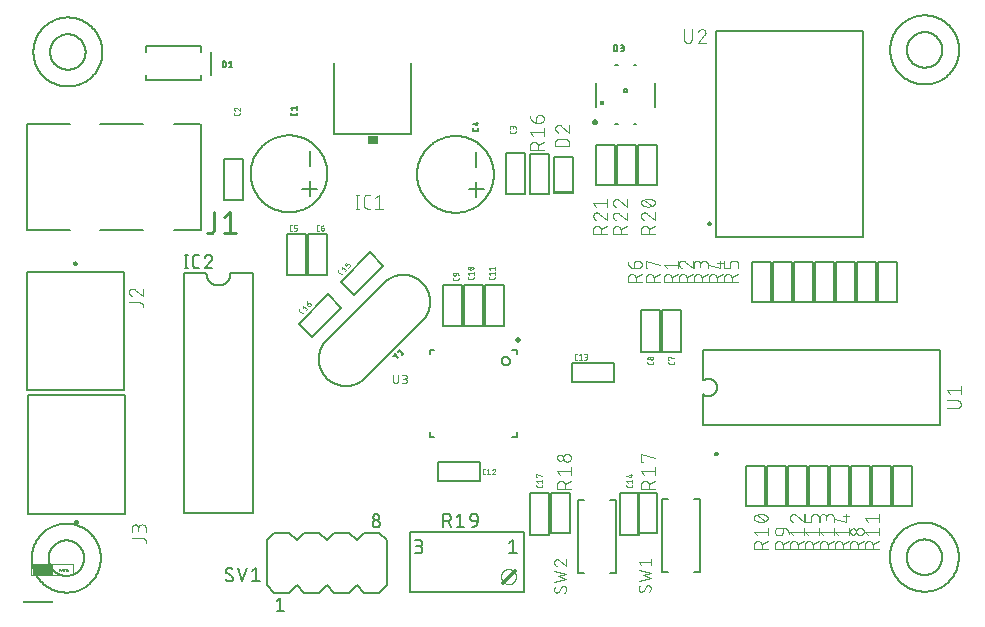
<source format=gbr>
G04 EAGLE Gerber RS-274X export*
G75*
%MOMM*%
%FSLAX34Y34*%
%LPD*%
%INSilkscreen Top*%
%IPPOS*%
%AMOC8*
5,1,8,0,0,1.08239X$1,22.5*%
G01*
%ADD10R,3.556000X0.025400*%
%ADD11R,0.025400X0.025400*%
%ADD12R,0.050800X0.025400*%
%ADD13R,1.676400X0.025400*%
%ADD14R,0.076200X0.025400*%
%ADD15R,0.152400X0.025400*%
%ADD16R,0.177800X0.025400*%
%ADD17R,0.863600X0.025400*%
%ADD18R,0.304800X0.025400*%
%ADD19R,0.101600X0.025400*%
%ADD20R,1.041400X0.025400*%
%ADD21R,0.279400X0.025400*%
%ADD22R,0.660400X0.025400*%
%ADD23R,0.965200X0.025400*%
%ADD24R,0.127000X0.025400*%
%ADD25R,0.355600X0.025400*%
%ADD26R,1.422400X0.025400*%
%ADD27R,0.228600X0.025400*%
%ADD28R,0.381000X0.025400*%
%ADD29R,0.787400X0.025400*%
%ADD30C,0.000000*%
%ADD31C,0.203200*%
%ADD32C,0.127000*%
%ADD33C,0.200000*%
%ADD34C,0.050800*%
%ADD35C,0.101600*%
%ADD36C,0.447200*%
%ADD37C,0.254000*%
%ADD38C,0.152400*%
%ADD39R,0.863600X0.762000*%
%ADD40C,0.304800*%
%ADD41C,0.508000*%
%ADD42C,0.076200*%


D10*
X25273Y20574D03*
D11*
X7620Y20828D03*
D12*
X42799Y20828D03*
D11*
X7620Y21082D03*
D12*
X42799Y21082D03*
D11*
X7620Y21336D03*
D13*
X16891Y21336D03*
D12*
X42799Y21336D03*
D11*
X7620Y21590D03*
D13*
X16891Y21590D03*
D12*
X42799Y21590D03*
D11*
X7620Y21844D03*
D13*
X16891Y21844D03*
D12*
X42799Y21844D03*
D11*
X7620Y22098D03*
D13*
X16891Y22098D03*
D12*
X42799Y22098D03*
D11*
X7620Y22352D03*
D13*
X16891Y22352D03*
D12*
X42799Y22352D03*
D11*
X7620Y22606D03*
D13*
X16891Y22606D03*
D12*
X42799Y22606D03*
D11*
X7620Y22860D03*
D13*
X16891Y22860D03*
D12*
X42799Y22860D03*
D11*
X7620Y23114D03*
D13*
X16891Y23114D03*
D12*
X42799Y23114D03*
D11*
X7620Y23368D03*
D13*
X16891Y23368D03*
D12*
X42799Y23368D03*
D11*
X7620Y23622D03*
D13*
X16891Y23622D03*
D12*
X42799Y23622D03*
D11*
X7620Y23876D03*
D13*
X16891Y23876D03*
D12*
X42799Y23876D03*
D11*
X7620Y24130D03*
D13*
X16891Y24130D03*
D12*
X30607Y24130D03*
D14*
X32766Y24130D03*
X34036Y24130D03*
D12*
X35433Y24130D03*
D15*
X37211Y24130D03*
D12*
X42799Y24130D03*
D11*
X7620Y24384D03*
D15*
X9271Y24384D03*
D16*
X11176Y24384D03*
D14*
X12700Y24384D03*
D17*
X17653Y24384D03*
D18*
X23749Y24384D03*
D12*
X30607Y24384D03*
D14*
X32766Y24384D03*
D19*
X33909Y24384D03*
D14*
X35306Y24384D03*
D16*
X37338Y24384D03*
D12*
X42799Y24384D03*
D11*
X7620Y24638D03*
D13*
X16891Y24638D03*
D14*
X30734Y24638D03*
D16*
X33274Y24638D03*
D12*
X35433Y24638D03*
D16*
X37338Y24638D03*
D12*
X42799Y24638D03*
D11*
X7620Y24892D03*
D20*
X13716Y24892D03*
D18*
X20701Y24892D03*
D21*
X23876Y24892D03*
D15*
X31115Y24892D03*
D14*
X32766Y24892D03*
X33782Y24892D03*
D12*
X35433Y24892D03*
D15*
X37211Y24892D03*
D12*
X42799Y24892D03*
D11*
X7620Y25146D03*
D13*
X16891Y25146D03*
D12*
X30607Y25146D03*
D14*
X31750Y25146D03*
D15*
X33401Y25146D03*
D12*
X35433Y25146D03*
X37211Y25146D03*
X42799Y25146D03*
D11*
X7620Y25400D03*
D22*
X11811Y25400D03*
D23*
X20447Y25400D03*
D16*
X31242Y25400D03*
D24*
X33274Y25400D03*
D25*
X36195Y25400D03*
D12*
X42799Y25400D03*
D11*
X7620Y25654D03*
D13*
X16891Y25654D03*
D16*
X31242Y25654D03*
D24*
X33274Y25654D03*
D25*
X36195Y25654D03*
D12*
X42799Y25654D03*
D11*
X7620Y25908D03*
D26*
X15621Y25908D03*
D27*
X24130Y25908D03*
D15*
X31115Y25908D03*
D19*
X33401Y25908D03*
D28*
X36322Y25908D03*
D12*
X42799Y25908D03*
D11*
X7620Y26162D03*
D16*
X9398Y26162D03*
D12*
X10795Y26162D03*
D29*
X15240Y26162D03*
D24*
X20320Y26162D03*
D15*
X21971Y26162D03*
D27*
X24130Y26162D03*
D12*
X42799Y26162D03*
D11*
X7620Y26416D03*
D13*
X16891Y26416D03*
D12*
X42799Y26416D03*
D11*
X7620Y26670D03*
D13*
X16891Y26670D03*
D12*
X42799Y26670D03*
D11*
X7620Y26924D03*
D13*
X16891Y26924D03*
D12*
X42799Y26924D03*
D11*
X7620Y27178D03*
D13*
X16891Y27178D03*
D12*
X42799Y27178D03*
D11*
X7620Y27432D03*
D13*
X16891Y27432D03*
D12*
X42799Y27432D03*
D11*
X7620Y27686D03*
D13*
X16891Y27686D03*
D12*
X42799Y27686D03*
D11*
X7620Y27940D03*
D13*
X16891Y27940D03*
D12*
X42799Y27940D03*
D11*
X7620Y28194D03*
D13*
X16891Y28194D03*
D12*
X42799Y28194D03*
D11*
X7620Y28448D03*
D13*
X16891Y28448D03*
D12*
X42799Y28448D03*
D11*
X7620Y28702D03*
D13*
X16891Y28702D03*
D12*
X42799Y28702D03*
D11*
X7620Y28956D03*
D13*
X16891Y28956D03*
D12*
X42799Y28956D03*
D11*
X7620Y29210D03*
D13*
X16891Y29210D03*
D12*
X42799Y29210D03*
D11*
X7620Y29464D03*
D12*
X42799Y29464D03*
D11*
X7620Y29718D03*
D12*
X42799Y29718D03*
D10*
X25273Y29972D03*
D30*
X226Y-1270D02*
X113Y-1270D01*
X93Y-1268D01*
X74Y-1263D01*
X56Y-1255D01*
X40Y-1244D01*
X26Y-1230D01*
X15Y-1214D01*
X7Y-1196D01*
X2Y-1177D01*
X0Y-1157D01*
X0Y-875D01*
X2Y-855D01*
X7Y-836D01*
X15Y-819D01*
X26Y-802D01*
X40Y-788D01*
X56Y-777D01*
X74Y-769D01*
X93Y-764D01*
X113Y-762D01*
X226Y-762D01*
X387Y-1199D02*
X387Y-1228D01*
X387Y-1199D02*
X415Y-1199D01*
X415Y-1228D01*
X387Y-1228D01*
X387Y-1002D02*
X387Y-974D01*
X415Y-974D01*
X415Y-1002D01*
X387Y-1002D01*
X578Y-1326D02*
X803Y-706D01*
X976Y-762D02*
X976Y-1129D01*
X978Y-1151D01*
X983Y-1173D01*
X991Y-1193D01*
X1003Y-1212D01*
X1017Y-1229D01*
X1034Y-1243D01*
X1053Y-1255D01*
X1073Y-1263D01*
X1095Y-1268D01*
X1117Y-1270D01*
X1139Y-1268D01*
X1161Y-1263D01*
X1181Y-1255D01*
X1200Y-1243D01*
X1217Y-1229D01*
X1231Y-1212D01*
X1243Y-1193D01*
X1251Y-1173D01*
X1256Y-1151D01*
X1258Y-1129D01*
X1258Y-762D01*
X1488Y-1072D02*
X1630Y-1129D01*
X1489Y-1073D02*
X1474Y-1065D01*
X1461Y-1054D01*
X1452Y-1040D01*
X1446Y-1024D01*
X1443Y-1007D01*
X1444Y-991D01*
X1450Y-975D01*
X1458Y-960D01*
X1470Y-948D01*
X1484Y-939D01*
X1500Y-934D01*
X1517Y-932D01*
X1516Y-932D02*
X1549Y-934D01*
X1581Y-940D01*
X1613Y-948D01*
X1643Y-960D01*
X1629Y-1129D02*
X1644Y-1137D01*
X1657Y-1148D01*
X1666Y-1162D01*
X1672Y-1178D01*
X1675Y-1195D01*
X1674Y-1211D01*
X1668Y-1227D01*
X1660Y-1242D01*
X1648Y-1254D01*
X1634Y-1263D01*
X1618Y-1268D01*
X1601Y-1270D01*
X1562Y-1268D01*
X1522Y-1262D01*
X1484Y-1254D01*
X1446Y-1242D01*
X1927Y-1270D02*
X2068Y-1270D01*
X1927Y-1270D02*
X1910Y-1268D01*
X1894Y-1264D01*
X1880Y-1256D01*
X1867Y-1245D01*
X1856Y-1232D01*
X1848Y-1218D01*
X1844Y-1202D01*
X1842Y-1185D01*
X1842Y-1044D01*
X1844Y-1024D01*
X1849Y-1005D01*
X1857Y-987D01*
X1868Y-971D01*
X1882Y-957D01*
X1899Y-946D01*
X1916Y-938D01*
X1935Y-933D01*
X1955Y-931D01*
X1975Y-933D01*
X1994Y-938D01*
X2012Y-946D01*
X2028Y-957D01*
X2042Y-971D01*
X2053Y-988D01*
X2061Y-1005D01*
X2066Y-1024D01*
X2068Y-1044D01*
X2068Y-1101D01*
X1842Y-1101D01*
X2255Y-1270D02*
X2255Y-931D01*
X2424Y-931D01*
X2424Y-988D01*
X2601Y-1072D02*
X2742Y-1129D01*
X2601Y-1073D02*
X2586Y-1065D01*
X2573Y-1054D01*
X2564Y-1040D01*
X2558Y-1024D01*
X2555Y-1007D01*
X2556Y-991D01*
X2562Y-975D01*
X2570Y-960D01*
X2582Y-948D01*
X2596Y-939D01*
X2612Y-934D01*
X2629Y-932D01*
X2662Y-934D01*
X2694Y-940D01*
X2726Y-948D01*
X2756Y-960D01*
X2742Y-1129D02*
X2757Y-1137D01*
X2770Y-1148D01*
X2779Y-1162D01*
X2785Y-1178D01*
X2788Y-1195D01*
X2787Y-1211D01*
X2781Y-1227D01*
X2773Y-1242D01*
X2761Y-1254D01*
X2747Y-1263D01*
X2731Y-1268D01*
X2714Y-1270D01*
X2675Y-1268D01*
X2635Y-1262D01*
X2597Y-1254D01*
X2559Y-1242D01*
X2940Y-1326D02*
X3165Y-706D01*
X3337Y-931D02*
X3337Y-1439D01*
X3337Y-931D02*
X3478Y-931D01*
X3495Y-933D01*
X3511Y-937D01*
X3525Y-945D01*
X3538Y-956D01*
X3549Y-969D01*
X3557Y-983D01*
X3561Y-999D01*
X3563Y-1016D01*
X3563Y-1185D01*
X3561Y-1202D01*
X3557Y-1218D01*
X3549Y-1232D01*
X3538Y-1245D01*
X3525Y-1256D01*
X3511Y-1264D01*
X3495Y-1268D01*
X3478Y-1270D01*
X3337Y-1270D01*
X3830Y-1072D02*
X3957Y-1072D01*
X3830Y-1072D02*
X3812Y-1074D01*
X3794Y-1079D01*
X3778Y-1087D01*
X3763Y-1098D01*
X3751Y-1111D01*
X3741Y-1127D01*
X3735Y-1144D01*
X3731Y-1162D01*
X3731Y-1180D01*
X3735Y-1198D01*
X3741Y-1215D01*
X3751Y-1231D01*
X3763Y-1244D01*
X3778Y-1255D01*
X3794Y-1263D01*
X3812Y-1268D01*
X3830Y-1270D01*
X3957Y-1270D01*
X3957Y-1016D01*
X3955Y-999D01*
X3951Y-983D01*
X3943Y-969D01*
X3932Y-956D01*
X3919Y-945D01*
X3905Y-937D01*
X3889Y-933D01*
X3872Y-931D01*
X3759Y-931D01*
X4109Y-931D02*
X4278Y-931D01*
X4165Y-762D02*
X4165Y-1185D01*
X4167Y-1202D01*
X4171Y-1218D01*
X4179Y-1232D01*
X4190Y-1245D01*
X4203Y-1256D01*
X4217Y-1264D01*
X4233Y-1268D01*
X4250Y-1270D01*
X4278Y-1270D01*
X4439Y-1270D02*
X4439Y-931D01*
X4425Y-790D02*
X4425Y-762D01*
X4453Y-762D01*
X4453Y-790D01*
X4425Y-790D01*
X4658Y-1072D02*
X4799Y-1129D01*
X4658Y-1073D02*
X4643Y-1065D01*
X4630Y-1054D01*
X4621Y-1040D01*
X4615Y-1024D01*
X4612Y-1007D01*
X4613Y-991D01*
X4619Y-975D01*
X4627Y-960D01*
X4639Y-948D01*
X4653Y-939D01*
X4669Y-934D01*
X4686Y-932D01*
X4719Y-934D01*
X4751Y-940D01*
X4783Y-948D01*
X4813Y-960D01*
X4799Y-1129D02*
X4814Y-1137D01*
X4827Y-1148D01*
X4836Y-1162D01*
X4842Y-1178D01*
X4845Y-1195D01*
X4844Y-1211D01*
X4838Y-1227D01*
X4830Y-1242D01*
X4818Y-1254D01*
X4804Y-1263D01*
X4788Y-1268D01*
X4771Y-1270D01*
X4732Y-1268D01*
X4692Y-1262D01*
X4654Y-1254D01*
X4616Y-1242D01*
X4997Y-1326D02*
X5223Y-706D01*
X5380Y-903D02*
X5380Y-1129D01*
X5380Y-903D02*
X5382Y-881D01*
X5387Y-859D01*
X5395Y-839D01*
X5407Y-820D01*
X5421Y-803D01*
X5438Y-789D01*
X5457Y-777D01*
X5477Y-769D01*
X5499Y-764D01*
X5521Y-762D01*
X5543Y-764D01*
X5565Y-769D01*
X5585Y-777D01*
X5604Y-789D01*
X5621Y-803D01*
X5635Y-820D01*
X5647Y-839D01*
X5655Y-859D01*
X5660Y-881D01*
X5662Y-903D01*
X5662Y-1129D01*
X5660Y-1151D01*
X5655Y-1173D01*
X5647Y-1193D01*
X5635Y-1212D01*
X5621Y-1229D01*
X5604Y-1243D01*
X5585Y-1255D01*
X5565Y-1263D01*
X5543Y-1268D01*
X5521Y-1270D01*
X5499Y-1268D01*
X5477Y-1263D01*
X5457Y-1255D01*
X5438Y-1243D01*
X5421Y-1229D01*
X5407Y-1212D01*
X5395Y-1193D01*
X5387Y-1173D01*
X5382Y-1151D01*
X5380Y-1129D01*
X5850Y-1270D02*
X5850Y-931D01*
X5991Y-931D01*
X6008Y-933D01*
X6024Y-937D01*
X6038Y-945D01*
X6051Y-956D01*
X6062Y-969D01*
X6070Y-983D01*
X6074Y-999D01*
X6076Y-1016D01*
X6076Y-1270D01*
X6346Y-1270D02*
X6487Y-1270D01*
X6346Y-1270D02*
X6329Y-1268D01*
X6313Y-1264D01*
X6299Y-1256D01*
X6286Y-1245D01*
X6275Y-1232D01*
X6267Y-1218D01*
X6263Y-1202D01*
X6261Y-1185D01*
X6262Y-1185D02*
X6262Y-1044D01*
X6264Y-1024D01*
X6269Y-1005D01*
X6277Y-987D01*
X6288Y-971D01*
X6302Y-957D01*
X6319Y-946D01*
X6336Y-938D01*
X6355Y-933D01*
X6375Y-931D01*
X6395Y-933D01*
X6414Y-938D01*
X6432Y-946D01*
X6448Y-957D01*
X6462Y-971D01*
X6473Y-988D01*
X6481Y-1005D01*
X6486Y-1024D01*
X6488Y-1044D01*
X6487Y-1044D02*
X6487Y-1101D01*
X6262Y-1101D01*
X6675Y-1270D02*
X6675Y-762D01*
X6817Y-762D01*
X6839Y-764D01*
X6861Y-769D01*
X6881Y-777D01*
X6900Y-789D01*
X6917Y-803D01*
X6931Y-820D01*
X6943Y-839D01*
X6951Y-859D01*
X6956Y-881D01*
X6958Y-903D01*
X6958Y-1129D01*
X6956Y-1151D01*
X6951Y-1173D01*
X6943Y-1193D01*
X6931Y-1212D01*
X6917Y-1229D01*
X6900Y-1243D01*
X6881Y-1255D01*
X6861Y-1263D01*
X6839Y-1268D01*
X6817Y-1270D01*
X6675Y-1270D01*
X7162Y-1270D02*
X7162Y-931D01*
X7332Y-931D01*
X7332Y-988D01*
X7472Y-931D02*
X7472Y-1270D01*
X7458Y-790D02*
X7458Y-762D01*
X7486Y-762D01*
X7486Y-790D01*
X7458Y-790D01*
X7633Y-931D02*
X7746Y-1270D01*
X7859Y-931D01*
X8099Y-1270D02*
X8240Y-1270D01*
X8099Y-1270D02*
X8082Y-1268D01*
X8066Y-1264D01*
X8052Y-1256D01*
X8039Y-1245D01*
X8028Y-1232D01*
X8020Y-1218D01*
X8016Y-1202D01*
X8014Y-1185D01*
X8014Y-1044D01*
X8016Y-1024D01*
X8021Y-1005D01*
X8029Y-987D01*
X8040Y-971D01*
X8054Y-957D01*
X8071Y-946D01*
X8088Y-938D01*
X8107Y-933D01*
X8127Y-931D01*
X8147Y-933D01*
X8166Y-938D01*
X8184Y-946D01*
X8200Y-957D01*
X8214Y-971D01*
X8225Y-988D01*
X8233Y-1005D01*
X8238Y-1024D01*
X8240Y-1044D01*
X8240Y-1101D01*
X8014Y-1101D01*
X8395Y-1326D02*
X8621Y-706D01*
X8794Y-762D02*
X8794Y-1270D01*
X8794Y-762D02*
X8935Y-762D01*
X8957Y-764D01*
X8979Y-769D01*
X8999Y-777D01*
X9018Y-789D01*
X9035Y-803D01*
X9049Y-820D01*
X9061Y-839D01*
X9069Y-859D01*
X9074Y-881D01*
X9076Y-903D01*
X9076Y-1129D01*
X9074Y-1151D01*
X9069Y-1173D01*
X9061Y-1193D01*
X9049Y-1212D01*
X9035Y-1229D01*
X9018Y-1243D01*
X8999Y-1255D01*
X8979Y-1263D01*
X8957Y-1268D01*
X8935Y-1270D01*
X8794Y-1270D01*
X9264Y-1157D02*
X9264Y-1044D01*
X9266Y-1024D01*
X9271Y-1005D01*
X9279Y-987D01*
X9290Y-971D01*
X9304Y-957D01*
X9321Y-946D01*
X9338Y-938D01*
X9357Y-933D01*
X9377Y-931D01*
X9397Y-933D01*
X9416Y-938D01*
X9434Y-946D01*
X9450Y-957D01*
X9464Y-971D01*
X9475Y-988D01*
X9483Y-1005D01*
X9488Y-1024D01*
X9490Y-1044D01*
X9490Y-1157D01*
X9488Y-1177D01*
X9483Y-1196D01*
X9475Y-1214D01*
X9464Y-1230D01*
X9450Y-1244D01*
X9434Y-1255D01*
X9416Y-1263D01*
X9397Y-1268D01*
X9377Y-1270D01*
X9357Y-1268D01*
X9338Y-1263D01*
X9321Y-1255D01*
X9304Y-1244D01*
X9290Y-1230D01*
X9279Y-1214D01*
X9271Y-1196D01*
X9266Y-1177D01*
X9264Y-1157D01*
X9745Y-1270D02*
X9858Y-1270D01*
X9745Y-1270D02*
X9728Y-1268D01*
X9712Y-1264D01*
X9698Y-1256D01*
X9685Y-1245D01*
X9674Y-1232D01*
X9666Y-1218D01*
X9662Y-1202D01*
X9660Y-1185D01*
X9660Y-1016D01*
X9662Y-999D01*
X9666Y-983D01*
X9674Y-969D01*
X9685Y-956D01*
X9698Y-945D01*
X9712Y-937D01*
X9728Y-933D01*
X9745Y-931D01*
X9858Y-931D01*
X10026Y-931D02*
X10026Y-1185D01*
X10028Y-1202D01*
X10032Y-1218D01*
X10040Y-1232D01*
X10051Y-1245D01*
X10064Y-1256D01*
X10078Y-1264D01*
X10094Y-1268D01*
X10111Y-1270D01*
X10252Y-1270D01*
X10252Y-931D01*
X10457Y-931D02*
X10457Y-1270D01*
X10457Y-931D02*
X10711Y-931D01*
X10728Y-933D01*
X10744Y-937D01*
X10758Y-945D01*
X10771Y-956D01*
X10782Y-969D01*
X10790Y-983D01*
X10794Y-999D01*
X10796Y-1016D01*
X10796Y-1270D01*
X10626Y-1270D02*
X10626Y-931D01*
X11071Y-1270D02*
X11212Y-1270D01*
X11071Y-1270D02*
X11054Y-1268D01*
X11038Y-1264D01*
X11024Y-1256D01*
X11011Y-1245D01*
X11000Y-1232D01*
X10992Y-1218D01*
X10988Y-1202D01*
X10986Y-1185D01*
X10986Y-1044D01*
X10988Y-1024D01*
X10993Y-1005D01*
X11001Y-987D01*
X11012Y-971D01*
X11026Y-957D01*
X11043Y-946D01*
X11060Y-938D01*
X11079Y-933D01*
X11099Y-931D01*
X11119Y-933D01*
X11138Y-938D01*
X11156Y-946D01*
X11172Y-957D01*
X11186Y-971D01*
X11197Y-988D01*
X11205Y-1005D01*
X11210Y-1024D01*
X11212Y-1044D01*
X11212Y-1101D01*
X10986Y-1101D01*
X11397Y-1270D02*
X11397Y-931D01*
X11539Y-931D01*
X11556Y-933D01*
X11572Y-937D01*
X11586Y-945D01*
X11599Y-956D01*
X11610Y-969D01*
X11618Y-983D01*
X11622Y-999D01*
X11624Y-1016D01*
X11623Y-1016D02*
X11623Y-1270D01*
X11774Y-931D02*
X11944Y-931D01*
X11831Y-762D02*
X11831Y-1185D01*
X11830Y-1185D02*
X11832Y-1202D01*
X11836Y-1218D01*
X11844Y-1232D01*
X11855Y-1245D01*
X11868Y-1256D01*
X11882Y-1264D01*
X11898Y-1268D01*
X11915Y-1270D01*
X11944Y-1270D01*
X12141Y-1072D02*
X12282Y-1129D01*
X12141Y-1073D02*
X12126Y-1065D01*
X12113Y-1054D01*
X12104Y-1040D01*
X12098Y-1024D01*
X12095Y-1007D01*
X12096Y-991D01*
X12102Y-975D01*
X12110Y-960D01*
X12122Y-948D01*
X12136Y-939D01*
X12152Y-934D01*
X12169Y-932D01*
X12168Y-932D02*
X12201Y-934D01*
X12233Y-940D01*
X12265Y-948D01*
X12295Y-960D01*
X12282Y-1129D02*
X12297Y-1137D01*
X12310Y-1148D01*
X12319Y-1162D01*
X12325Y-1178D01*
X12328Y-1195D01*
X12327Y-1211D01*
X12321Y-1227D01*
X12313Y-1242D01*
X12301Y-1254D01*
X12287Y-1263D01*
X12271Y-1268D01*
X12254Y-1270D01*
X12215Y-1268D01*
X12175Y-1262D01*
X12137Y-1254D01*
X12099Y-1242D01*
X12479Y-1326D02*
X12705Y-706D01*
X12878Y-1270D02*
X13104Y-1270D01*
X12878Y-1270D02*
X12878Y-762D01*
X13104Y-762D01*
X13048Y-988D02*
X12878Y-988D01*
X13231Y-1270D02*
X13400Y-762D01*
X13569Y-1270D01*
X13527Y-1143D02*
X13273Y-1143D01*
X13929Y-988D02*
X14013Y-988D01*
X14013Y-1270D01*
X13844Y-1270D01*
X13824Y-1268D01*
X13805Y-1263D01*
X13788Y-1255D01*
X13771Y-1244D01*
X13757Y-1230D01*
X13746Y-1214D01*
X13738Y-1196D01*
X13733Y-1177D01*
X13731Y-1157D01*
X13731Y-875D01*
X13733Y-855D01*
X13738Y-836D01*
X13746Y-819D01*
X13757Y-802D01*
X13771Y-788D01*
X13787Y-777D01*
X13805Y-769D01*
X13824Y-764D01*
X13844Y-762D01*
X14013Y-762D01*
X14219Y-762D02*
X14219Y-1270D01*
X14445Y-1270D01*
X14616Y-1270D02*
X14841Y-1270D01*
X14616Y-1270D02*
X14616Y-762D01*
X14841Y-762D01*
X14785Y-988D02*
X14616Y-988D01*
X14979Y-1326D02*
X15204Y-706D01*
X15376Y-931D02*
X15376Y-1439D01*
X15376Y-931D02*
X15517Y-931D01*
X15534Y-933D01*
X15550Y-937D01*
X15564Y-945D01*
X15577Y-956D01*
X15588Y-969D01*
X15596Y-983D01*
X15600Y-999D01*
X15602Y-1016D01*
X15602Y-1185D01*
X15600Y-1202D01*
X15596Y-1218D01*
X15588Y-1232D01*
X15577Y-1245D01*
X15564Y-1256D01*
X15550Y-1264D01*
X15534Y-1268D01*
X15517Y-1270D01*
X15376Y-1270D01*
X15788Y-1270D02*
X15788Y-931D01*
X15957Y-931D01*
X15957Y-988D01*
X16091Y-1044D02*
X16091Y-1157D01*
X16091Y-1044D02*
X16093Y-1024D01*
X16098Y-1005D01*
X16106Y-987D01*
X16117Y-971D01*
X16131Y-957D01*
X16148Y-946D01*
X16165Y-938D01*
X16184Y-933D01*
X16204Y-931D01*
X16224Y-933D01*
X16243Y-938D01*
X16261Y-946D01*
X16277Y-957D01*
X16291Y-971D01*
X16302Y-988D01*
X16310Y-1005D01*
X16315Y-1024D01*
X16317Y-1044D01*
X16317Y-1157D01*
X16315Y-1177D01*
X16310Y-1196D01*
X16302Y-1214D01*
X16291Y-1230D01*
X16277Y-1244D01*
X16261Y-1255D01*
X16243Y-1263D01*
X16224Y-1268D01*
X16204Y-1270D01*
X16184Y-1268D01*
X16165Y-1263D01*
X16148Y-1255D01*
X16131Y-1244D01*
X16117Y-1230D01*
X16106Y-1214D01*
X16098Y-1196D01*
X16093Y-1177D01*
X16091Y-1157D01*
X16490Y-1355D02*
X16490Y-931D01*
X16490Y-1355D02*
X16488Y-1372D01*
X16484Y-1388D01*
X16476Y-1402D01*
X16465Y-1415D01*
X16452Y-1426D01*
X16438Y-1434D01*
X16422Y-1438D01*
X16405Y-1440D01*
X16405Y-1439D02*
X16377Y-1439D01*
X16475Y-790D02*
X16475Y-762D01*
X16504Y-762D01*
X16504Y-790D01*
X16475Y-790D01*
X16755Y-1270D02*
X16896Y-1270D01*
X16755Y-1270D02*
X16738Y-1268D01*
X16722Y-1264D01*
X16708Y-1256D01*
X16695Y-1245D01*
X16684Y-1232D01*
X16676Y-1218D01*
X16672Y-1202D01*
X16670Y-1185D01*
X16670Y-1044D01*
X16672Y-1024D01*
X16677Y-1005D01*
X16685Y-987D01*
X16696Y-971D01*
X16710Y-957D01*
X16727Y-946D01*
X16744Y-938D01*
X16763Y-933D01*
X16783Y-931D01*
X16803Y-933D01*
X16822Y-938D01*
X16840Y-946D01*
X16856Y-957D01*
X16870Y-971D01*
X16881Y-988D01*
X16889Y-1005D01*
X16894Y-1024D01*
X16896Y-1044D01*
X16896Y-1101D01*
X16670Y-1101D01*
X17151Y-1270D02*
X17264Y-1270D01*
X17151Y-1270D02*
X17134Y-1268D01*
X17118Y-1264D01*
X17104Y-1256D01*
X17091Y-1245D01*
X17080Y-1232D01*
X17072Y-1218D01*
X17068Y-1202D01*
X17066Y-1185D01*
X17067Y-1185D02*
X17067Y-1016D01*
X17066Y-1016D02*
X17068Y-999D01*
X17072Y-983D01*
X17080Y-969D01*
X17091Y-956D01*
X17104Y-945D01*
X17118Y-937D01*
X17134Y-933D01*
X17151Y-931D01*
X17264Y-931D01*
X17382Y-931D02*
X17552Y-931D01*
X17439Y-762D02*
X17439Y-1185D01*
X17438Y-1185D02*
X17440Y-1202D01*
X17444Y-1218D01*
X17452Y-1232D01*
X17463Y-1245D01*
X17476Y-1256D01*
X17490Y-1264D01*
X17506Y-1268D01*
X17523Y-1270D01*
X17552Y-1270D01*
X17749Y-1072D02*
X17890Y-1129D01*
X17749Y-1073D02*
X17734Y-1065D01*
X17721Y-1054D01*
X17712Y-1040D01*
X17706Y-1024D01*
X17703Y-1007D01*
X17704Y-991D01*
X17710Y-975D01*
X17718Y-960D01*
X17730Y-948D01*
X17744Y-939D01*
X17760Y-934D01*
X17777Y-932D01*
X17810Y-934D01*
X17842Y-940D01*
X17874Y-948D01*
X17904Y-960D01*
X17890Y-1129D02*
X17905Y-1137D01*
X17918Y-1148D01*
X17927Y-1162D01*
X17933Y-1178D01*
X17936Y-1195D01*
X17935Y-1211D01*
X17929Y-1227D01*
X17921Y-1242D01*
X17909Y-1254D01*
X17895Y-1263D01*
X17879Y-1268D01*
X17862Y-1270D01*
X17823Y-1268D01*
X17783Y-1262D01*
X17745Y-1254D01*
X17707Y-1242D01*
X18087Y-1326D02*
X18313Y-706D01*
X18738Y-1157D02*
X18736Y-1177D01*
X18731Y-1196D01*
X18723Y-1214D01*
X18712Y-1230D01*
X18698Y-1244D01*
X18682Y-1255D01*
X18664Y-1263D01*
X18645Y-1268D01*
X18625Y-1270D01*
X18625Y-1271D02*
X18598Y-1269D01*
X18572Y-1265D01*
X18546Y-1257D01*
X18521Y-1247D01*
X18497Y-1234D01*
X18475Y-1218D01*
X18455Y-1200D01*
X18469Y-875D02*
X18471Y-855D01*
X18476Y-836D01*
X18484Y-818D01*
X18495Y-802D01*
X18509Y-788D01*
X18526Y-777D01*
X18543Y-769D01*
X18562Y-764D01*
X18582Y-762D01*
X18609Y-764D01*
X18636Y-769D01*
X18662Y-778D01*
X18686Y-789D01*
X18709Y-804D01*
X18526Y-974D02*
X18509Y-963D01*
X18495Y-948D01*
X18484Y-932D01*
X18476Y-914D01*
X18471Y-895D01*
X18469Y-875D01*
X18681Y-1058D02*
X18698Y-1069D01*
X18712Y-1084D01*
X18723Y-1100D01*
X18731Y-1118D01*
X18736Y-1137D01*
X18738Y-1157D01*
X18681Y-1058D02*
X18526Y-974D01*
X18913Y-1129D02*
X18913Y-762D01*
X18913Y-1129D02*
X18915Y-1151D01*
X18920Y-1173D01*
X18928Y-1193D01*
X18940Y-1212D01*
X18954Y-1229D01*
X18971Y-1243D01*
X18990Y-1255D01*
X19010Y-1263D01*
X19032Y-1268D01*
X19054Y-1270D01*
X19076Y-1268D01*
X19098Y-1263D01*
X19118Y-1255D01*
X19137Y-1243D01*
X19154Y-1229D01*
X19168Y-1212D01*
X19180Y-1193D01*
X19188Y-1173D01*
X19193Y-1151D01*
X19195Y-1129D01*
X19195Y-762D01*
X19404Y-988D02*
X19545Y-988D01*
X19567Y-990D01*
X19589Y-995D01*
X19609Y-1003D01*
X19628Y-1015D01*
X19645Y-1029D01*
X19659Y-1046D01*
X19671Y-1065D01*
X19679Y-1085D01*
X19684Y-1107D01*
X19686Y-1129D01*
X19684Y-1151D01*
X19679Y-1173D01*
X19671Y-1193D01*
X19659Y-1212D01*
X19645Y-1229D01*
X19628Y-1243D01*
X19609Y-1255D01*
X19589Y-1263D01*
X19567Y-1268D01*
X19545Y-1270D01*
X19404Y-1270D01*
X19404Y-762D01*
X19545Y-762D01*
X19565Y-764D01*
X19584Y-769D01*
X19602Y-777D01*
X19618Y-788D01*
X19632Y-802D01*
X19643Y-819D01*
X19651Y-836D01*
X19656Y-855D01*
X19658Y-875D01*
X19656Y-895D01*
X19651Y-914D01*
X19643Y-932D01*
X19632Y-948D01*
X19618Y-962D01*
X19602Y-973D01*
X19584Y-981D01*
X19565Y-986D01*
X19545Y-988D01*
X19857Y-762D02*
X19857Y-1270D01*
X19857Y-988D02*
X20140Y-988D01*
X20140Y-762D02*
X20140Y-1270D01*
X20302Y-1270D02*
X20471Y-762D01*
X20640Y-1270D01*
X20598Y-1143D02*
X20344Y-1143D01*
X20805Y-1270D02*
X20805Y-762D01*
X20974Y-1044D01*
X21143Y-762D01*
X21143Y-1270D01*
X21595Y-1270D02*
X21595Y-762D01*
X21595Y-1270D02*
X21821Y-1270D01*
X21973Y-1157D02*
X21973Y-1044D01*
X21975Y-1024D01*
X21980Y-1005D01*
X21988Y-987D01*
X21999Y-971D01*
X22013Y-957D01*
X22030Y-946D01*
X22047Y-938D01*
X22066Y-933D01*
X22086Y-931D01*
X22106Y-933D01*
X22125Y-938D01*
X22143Y-946D01*
X22159Y-957D01*
X22173Y-971D01*
X22184Y-988D01*
X22192Y-1005D01*
X22197Y-1024D01*
X22199Y-1044D01*
X22199Y-1157D01*
X22197Y-1177D01*
X22192Y-1196D01*
X22184Y-1214D01*
X22173Y-1230D01*
X22159Y-1244D01*
X22143Y-1255D01*
X22125Y-1263D01*
X22106Y-1268D01*
X22086Y-1270D01*
X22066Y-1268D01*
X22047Y-1263D01*
X22030Y-1255D01*
X22013Y-1244D01*
X21999Y-1230D01*
X21988Y-1214D01*
X21980Y-1196D01*
X21975Y-1177D01*
X21973Y-1157D01*
X22453Y-1270D02*
X22594Y-1270D01*
X22453Y-1270D02*
X22436Y-1268D01*
X22420Y-1264D01*
X22406Y-1256D01*
X22393Y-1245D01*
X22382Y-1232D01*
X22374Y-1218D01*
X22370Y-1202D01*
X22368Y-1185D01*
X22369Y-1185D02*
X22369Y-1016D01*
X22368Y-1016D02*
X22370Y-999D01*
X22374Y-983D01*
X22382Y-969D01*
X22393Y-956D01*
X22406Y-945D01*
X22420Y-937D01*
X22436Y-933D01*
X22453Y-931D01*
X22594Y-931D01*
X22594Y-1355D01*
X22595Y-1355D02*
X22593Y-1372D01*
X22589Y-1388D01*
X22581Y-1402D01*
X22570Y-1415D01*
X22557Y-1426D01*
X22543Y-1434D01*
X22527Y-1438D01*
X22510Y-1440D01*
X22510Y-1439D02*
X22397Y-1439D01*
X22781Y-1157D02*
X22781Y-1044D01*
X22783Y-1024D01*
X22788Y-1005D01*
X22796Y-987D01*
X22807Y-971D01*
X22821Y-957D01*
X22838Y-946D01*
X22855Y-938D01*
X22874Y-933D01*
X22894Y-931D01*
X22914Y-933D01*
X22933Y-938D01*
X22951Y-946D01*
X22967Y-957D01*
X22981Y-971D01*
X22992Y-988D01*
X23000Y-1005D01*
X23005Y-1024D01*
X23007Y-1044D01*
X23007Y-1157D01*
X23005Y-1177D01*
X23000Y-1196D01*
X22992Y-1214D01*
X22981Y-1230D01*
X22967Y-1244D01*
X22951Y-1255D01*
X22933Y-1263D01*
X22914Y-1268D01*
X22894Y-1270D01*
X22874Y-1268D01*
X22855Y-1263D01*
X22838Y-1255D01*
X22821Y-1244D01*
X22807Y-1230D01*
X22796Y-1214D01*
X22788Y-1196D01*
X22783Y-1177D01*
X22781Y-1157D01*
X23169Y-1242D02*
X23169Y-1270D01*
X23169Y-1242D02*
X23198Y-1242D01*
X23198Y-1270D01*
X23169Y-1270D01*
X23377Y-1270D02*
X23377Y-762D01*
X23377Y-1270D02*
X23518Y-1270D01*
X23535Y-1268D01*
X23551Y-1264D01*
X23565Y-1256D01*
X23578Y-1245D01*
X23589Y-1232D01*
X23597Y-1218D01*
X23601Y-1202D01*
X23603Y-1185D01*
X23602Y-1185D02*
X23602Y-1016D01*
X23603Y-1016D02*
X23601Y-999D01*
X23597Y-983D01*
X23589Y-969D01*
X23578Y-956D01*
X23565Y-945D01*
X23551Y-937D01*
X23535Y-933D01*
X23518Y-931D01*
X23377Y-931D01*
X23791Y-931D02*
X23791Y-1270D01*
X23791Y-931D02*
X24045Y-931D01*
X24062Y-933D01*
X24078Y-937D01*
X24092Y-945D01*
X24105Y-956D01*
X24116Y-969D01*
X24124Y-983D01*
X24128Y-999D01*
X24130Y-1016D01*
X24130Y-1270D01*
X23961Y-1270D02*
X23961Y-931D01*
X24337Y-931D02*
X24337Y-1439D01*
X24337Y-931D02*
X24478Y-931D01*
X24495Y-933D01*
X24511Y-937D01*
X24525Y-945D01*
X24538Y-956D01*
X24549Y-969D01*
X24557Y-983D01*
X24561Y-999D01*
X24563Y-1016D01*
X24562Y-1016D02*
X24562Y-1185D01*
X24563Y-1185D02*
X24561Y-1202D01*
X24557Y-1218D01*
X24549Y-1232D01*
X24538Y-1245D01*
X24525Y-1256D01*
X24511Y-1264D01*
X24495Y-1268D01*
X24478Y-1270D01*
X24337Y-1270D01*
D31*
X192290Y361188D02*
X192300Y361986D01*
X192329Y362783D01*
X192378Y363579D01*
X192446Y364374D01*
X192534Y365166D01*
X192642Y365957D01*
X192768Y366744D01*
X192914Y367528D01*
X193080Y368309D01*
X193264Y369085D01*
X193467Y369856D01*
X193689Y370622D01*
X193930Y371383D01*
X194190Y372137D01*
X194468Y372885D01*
X194764Y373625D01*
X195078Y374358D01*
X195410Y375084D01*
X195760Y375800D01*
X196128Y376508D01*
X196512Y377207D01*
X196914Y377896D01*
X197332Y378575D01*
X197767Y379244D01*
X198218Y379902D01*
X198686Y380548D01*
X199169Y381183D01*
X199667Y381806D01*
X200181Y382416D01*
X200709Y383014D01*
X201252Y383598D01*
X201809Y384169D01*
X202380Y384726D01*
X202964Y385269D01*
X203562Y385797D01*
X204172Y386311D01*
X204795Y386809D01*
X205430Y387292D01*
X206076Y387760D01*
X206734Y388211D01*
X207403Y388646D01*
X208082Y389064D01*
X208771Y389466D01*
X209470Y389850D01*
X210178Y390218D01*
X210894Y390568D01*
X211620Y390900D01*
X212353Y391214D01*
X213093Y391510D01*
X213841Y391788D01*
X214595Y392048D01*
X215356Y392289D01*
X216122Y392511D01*
X216893Y392714D01*
X217669Y392898D01*
X218450Y393064D01*
X219234Y393210D01*
X220021Y393336D01*
X220812Y393444D01*
X221604Y393532D01*
X222399Y393600D01*
X223195Y393649D01*
X223992Y393678D01*
X224790Y393688D01*
X225588Y393678D01*
X226385Y393649D01*
X227181Y393600D01*
X227976Y393532D01*
X228768Y393444D01*
X229559Y393336D01*
X230346Y393210D01*
X231130Y393064D01*
X231911Y392898D01*
X232687Y392714D01*
X233458Y392511D01*
X234224Y392289D01*
X234985Y392048D01*
X235739Y391788D01*
X236487Y391510D01*
X237227Y391214D01*
X237960Y390900D01*
X238686Y390568D01*
X239402Y390218D01*
X240110Y389850D01*
X240809Y389466D01*
X241498Y389064D01*
X242177Y388646D01*
X242846Y388211D01*
X243504Y387760D01*
X244150Y387292D01*
X244785Y386809D01*
X245408Y386311D01*
X246018Y385797D01*
X246616Y385269D01*
X247200Y384726D01*
X247771Y384169D01*
X248328Y383598D01*
X248871Y383014D01*
X249399Y382416D01*
X249913Y381806D01*
X250411Y381183D01*
X250894Y380548D01*
X251362Y379902D01*
X251813Y379244D01*
X252248Y378575D01*
X252666Y377896D01*
X253068Y377207D01*
X253452Y376508D01*
X253820Y375800D01*
X254170Y375084D01*
X254502Y374358D01*
X254816Y373625D01*
X255112Y372885D01*
X255390Y372137D01*
X255650Y371383D01*
X255891Y370622D01*
X256113Y369856D01*
X256316Y369085D01*
X256500Y368309D01*
X256666Y367528D01*
X256812Y366744D01*
X256938Y365957D01*
X257046Y365166D01*
X257134Y364374D01*
X257202Y363579D01*
X257251Y362783D01*
X257280Y361986D01*
X257290Y361188D01*
X257280Y360390D01*
X257251Y359593D01*
X257202Y358797D01*
X257134Y358002D01*
X257046Y357210D01*
X256938Y356419D01*
X256812Y355632D01*
X256666Y354848D01*
X256500Y354067D01*
X256316Y353291D01*
X256113Y352520D01*
X255891Y351754D01*
X255650Y350993D01*
X255390Y350239D01*
X255112Y349491D01*
X254816Y348751D01*
X254502Y348018D01*
X254170Y347292D01*
X253820Y346576D01*
X253452Y345868D01*
X253068Y345169D01*
X252666Y344480D01*
X252248Y343801D01*
X251813Y343132D01*
X251362Y342474D01*
X250894Y341828D01*
X250411Y341193D01*
X249913Y340570D01*
X249399Y339960D01*
X248871Y339362D01*
X248328Y338778D01*
X247771Y338207D01*
X247200Y337650D01*
X246616Y337107D01*
X246018Y336579D01*
X245408Y336065D01*
X244785Y335567D01*
X244150Y335084D01*
X243504Y334616D01*
X242846Y334165D01*
X242177Y333730D01*
X241498Y333312D01*
X240809Y332910D01*
X240110Y332526D01*
X239402Y332158D01*
X238686Y331808D01*
X237960Y331476D01*
X237227Y331162D01*
X236487Y330866D01*
X235739Y330588D01*
X234985Y330328D01*
X234224Y330087D01*
X233458Y329865D01*
X232687Y329662D01*
X231911Y329478D01*
X231130Y329312D01*
X230346Y329166D01*
X229559Y329040D01*
X228768Y328932D01*
X227976Y328844D01*
X227181Y328776D01*
X226385Y328727D01*
X225588Y328698D01*
X224790Y328688D01*
X223992Y328698D01*
X223195Y328727D01*
X222399Y328776D01*
X221604Y328844D01*
X220812Y328932D01*
X220021Y329040D01*
X219234Y329166D01*
X218450Y329312D01*
X217669Y329478D01*
X216893Y329662D01*
X216122Y329865D01*
X215356Y330087D01*
X214595Y330328D01*
X213841Y330588D01*
X213093Y330866D01*
X212353Y331162D01*
X211620Y331476D01*
X210894Y331808D01*
X210178Y332158D01*
X209470Y332526D01*
X208771Y332910D01*
X208082Y333312D01*
X207403Y333730D01*
X206734Y334165D01*
X206076Y334616D01*
X205430Y335084D01*
X204795Y335567D01*
X204172Y336065D01*
X203562Y336579D01*
X202964Y337107D01*
X202380Y337650D01*
X201809Y338207D01*
X201252Y338778D01*
X200709Y339362D01*
X200181Y339960D01*
X199667Y340570D01*
X199169Y341193D01*
X198686Y341828D01*
X198218Y342474D01*
X197767Y343132D01*
X197332Y343801D01*
X196914Y344480D01*
X196512Y345169D01*
X196128Y345868D01*
X195760Y346576D01*
X195410Y347292D01*
X195078Y348018D01*
X194764Y348751D01*
X194468Y349491D01*
X194190Y350239D01*
X193930Y350993D01*
X193689Y351754D01*
X193467Y352520D01*
X193264Y353291D01*
X193080Y354067D01*
X192914Y354848D01*
X192768Y355632D01*
X192642Y356419D01*
X192534Y357210D01*
X192446Y358002D01*
X192378Y358797D01*
X192329Y359593D01*
X192300Y360390D01*
X192290Y361188D01*
X242570Y367538D02*
X242570Y380238D01*
X242570Y354838D02*
X242570Y342138D01*
X248920Y348488D02*
X236220Y348488D01*
D32*
X231521Y411960D02*
X231521Y413032D01*
X231521Y411960D02*
X231519Y411895D01*
X231513Y411831D01*
X231503Y411767D01*
X231490Y411703D01*
X231472Y411641D01*
X231451Y411580D01*
X231427Y411520D01*
X231398Y411462D01*
X231366Y411405D01*
X231331Y411351D01*
X231293Y411299D01*
X231251Y411249D01*
X231207Y411202D01*
X231160Y411158D01*
X231110Y411116D01*
X231058Y411078D01*
X231004Y411043D01*
X230947Y411011D01*
X230889Y410982D01*
X230829Y410958D01*
X230768Y410937D01*
X230706Y410919D01*
X230642Y410906D01*
X230578Y410896D01*
X230514Y410890D01*
X230449Y410888D01*
X230449Y410887D02*
X227767Y410887D01*
X227702Y410889D01*
X227638Y410895D01*
X227574Y410905D01*
X227510Y410918D01*
X227448Y410936D01*
X227387Y410957D01*
X227327Y410982D01*
X227268Y411010D01*
X227212Y411042D01*
X227157Y411077D01*
X227105Y411115D01*
X227055Y411157D01*
X227008Y411201D01*
X226964Y411248D01*
X226922Y411298D01*
X226884Y411350D01*
X226849Y411405D01*
X226817Y411461D01*
X226789Y411520D01*
X226764Y411579D01*
X226743Y411641D01*
X226725Y411703D01*
X226712Y411767D01*
X226702Y411831D01*
X226696Y411895D01*
X226694Y411960D01*
X226695Y411960D02*
X226695Y413032D01*
X227767Y415488D02*
X226695Y416828D01*
X231521Y416828D01*
X231521Y415488D02*
X231521Y418169D01*
D33*
X373000Y266920D02*
X373000Y231920D01*
X389000Y231920D01*
X389000Y266920D01*
X373000Y266920D01*
D34*
X381046Y272824D02*
X381046Y273822D01*
X381046Y272824D02*
X381044Y272761D01*
X381038Y272699D01*
X381028Y272637D01*
X381015Y272576D01*
X380997Y272516D01*
X380976Y272457D01*
X380951Y272399D01*
X380923Y272343D01*
X380891Y272289D01*
X380855Y272237D01*
X380817Y272188D01*
X380776Y272141D01*
X380731Y272097D01*
X380684Y272055D01*
X380635Y272017D01*
X380583Y271981D01*
X380529Y271949D01*
X380473Y271921D01*
X380415Y271896D01*
X380356Y271875D01*
X380296Y271857D01*
X380235Y271844D01*
X380173Y271834D01*
X380111Y271828D01*
X380048Y271826D01*
X377552Y271826D01*
X377489Y271828D01*
X377427Y271834D01*
X377365Y271844D01*
X377304Y271857D01*
X377244Y271875D01*
X377185Y271896D01*
X377127Y271921D01*
X377071Y271949D01*
X377017Y271981D01*
X376965Y272017D01*
X376916Y272055D01*
X376869Y272096D01*
X376825Y272141D01*
X376783Y272188D01*
X376745Y272237D01*
X376709Y272289D01*
X376677Y272343D01*
X376649Y272399D01*
X376624Y272457D01*
X376603Y272516D01*
X376585Y272576D01*
X376572Y272637D01*
X376562Y272699D01*
X376556Y272761D01*
X376554Y272824D01*
X376554Y273822D01*
X377552Y275591D02*
X376554Y276838D01*
X381046Y276838D01*
X381046Y275591D02*
X381046Y278086D01*
X378800Y280090D02*
X378680Y280092D01*
X378560Y280098D01*
X378441Y280107D01*
X378322Y280121D01*
X378203Y280138D01*
X378085Y280160D01*
X377968Y280185D01*
X377851Y280214D01*
X377736Y280246D01*
X377621Y280283D01*
X377508Y280323D01*
X377397Y280366D01*
X377287Y280414D01*
X377178Y280464D01*
X377178Y280465D02*
X377121Y280486D01*
X377067Y280511D01*
X377013Y280540D01*
X376962Y280572D01*
X376914Y280607D01*
X376867Y280645D01*
X376823Y280687D01*
X376782Y280731D01*
X376744Y280777D01*
X376709Y280826D01*
X376677Y280878D01*
X376649Y280931D01*
X376624Y280986D01*
X376603Y281042D01*
X376585Y281100D01*
X376572Y281158D01*
X376562Y281218D01*
X376556Y281278D01*
X376554Y281338D01*
X376556Y281398D01*
X376562Y281458D01*
X376572Y281518D01*
X376585Y281576D01*
X376603Y281634D01*
X376624Y281690D01*
X376649Y281745D01*
X376677Y281798D01*
X376709Y281850D01*
X376744Y281899D01*
X376782Y281945D01*
X376823Y281989D01*
X376867Y282031D01*
X376913Y282069D01*
X376962Y282104D01*
X377013Y282136D01*
X377067Y282165D01*
X377121Y282190D01*
X377178Y282211D01*
X377178Y282212D02*
X377287Y282262D01*
X377397Y282310D01*
X377508Y282353D01*
X377621Y282393D01*
X377736Y282430D01*
X377851Y282462D01*
X377968Y282491D01*
X378085Y282516D01*
X378203Y282538D01*
X378322Y282555D01*
X378441Y282569D01*
X378560Y282578D01*
X378680Y282584D01*
X378800Y282586D01*
X378800Y280090D02*
X378920Y280092D01*
X379040Y280098D01*
X379159Y280107D01*
X379278Y280121D01*
X379397Y280138D01*
X379515Y280160D01*
X379632Y280185D01*
X379749Y280214D01*
X379864Y280246D01*
X379978Y280283D01*
X380092Y280323D01*
X380203Y280366D01*
X380313Y280414D01*
X380422Y280464D01*
X380422Y280465D02*
X380479Y280486D01*
X380533Y280511D01*
X380587Y280540D01*
X380638Y280572D01*
X380687Y280607D01*
X380733Y280645D01*
X380777Y280687D01*
X380818Y280731D01*
X380856Y280777D01*
X380891Y280826D01*
X380923Y280878D01*
X380951Y280931D01*
X380976Y280986D01*
X380997Y281042D01*
X381015Y281100D01*
X381028Y281158D01*
X381038Y281218D01*
X381044Y281278D01*
X381046Y281338D01*
X380422Y282212D02*
X380313Y282262D01*
X380203Y282310D01*
X380092Y282353D01*
X379978Y282393D01*
X379864Y282430D01*
X379749Y282462D01*
X379632Y282491D01*
X379515Y282516D01*
X379397Y282538D01*
X379278Y282555D01*
X379159Y282569D01*
X379040Y282578D01*
X378920Y282584D01*
X378800Y282586D01*
X380422Y282211D02*
X380479Y282190D01*
X380534Y282165D01*
X380587Y282136D01*
X380638Y282104D01*
X380687Y282069D01*
X380733Y282031D01*
X380777Y281989D01*
X380818Y281945D01*
X380856Y281899D01*
X380891Y281850D01*
X380923Y281798D01*
X380951Y281745D01*
X380976Y281690D01*
X380997Y281634D01*
X381015Y281576D01*
X381028Y281518D01*
X381038Y281458D01*
X381044Y281398D01*
X381046Y281338D01*
X380048Y280340D02*
X377552Y282336D01*
D33*
X390780Y266920D02*
X390780Y231920D01*
X406780Y231920D01*
X406780Y266920D01*
X390780Y266920D01*
D34*
X398826Y272824D02*
X398826Y273822D01*
X398826Y272824D02*
X398824Y272761D01*
X398818Y272699D01*
X398808Y272637D01*
X398795Y272576D01*
X398777Y272516D01*
X398756Y272457D01*
X398731Y272399D01*
X398703Y272343D01*
X398671Y272289D01*
X398635Y272237D01*
X398597Y272188D01*
X398556Y272141D01*
X398511Y272097D01*
X398464Y272055D01*
X398415Y272017D01*
X398363Y271981D01*
X398309Y271949D01*
X398253Y271921D01*
X398195Y271896D01*
X398136Y271875D01*
X398076Y271857D01*
X398015Y271844D01*
X397953Y271834D01*
X397891Y271828D01*
X397828Y271826D01*
X395332Y271826D01*
X395269Y271828D01*
X395207Y271834D01*
X395145Y271844D01*
X395084Y271857D01*
X395024Y271875D01*
X394965Y271896D01*
X394907Y271921D01*
X394851Y271949D01*
X394797Y271981D01*
X394745Y272017D01*
X394696Y272055D01*
X394649Y272096D01*
X394605Y272141D01*
X394563Y272188D01*
X394525Y272237D01*
X394489Y272289D01*
X394457Y272343D01*
X394429Y272399D01*
X394404Y272457D01*
X394383Y272516D01*
X394365Y272576D01*
X394352Y272637D01*
X394342Y272699D01*
X394336Y272761D01*
X394334Y272824D01*
X394334Y273822D01*
X395332Y275591D02*
X394334Y276838D01*
X398826Y276838D01*
X398826Y275591D02*
X398826Y278086D01*
X395332Y280090D02*
X394334Y281338D01*
X398826Y281338D01*
X398826Y280090D02*
X398826Y282586D01*
D33*
X386300Y117220D02*
X351300Y117220D01*
X351300Y101220D01*
X386300Y101220D01*
X386300Y117220D01*
D34*
X389664Y106634D02*
X390662Y106634D01*
X389664Y106634D02*
X389604Y106636D01*
X389544Y106641D01*
X389484Y106650D01*
X389425Y106663D01*
X389367Y106679D01*
X389310Y106699D01*
X389254Y106722D01*
X389200Y106748D01*
X389148Y106778D01*
X389097Y106811D01*
X389049Y106846D01*
X389002Y106885D01*
X388958Y106926D01*
X388917Y106970D01*
X388878Y107017D01*
X388843Y107065D01*
X388810Y107116D01*
X388780Y107168D01*
X388754Y107222D01*
X388731Y107278D01*
X388711Y107335D01*
X388695Y107393D01*
X388682Y107452D01*
X388673Y107512D01*
X388668Y107572D01*
X388666Y107632D01*
X388666Y110128D01*
X388668Y110191D01*
X388674Y110253D01*
X388684Y110315D01*
X388697Y110376D01*
X388715Y110436D01*
X388736Y110495D01*
X388761Y110553D01*
X388789Y110609D01*
X388821Y110663D01*
X388857Y110715D01*
X388895Y110764D01*
X388936Y110811D01*
X388981Y110855D01*
X389028Y110897D01*
X389077Y110935D01*
X389129Y110971D01*
X389183Y111003D01*
X389239Y111031D01*
X389297Y111056D01*
X389356Y111077D01*
X389416Y111095D01*
X389477Y111108D01*
X389539Y111118D01*
X389601Y111124D01*
X389664Y111126D01*
X390662Y111126D01*
X392431Y110128D02*
X393678Y111126D01*
X393678Y106634D01*
X392431Y106634D02*
X394926Y106634D01*
X398303Y111126D02*
X398368Y111124D01*
X398433Y111118D01*
X398498Y111109D01*
X398562Y111096D01*
X398625Y111079D01*
X398687Y111058D01*
X398748Y111034D01*
X398807Y111007D01*
X398865Y110976D01*
X398920Y110941D01*
X398974Y110904D01*
X399025Y110863D01*
X399074Y110820D01*
X399120Y110774D01*
X399163Y110725D01*
X399204Y110674D01*
X399241Y110620D01*
X399276Y110565D01*
X399307Y110507D01*
X399334Y110448D01*
X399358Y110387D01*
X399379Y110325D01*
X399396Y110262D01*
X399409Y110198D01*
X399418Y110133D01*
X399424Y110068D01*
X399426Y110003D01*
X398303Y111126D02*
X398230Y111124D01*
X398158Y111119D01*
X398086Y111110D01*
X398015Y111097D01*
X397944Y111081D01*
X397874Y111061D01*
X397805Y111037D01*
X397738Y111011D01*
X397672Y110981D01*
X397607Y110947D01*
X397545Y110911D01*
X397484Y110871D01*
X397425Y110828D01*
X397369Y110783D01*
X397315Y110734D01*
X397263Y110683D01*
X397214Y110630D01*
X397168Y110574D01*
X397124Y110516D01*
X397084Y110455D01*
X397047Y110393D01*
X397013Y110329D01*
X396982Y110263D01*
X396954Y110196D01*
X396930Y110128D01*
X399052Y109130D02*
X399098Y109176D01*
X399141Y109224D01*
X399182Y109275D01*
X399220Y109328D01*
X399255Y109383D01*
X399286Y109440D01*
X399315Y109498D01*
X399341Y109558D01*
X399363Y109619D01*
X399382Y109681D01*
X399398Y109745D01*
X399410Y109809D01*
X399419Y109873D01*
X399424Y109938D01*
X399426Y110003D01*
X399052Y109130D02*
X396930Y106634D01*
X399426Y106634D01*
D33*
X464600Y185040D02*
X499600Y185040D01*
X499600Y201040D01*
X464600Y201040D01*
X464600Y185040D01*
D34*
X467712Y203834D02*
X468710Y203834D01*
X467712Y203834D02*
X467652Y203836D01*
X467592Y203841D01*
X467532Y203850D01*
X467473Y203863D01*
X467415Y203879D01*
X467358Y203899D01*
X467302Y203922D01*
X467248Y203948D01*
X467196Y203978D01*
X467145Y204011D01*
X467097Y204046D01*
X467050Y204085D01*
X467006Y204126D01*
X466965Y204170D01*
X466926Y204217D01*
X466891Y204265D01*
X466858Y204316D01*
X466828Y204368D01*
X466802Y204422D01*
X466779Y204478D01*
X466759Y204535D01*
X466743Y204593D01*
X466730Y204652D01*
X466721Y204712D01*
X466716Y204772D01*
X466714Y204832D01*
X466714Y207328D01*
X466716Y207391D01*
X466722Y207453D01*
X466732Y207515D01*
X466745Y207576D01*
X466763Y207636D01*
X466784Y207695D01*
X466809Y207753D01*
X466837Y207809D01*
X466869Y207863D01*
X466905Y207915D01*
X466943Y207964D01*
X466984Y208011D01*
X467029Y208055D01*
X467076Y208097D01*
X467125Y208135D01*
X467177Y208171D01*
X467231Y208203D01*
X467287Y208231D01*
X467345Y208256D01*
X467404Y208277D01*
X467464Y208295D01*
X467525Y208308D01*
X467587Y208318D01*
X467649Y208324D01*
X467712Y208326D01*
X468710Y208326D01*
X470479Y207328D02*
X471727Y208326D01*
X471727Y203834D01*
X472974Y203834D02*
X470479Y203834D01*
X474979Y203834D02*
X476227Y203834D01*
X476296Y203836D01*
X476364Y203842D01*
X476432Y203851D01*
X476500Y203864D01*
X476567Y203881D01*
X476632Y203902D01*
X476697Y203926D01*
X476760Y203953D01*
X476821Y203984D01*
X476881Y204019D01*
X476938Y204056D01*
X476994Y204097D01*
X477047Y204141D01*
X477097Y204187D01*
X477145Y204237D01*
X477190Y204289D01*
X477233Y204343D01*
X477272Y204399D01*
X477308Y204458D01*
X477341Y204518D01*
X477370Y204581D01*
X477396Y204644D01*
X477418Y204709D01*
X477437Y204776D01*
X477452Y204843D01*
X477463Y204911D01*
X477471Y204979D01*
X477475Y205048D01*
X477475Y205116D01*
X477471Y205185D01*
X477463Y205253D01*
X477452Y205321D01*
X477437Y205388D01*
X477418Y205455D01*
X477396Y205520D01*
X477370Y205583D01*
X477341Y205646D01*
X477308Y205706D01*
X477272Y205765D01*
X477233Y205821D01*
X477190Y205875D01*
X477145Y205927D01*
X477097Y205977D01*
X477047Y206023D01*
X476994Y206067D01*
X476938Y206108D01*
X476881Y206145D01*
X476821Y206180D01*
X476760Y206211D01*
X476697Y206238D01*
X476632Y206262D01*
X476567Y206283D01*
X476500Y206300D01*
X476432Y206313D01*
X476364Y206322D01*
X476296Y206328D01*
X476227Y206330D01*
X476476Y208326D02*
X474979Y208326D01*
X476476Y208326D02*
X476537Y208324D01*
X476599Y208318D01*
X476659Y208309D01*
X476719Y208296D01*
X476779Y208279D01*
X476837Y208259D01*
X476893Y208235D01*
X476948Y208207D01*
X477001Y208177D01*
X477053Y208143D01*
X477102Y208106D01*
X477148Y208066D01*
X477192Y208023D01*
X477234Y207977D01*
X477272Y207929D01*
X477308Y207879D01*
X477340Y207827D01*
X477369Y207773D01*
X477395Y207717D01*
X477417Y207660D01*
X477436Y207601D01*
X477451Y207542D01*
X477462Y207481D01*
X477470Y207420D01*
X477474Y207359D01*
X477474Y207297D01*
X477470Y207236D01*
X477462Y207175D01*
X477451Y207114D01*
X477436Y207055D01*
X477417Y206996D01*
X477395Y206939D01*
X477369Y206883D01*
X477340Y206829D01*
X477308Y206777D01*
X477272Y206727D01*
X477234Y206679D01*
X477192Y206633D01*
X477148Y206590D01*
X477102Y206550D01*
X477053Y206513D01*
X477001Y206479D01*
X476948Y206449D01*
X476893Y206421D01*
X476837Y206397D01*
X476779Y206377D01*
X476719Y206360D01*
X476659Y206347D01*
X476599Y206338D01*
X476537Y206332D01*
X476476Y206330D01*
X475478Y206330D01*
D33*
X521080Y90660D02*
X521080Y55660D01*
X521080Y90660D02*
X505080Y90660D01*
X505080Y55660D01*
X521080Y55660D01*
D34*
X514986Y96872D02*
X514986Y97870D01*
X514986Y96872D02*
X514984Y96809D01*
X514978Y96747D01*
X514968Y96685D01*
X514955Y96624D01*
X514937Y96564D01*
X514916Y96505D01*
X514891Y96447D01*
X514863Y96391D01*
X514831Y96337D01*
X514795Y96285D01*
X514757Y96236D01*
X514716Y96189D01*
X514671Y96145D01*
X514624Y96103D01*
X514575Y96065D01*
X514523Y96029D01*
X514469Y95997D01*
X514413Y95969D01*
X514355Y95944D01*
X514296Y95923D01*
X514236Y95905D01*
X514175Y95892D01*
X514113Y95882D01*
X514051Y95876D01*
X513988Y95874D01*
X511492Y95874D01*
X511429Y95876D01*
X511367Y95882D01*
X511305Y95892D01*
X511244Y95905D01*
X511184Y95923D01*
X511125Y95944D01*
X511067Y95969D01*
X511011Y95997D01*
X510957Y96029D01*
X510905Y96065D01*
X510856Y96103D01*
X510809Y96144D01*
X510765Y96189D01*
X510723Y96236D01*
X510685Y96285D01*
X510649Y96337D01*
X510617Y96391D01*
X510589Y96447D01*
X510564Y96505D01*
X510543Y96564D01*
X510525Y96624D01*
X510512Y96685D01*
X510502Y96747D01*
X510496Y96809D01*
X510494Y96872D01*
X510494Y97870D01*
X511492Y99639D02*
X510494Y100887D01*
X514986Y100887D01*
X514986Y102134D02*
X514986Y99639D01*
X513988Y104139D02*
X510494Y105137D01*
X513988Y104139D02*
X513988Y106634D01*
X512990Y105886D02*
X514986Y105886D01*
D33*
X304698Y283224D02*
X279949Y258475D01*
X304698Y283224D02*
X293384Y294538D01*
X268635Y269789D01*
X279949Y258475D01*
D34*
X269912Y276505D02*
X270618Y277211D01*
X269912Y276505D02*
X269866Y276462D01*
X269818Y276422D01*
X269767Y276386D01*
X269714Y276352D01*
X269659Y276322D01*
X269602Y276295D01*
X269544Y276272D01*
X269484Y276253D01*
X269424Y276237D01*
X269362Y276225D01*
X269300Y276217D01*
X269237Y276213D01*
X269175Y276213D01*
X269112Y276217D01*
X269050Y276225D01*
X268988Y276237D01*
X268928Y276253D01*
X268868Y276272D01*
X268810Y276295D01*
X268753Y276322D01*
X268698Y276352D01*
X268645Y276386D01*
X268594Y276422D01*
X268546Y276462D01*
X268500Y276505D01*
X268501Y276505D02*
X266736Y278270D01*
X266693Y278316D01*
X266653Y278364D01*
X266617Y278415D01*
X266583Y278468D01*
X266553Y278523D01*
X266526Y278580D01*
X266503Y278638D01*
X266484Y278698D01*
X266468Y278758D01*
X266456Y278820D01*
X266448Y278882D01*
X266444Y278945D01*
X266444Y279007D01*
X266448Y279070D01*
X266456Y279132D01*
X266468Y279194D01*
X266484Y279254D01*
X266503Y279314D01*
X266526Y279372D01*
X266553Y279429D01*
X266583Y279484D01*
X266617Y279537D01*
X266653Y279588D01*
X266693Y279636D01*
X266736Y279682D01*
X267442Y280387D01*
X269398Y280932D02*
X269575Y282520D01*
X272751Y279344D01*
X273633Y280226D02*
X271869Y278461D01*
X275050Y281643D02*
X276109Y282702D01*
X276150Y282746D01*
X276189Y282793D01*
X276224Y282841D01*
X276257Y282892D01*
X276287Y282944D01*
X276313Y282998D01*
X276336Y283054D01*
X276356Y283111D01*
X276372Y283169D01*
X276385Y283228D01*
X276394Y283288D01*
X276399Y283348D01*
X276401Y283408D01*
X276399Y283468D01*
X276394Y283528D01*
X276385Y283588D01*
X276372Y283647D01*
X276356Y283705D01*
X276336Y283762D01*
X276313Y283818D01*
X276287Y283872D01*
X276257Y283924D01*
X276224Y283975D01*
X276189Y284023D01*
X276150Y284070D01*
X276109Y284114D01*
X275756Y284467D01*
X275710Y284510D01*
X275662Y284550D01*
X275611Y284586D01*
X275558Y284620D01*
X275503Y284650D01*
X275446Y284677D01*
X275388Y284700D01*
X275328Y284719D01*
X275268Y284735D01*
X275206Y284747D01*
X275144Y284755D01*
X275081Y284759D01*
X275019Y284759D01*
X274956Y284755D01*
X274894Y284747D01*
X274832Y284735D01*
X274772Y284719D01*
X274712Y284700D01*
X274654Y284677D01*
X274597Y284650D01*
X274542Y284620D01*
X274489Y284586D01*
X274438Y284550D01*
X274390Y284510D01*
X274344Y284467D01*
X274345Y284467D02*
X273286Y283408D01*
X271874Y284820D01*
X273639Y286584D01*
D33*
X269138Y247664D02*
X244389Y222915D01*
X269138Y247664D02*
X257824Y258978D01*
X233075Y234229D01*
X244389Y222915D01*
D34*
X236892Y243485D02*
X237598Y244191D01*
X236892Y243485D02*
X236846Y243442D01*
X236798Y243402D01*
X236747Y243366D01*
X236694Y243332D01*
X236639Y243302D01*
X236582Y243275D01*
X236524Y243252D01*
X236464Y243233D01*
X236404Y243217D01*
X236342Y243205D01*
X236280Y243197D01*
X236217Y243193D01*
X236155Y243193D01*
X236092Y243197D01*
X236030Y243205D01*
X235968Y243217D01*
X235908Y243233D01*
X235848Y243252D01*
X235790Y243275D01*
X235733Y243302D01*
X235678Y243332D01*
X235625Y243366D01*
X235574Y243402D01*
X235526Y243442D01*
X235480Y243485D01*
X235481Y243485D02*
X233716Y245250D01*
X233673Y245296D01*
X233633Y245344D01*
X233597Y245395D01*
X233563Y245448D01*
X233533Y245503D01*
X233506Y245560D01*
X233483Y245618D01*
X233464Y245678D01*
X233448Y245738D01*
X233436Y245800D01*
X233428Y245862D01*
X233424Y245925D01*
X233424Y245987D01*
X233428Y246050D01*
X233436Y246112D01*
X233448Y246174D01*
X233464Y246234D01*
X233483Y246294D01*
X233506Y246352D01*
X233533Y246409D01*
X233563Y246464D01*
X233597Y246517D01*
X233633Y246568D01*
X233673Y246616D01*
X233716Y246662D01*
X234422Y247367D01*
X236378Y247912D02*
X236555Y249500D01*
X239731Y246324D01*
X240613Y247206D02*
X238849Y245441D01*
X240266Y250388D02*
X241325Y251447D01*
X241324Y251447D02*
X241368Y251488D01*
X241415Y251527D01*
X241463Y251562D01*
X241514Y251595D01*
X241566Y251625D01*
X241620Y251651D01*
X241676Y251674D01*
X241733Y251694D01*
X241791Y251710D01*
X241850Y251723D01*
X241910Y251732D01*
X241970Y251737D01*
X242030Y251739D01*
X242090Y251737D01*
X242150Y251732D01*
X242210Y251723D01*
X242269Y251710D01*
X242327Y251694D01*
X242384Y251674D01*
X242440Y251651D01*
X242494Y251625D01*
X242546Y251595D01*
X242597Y251562D01*
X242646Y251527D01*
X242692Y251488D01*
X242736Y251447D01*
X242913Y251270D01*
X242912Y251270D02*
X242960Y251221D01*
X243004Y251168D01*
X243046Y251113D01*
X243084Y251056D01*
X243119Y250997D01*
X243151Y250936D01*
X243180Y250874D01*
X243205Y250809D01*
X243226Y250744D01*
X243244Y250678D01*
X243258Y250610D01*
X243268Y250542D01*
X243275Y250474D01*
X243278Y250405D01*
X243277Y250336D01*
X243272Y250268D01*
X243264Y250200D01*
X243251Y250132D01*
X243235Y250065D01*
X243216Y249999D01*
X243193Y249934D01*
X243166Y249871D01*
X243136Y249809D01*
X243102Y249749D01*
X243065Y249691D01*
X243025Y249635D01*
X242982Y249581D01*
X242936Y249530D01*
X242888Y249482D01*
X242837Y249436D01*
X242783Y249393D01*
X242727Y249353D01*
X242669Y249316D01*
X242609Y249282D01*
X242547Y249252D01*
X242484Y249225D01*
X242419Y249202D01*
X242353Y249183D01*
X242286Y249167D01*
X242218Y249154D01*
X242150Y249146D01*
X242082Y249141D01*
X242013Y249140D01*
X241944Y249143D01*
X241876Y249150D01*
X241808Y249160D01*
X241740Y249174D01*
X241674Y249192D01*
X241609Y249213D01*
X241544Y249238D01*
X241482Y249267D01*
X241421Y249299D01*
X241362Y249334D01*
X241305Y249372D01*
X241250Y249414D01*
X241197Y249458D01*
X241148Y249506D01*
X240266Y250388D01*
X240267Y250389D02*
X240206Y250452D01*
X240149Y250517D01*
X240094Y250585D01*
X240043Y250655D01*
X239995Y250728D01*
X239949Y250802D01*
X239908Y250878D01*
X239869Y250956D01*
X239834Y251036D01*
X239802Y251117D01*
X239774Y251200D01*
X239750Y251283D01*
X239729Y251368D01*
X239712Y251453D01*
X239699Y251539D01*
X239690Y251626D01*
X239684Y251713D01*
X239682Y251800D01*
X239684Y251887D01*
X239690Y251974D01*
X239699Y252061D01*
X239712Y252147D01*
X239729Y252232D01*
X239750Y252317D01*
X239774Y252400D01*
X239802Y252483D01*
X239834Y252564D01*
X239869Y252644D01*
X239908Y252722D01*
X239949Y252798D01*
X239995Y252872D01*
X240043Y252945D01*
X240094Y253015D01*
X240149Y253083D01*
X240206Y253148D01*
X240267Y253211D01*
D33*
X444880Y90660D02*
X444880Y55660D01*
X444880Y90660D02*
X428880Y90660D01*
X428880Y55660D01*
X444880Y55660D01*
D34*
X438786Y96872D02*
X438786Y97870D01*
X438786Y96872D02*
X438784Y96809D01*
X438778Y96747D01*
X438768Y96685D01*
X438755Y96624D01*
X438737Y96564D01*
X438716Y96505D01*
X438691Y96447D01*
X438663Y96391D01*
X438631Y96337D01*
X438595Y96285D01*
X438557Y96236D01*
X438516Y96189D01*
X438471Y96145D01*
X438424Y96103D01*
X438375Y96065D01*
X438323Y96029D01*
X438269Y95997D01*
X438213Y95969D01*
X438155Y95944D01*
X438096Y95923D01*
X438036Y95905D01*
X437975Y95892D01*
X437913Y95882D01*
X437851Y95876D01*
X437788Y95874D01*
X435292Y95874D01*
X435229Y95876D01*
X435167Y95882D01*
X435105Y95892D01*
X435044Y95905D01*
X434984Y95923D01*
X434925Y95944D01*
X434867Y95969D01*
X434811Y95997D01*
X434757Y96029D01*
X434705Y96065D01*
X434656Y96103D01*
X434609Y96144D01*
X434565Y96189D01*
X434523Y96236D01*
X434485Y96285D01*
X434449Y96337D01*
X434417Y96391D01*
X434389Y96447D01*
X434364Y96505D01*
X434343Y96564D01*
X434325Y96624D01*
X434312Y96685D01*
X434302Y96747D01*
X434296Y96809D01*
X434294Y96872D01*
X434294Y97870D01*
X435292Y99639D02*
X434294Y100887D01*
X438786Y100887D01*
X438786Y102134D02*
X438786Y99639D01*
X434793Y104139D02*
X434294Y104139D01*
X434294Y106634D01*
X438786Y105387D01*
D33*
X169800Y338600D02*
X169800Y373600D01*
X169800Y338600D02*
X185800Y338600D01*
X185800Y373600D01*
X169800Y373600D01*
D34*
X182926Y411944D02*
X182926Y412942D01*
X182926Y411944D02*
X182924Y411881D01*
X182918Y411819D01*
X182908Y411757D01*
X182895Y411696D01*
X182877Y411636D01*
X182856Y411577D01*
X182831Y411519D01*
X182803Y411463D01*
X182771Y411409D01*
X182735Y411357D01*
X182697Y411308D01*
X182656Y411261D01*
X182611Y411217D01*
X182564Y411175D01*
X182515Y411137D01*
X182463Y411101D01*
X182409Y411069D01*
X182353Y411041D01*
X182295Y411016D01*
X182236Y410995D01*
X182176Y410977D01*
X182115Y410964D01*
X182053Y410954D01*
X181991Y410948D01*
X181928Y410946D01*
X179432Y410946D01*
X179369Y410948D01*
X179307Y410954D01*
X179245Y410964D01*
X179184Y410977D01*
X179124Y410995D01*
X179065Y411016D01*
X179007Y411041D01*
X178951Y411069D01*
X178897Y411101D01*
X178845Y411137D01*
X178796Y411175D01*
X178749Y411216D01*
X178705Y411261D01*
X178663Y411308D01*
X178625Y411357D01*
X178589Y411409D01*
X178557Y411463D01*
X178529Y411519D01*
X178504Y411577D01*
X178483Y411636D01*
X178465Y411696D01*
X178452Y411757D01*
X178442Y411819D01*
X178436Y411881D01*
X178434Y411944D01*
X178434Y412942D01*
X178434Y416083D02*
X178436Y416148D01*
X178442Y416213D01*
X178451Y416278D01*
X178464Y416342D01*
X178481Y416405D01*
X178502Y416467D01*
X178526Y416528D01*
X178553Y416587D01*
X178584Y416645D01*
X178619Y416700D01*
X178656Y416754D01*
X178697Y416805D01*
X178740Y416854D01*
X178786Y416900D01*
X178835Y416943D01*
X178886Y416984D01*
X178940Y417021D01*
X178996Y417056D01*
X179053Y417087D01*
X179112Y417114D01*
X179173Y417138D01*
X179235Y417159D01*
X179298Y417176D01*
X179362Y417189D01*
X179427Y417198D01*
X179492Y417204D01*
X179557Y417206D01*
X178434Y416083D02*
X178436Y416010D01*
X178441Y415938D01*
X178450Y415866D01*
X178463Y415795D01*
X178479Y415724D01*
X178499Y415654D01*
X178523Y415585D01*
X178549Y415518D01*
X178579Y415452D01*
X178613Y415387D01*
X178649Y415325D01*
X178689Y415264D01*
X178732Y415205D01*
X178777Y415149D01*
X178826Y415095D01*
X178877Y415043D01*
X178930Y414994D01*
X178986Y414948D01*
X179044Y414904D01*
X179105Y414864D01*
X179167Y414827D01*
X179231Y414793D01*
X179297Y414762D01*
X179364Y414734D01*
X179432Y414710D01*
X180430Y416832D02*
X180384Y416878D01*
X180336Y416921D01*
X180285Y416962D01*
X180232Y417000D01*
X180177Y417035D01*
X180120Y417066D01*
X180062Y417095D01*
X180002Y417121D01*
X179941Y417143D01*
X179879Y417162D01*
X179815Y417178D01*
X179751Y417190D01*
X179687Y417199D01*
X179622Y417204D01*
X179557Y417206D01*
X180430Y416832D02*
X182926Y414710D01*
X182926Y417206D01*
D33*
X408560Y378680D02*
X408560Y343680D01*
X424560Y343680D01*
X424560Y378680D01*
X408560Y378680D01*
D34*
X416606Y396704D02*
X416606Y397702D01*
X416606Y396704D02*
X416604Y396641D01*
X416598Y396579D01*
X416588Y396517D01*
X416575Y396456D01*
X416557Y396396D01*
X416536Y396337D01*
X416511Y396279D01*
X416483Y396223D01*
X416451Y396169D01*
X416415Y396117D01*
X416377Y396068D01*
X416336Y396021D01*
X416291Y395977D01*
X416244Y395935D01*
X416195Y395897D01*
X416143Y395861D01*
X416089Y395829D01*
X416033Y395801D01*
X415975Y395776D01*
X415916Y395755D01*
X415856Y395737D01*
X415795Y395724D01*
X415733Y395714D01*
X415671Y395708D01*
X415608Y395706D01*
X413112Y395706D01*
X413049Y395708D01*
X412987Y395714D01*
X412925Y395724D01*
X412864Y395737D01*
X412804Y395755D01*
X412745Y395776D01*
X412687Y395801D01*
X412631Y395829D01*
X412577Y395861D01*
X412525Y395897D01*
X412476Y395935D01*
X412429Y395976D01*
X412385Y396021D01*
X412343Y396068D01*
X412305Y396117D01*
X412269Y396169D01*
X412237Y396223D01*
X412209Y396279D01*
X412184Y396337D01*
X412163Y396396D01*
X412145Y396456D01*
X412132Y396517D01*
X412122Y396579D01*
X412116Y396641D01*
X412114Y396704D01*
X412114Y397702D01*
X416606Y399470D02*
X416606Y400718D01*
X416604Y400787D01*
X416598Y400855D01*
X416589Y400923D01*
X416576Y400991D01*
X416559Y401058D01*
X416538Y401123D01*
X416514Y401188D01*
X416487Y401251D01*
X416456Y401312D01*
X416421Y401372D01*
X416384Y401429D01*
X416343Y401485D01*
X416299Y401538D01*
X416253Y401588D01*
X416203Y401636D01*
X416151Y401681D01*
X416097Y401724D01*
X416041Y401763D01*
X415982Y401799D01*
X415922Y401832D01*
X415859Y401861D01*
X415796Y401887D01*
X415731Y401909D01*
X415664Y401928D01*
X415597Y401943D01*
X415529Y401954D01*
X415461Y401962D01*
X415392Y401966D01*
X415324Y401966D01*
X415255Y401962D01*
X415187Y401954D01*
X415119Y401943D01*
X415052Y401928D01*
X414985Y401909D01*
X414920Y401887D01*
X414857Y401861D01*
X414794Y401832D01*
X414734Y401799D01*
X414675Y401763D01*
X414619Y401724D01*
X414565Y401681D01*
X414513Y401636D01*
X414463Y401588D01*
X414417Y401538D01*
X414373Y401485D01*
X414332Y401429D01*
X414295Y401372D01*
X414260Y401312D01*
X414229Y401251D01*
X414202Y401188D01*
X414178Y401123D01*
X414157Y401058D01*
X414140Y400991D01*
X414127Y400923D01*
X414118Y400855D01*
X414112Y400787D01*
X414110Y400718D01*
X412114Y400968D02*
X412114Y399470D01*
X412114Y400968D02*
X412116Y401029D01*
X412122Y401091D01*
X412131Y401151D01*
X412144Y401211D01*
X412161Y401271D01*
X412181Y401329D01*
X412205Y401385D01*
X412233Y401440D01*
X412263Y401493D01*
X412297Y401545D01*
X412334Y401594D01*
X412374Y401640D01*
X412417Y401684D01*
X412463Y401726D01*
X412511Y401764D01*
X412561Y401800D01*
X412613Y401832D01*
X412667Y401861D01*
X412723Y401887D01*
X412780Y401909D01*
X412839Y401928D01*
X412898Y401943D01*
X412959Y401954D01*
X413020Y401962D01*
X413081Y401966D01*
X413143Y401966D01*
X413204Y401962D01*
X413265Y401954D01*
X413326Y401943D01*
X413385Y401928D01*
X413444Y401909D01*
X413501Y401887D01*
X413557Y401861D01*
X413611Y401832D01*
X413663Y401800D01*
X413713Y401764D01*
X413761Y401726D01*
X413807Y401684D01*
X413850Y401640D01*
X413890Y401594D01*
X413927Y401545D01*
X413961Y401493D01*
X413991Y401440D01*
X414019Y401385D01*
X414043Y401329D01*
X414063Y401271D01*
X414080Y401211D01*
X414093Y401151D01*
X414102Y401091D01*
X414108Y401029D01*
X414110Y400968D01*
X414110Y399970D01*
D31*
X333260Y360680D02*
X333270Y361478D01*
X333299Y362275D01*
X333348Y363071D01*
X333416Y363866D01*
X333504Y364658D01*
X333612Y365449D01*
X333738Y366236D01*
X333884Y367020D01*
X334050Y367801D01*
X334234Y368577D01*
X334437Y369348D01*
X334659Y370114D01*
X334900Y370875D01*
X335160Y371629D01*
X335438Y372377D01*
X335734Y373117D01*
X336048Y373850D01*
X336380Y374576D01*
X336730Y375292D01*
X337098Y376000D01*
X337482Y376699D01*
X337884Y377388D01*
X338302Y378067D01*
X338737Y378736D01*
X339188Y379394D01*
X339656Y380040D01*
X340139Y380675D01*
X340637Y381298D01*
X341151Y381908D01*
X341679Y382506D01*
X342222Y383090D01*
X342779Y383661D01*
X343350Y384218D01*
X343934Y384761D01*
X344532Y385289D01*
X345142Y385803D01*
X345765Y386301D01*
X346400Y386784D01*
X347046Y387252D01*
X347704Y387703D01*
X348373Y388138D01*
X349052Y388556D01*
X349741Y388958D01*
X350440Y389342D01*
X351148Y389710D01*
X351864Y390060D01*
X352590Y390392D01*
X353323Y390706D01*
X354063Y391002D01*
X354811Y391280D01*
X355565Y391540D01*
X356326Y391781D01*
X357092Y392003D01*
X357863Y392206D01*
X358639Y392390D01*
X359420Y392556D01*
X360204Y392702D01*
X360991Y392828D01*
X361782Y392936D01*
X362574Y393024D01*
X363369Y393092D01*
X364165Y393141D01*
X364962Y393170D01*
X365760Y393180D01*
X366558Y393170D01*
X367355Y393141D01*
X368151Y393092D01*
X368946Y393024D01*
X369738Y392936D01*
X370529Y392828D01*
X371316Y392702D01*
X372100Y392556D01*
X372881Y392390D01*
X373657Y392206D01*
X374428Y392003D01*
X375194Y391781D01*
X375955Y391540D01*
X376709Y391280D01*
X377457Y391002D01*
X378197Y390706D01*
X378930Y390392D01*
X379656Y390060D01*
X380372Y389710D01*
X381080Y389342D01*
X381779Y388958D01*
X382468Y388556D01*
X383147Y388138D01*
X383816Y387703D01*
X384474Y387252D01*
X385120Y386784D01*
X385755Y386301D01*
X386378Y385803D01*
X386988Y385289D01*
X387586Y384761D01*
X388170Y384218D01*
X388741Y383661D01*
X389298Y383090D01*
X389841Y382506D01*
X390369Y381908D01*
X390883Y381298D01*
X391381Y380675D01*
X391864Y380040D01*
X392332Y379394D01*
X392783Y378736D01*
X393218Y378067D01*
X393636Y377388D01*
X394038Y376699D01*
X394422Y376000D01*
X394790Y375292D01*
X395140Y374576D01*
X395472Y373850D01*
X395786Y373117D01*
X396082Y372377D01*
X396360Y371629D01*
X396620Y370875D01*
X396861Y370114D01*
X397083Y369348D01*
X397286Y368577D01*
X397470Y367801D01*
X397636Y367020D01*
X397782Y366236D01*
X397908Y365449D01*
X398016Y364658D01*
X398104Y363866D01*
X398172Y363071D01*
X398221Y362275D01*
X398250Y361478D01*
X398260Y360680D01*
X398250Y359882D01*
X398221Y359085D01*
X398172Y358289D01*
X398104Y357494D01*
X398016Y356702D01*
X397908Y355911D01*
X397782Y355124D01*
X397636Y354340D01*
X397470Y353559D01*
X397286Y352783D01*
X397083Y352012D01*
X396861Y351246D01*
X396620Y350485D01*
X396360Y349731D01*
X396082Y348983D01*
X395786Y348243D01*
X395472Y347510D01*
X395140Y346784D01*
X394790Y346068D01*
X394422Y345360D01*
X394038Y344661D01*
X393636Y343972D01*
X393218Y343293D01*
X392783Y342624D01*
X392332Y341966D01*
X391864Y341320D01*
X391381Y340685D01*
X390883Y340062D01*
X390369Y339452D01*
X389841Y338854D01*
X389298Y338270D01*
X388741Y337699D01*
X388170Y337142D01*
X387586Y336599D01*
X386988Y336071D01*
X386378Y335557D01*
X385755Y335059D01*
X385120Y334576D01*
X384474Y334108D01*
X383816Y333657D01*
X383147Y333222D01*
X382468Y332804D01*
X381779Y332402D01*
X381080Y332018D01*
X380372Y331650D01*
X379656Y331300D01*
X378930Y330968D01*
X378197Y330654D01*
X377457Y330358D01*
X376709Y330080D01*
X375955Y329820D01*
X375194Y329579D01*
X374428Y329357D01*
X373657Y329154D01*
X372881Y328970D01*
X372100Y328804D01*
X371316Y328658D01*
X370529Y328532D01*
X369738Y328424D01*
X368946Y328336D01*
X368151Y328268D01*
X367355Y328219D01*
X366558Y328190D01*
X365760Y328180D01*
X364962Y328190D01*
X364165Y328219D01*
X363369Y328268D01*
X362574Y328336D01*
X361782Y328424D01*
X360991Y328532D01*
X360204Y328658D01*
X359420Y328804D01*
X358639Y328970D01*
X357863Y329154D01*
X357092Y329357D01*
X356326Y329579D01*
X355565Y329820D01*
X354811Y330080D01*
X354063Y330358D01*
X353323Y330654D01*
X352590Y330968D01*
X351864Y331300D01*
X351148Y331650D01*
X350440Y332018D01*
X349741Y332402D01*
X349052Y332804D01*
X348373Y333222D01*
X347704Y333657D01*
X347046Y334108D01*
X346400Y334576D01*
X345765Y335059D01*
X345142Y335557D01*
X344532Y336071D01*
X343934Y336599D01*
X343350Y337142D01*
X342779Y337699D01*
X342222Y338270D01*
X341679Y338854D01*
X341151Y339452D01*
X340637Y340062D01*
X340139Y340685D01*
X339656Y341320D01*
X339188Y341966D01*
X338737Y342624D01*
X338302Y343293D01*
X337884Y343972D01*
X337482Y344661D01*
X337098Y345360D01*
X336730Y346068D01*
X336380Y346784D01*
X336048Y347510D01*
X335734Y348243D01*
X335438Y348983D01*
X335160Y349731D01*
X334900Y350485D01*
X334659Y351246D01*
X334437Y352012D01*
X334234Y352783D01*
X334050Y353559D01*
X333884Y354340D01*
X333738Y355124D01*
X333612Y355911D01*
X333504Y356702D01*
X333416Y357494D01*
X333348Y358289D01*
X333299Y359085D01*
X333270Y359882D01*
X333260Y360680D01*
X383540Y367030D02*
X383540Y379730D01*
X383540Y354330D02*
X383540Y341630D01*
X389890Y347980D02*
X377190Y347980D01*
D32*
X385191Y398752D02*
X385191Y399824D01*
X385191Y398752D02*
X385189Y398687D01*
X385183Y398623D01*
X385173Y398559D01*
X385160Y398495D01*
X385142Y398433D01*
X385121Y398372D01*
X385097Y398312D01*
X385068Y398254D01*
X385036Y398197D01*
X385001Y398143D01*
X384963Y398091D01*
X384921Y398041D01*
X384877Y397994D01*
X384830Y397950D01*
X384780Y397908D01*
X384728Y397870D01*
X384674Y397835D01*
X384617Y397803D01*
X384559Y397774D01*
X384499Y397750D01*
X384438Y397729D01*
X384376Y397711D01*
X384312Y397698D01*
X384248Y397688D01*
X384184Y397682D01*
X384119Y397680D01*
X384119Y397679D02*
X381437Y397679D01*
X381372Y397681D01*
X381308Y397687D01*
X381244Y397697D01*
X381180Y397710D01*
X381118Y397728D01*
X381057Y397749D01*
X380997Y397774D01*
X380938Y397802D01*
X380882Y397834D01*
X380827Y397869D01*
X380775Y397907D01*
X380725Y397949D01*
X380678Y397993D01*
X380634Y398040D01*
X380592Y398090D01*
X380554Y398142D01*
X380519Y398197D01*
X380487Y398253D01*
X380459Y398312D01*
X380434Y398371D01*
X380413Y398433D01*
X380395Y398495D01*
X380382Y398559D01*
X380372Y398623D01*
X380366Y398687D01*
X380364Y398752D01*
X380365Y398752D02*
X380365Y399824D01*
X380365Y403352D02*
X384119Y402280D01*
X384119Y404961D01*
X383046Y404157D02*
X385191Y404157D01*
D33*
X223140Y310100D02*
X223140Y275100D01*
X239140Y275100D01*
X239140Y310100D01*
X223140Y310100D01*
D34*
X226412Y313054D02*
X227410Y313054D01*
X226412Y313054D02*
X226352Y313056D01*
X226292Y313061D01*
X226232Y313070D01*
X226173Y313083D01*
X226115Y313099D01*
X226058Y313119D01*
X226002Y313142D01*
X225948Y313168D01*
X225896Y313198D01*
X225845Y313231D01*
X225797Y313266D01*
X225750Y313305D01*
X225706Y313346D01*
X225665Y313390D01*
X225626Y313437D01*
X225591Y313485D01*
X225558Y313536D01*
X225528Y313588D01*
X225502Y313642D01*
X225479Y313698D01*
X225459Y313755D01*
X225443Y313813D01*
X225430Y313872D01*
X225421Y313932D01*
X225416Y313992D01*
X225414Y314052D01*
X225414Y316548D01*
X225416Y316611D01*
X225422Y316673D01*
X225432Y316735D01*
X225445Y316796D01*
X225463Y316856D01*
X225484Y316915D01*
X225509Y316973D01*
X225537Y317029D01*
X225569Y317083D01*
X225605Y317135D01*
X225643Y317184D01*
X225684Y317231D01*
X225729Y317275D01*
X225776Y317317D01*
X225825Y317355D01*
X225877Y317391D01*
X225931Y317423D01*
X225987Y317451D01*
X226045Y317476D01*
X226104Y317497D01*
X226164Y317515D01*
X226225Y317528D01*
X226287Y317538D01*
X226349Y317544D01*
X226412Y317546D01*
X227410Y317546D01*
X229179Y313054D02*
X230676Y313054D01*
X230736Y313056D01*
X230796Y313061D01*
X230856Y313070D01*
X230915Y313083D01*
X230973Y313099D01*
X231030Y313119D01*
X231086Y313142D01*
X231140Y313168D01*
X231192Y313198D01*
X231243Y313231D01*
X231291Y313266D01*
X231338Y313305D01*
X231382Y313346D01*
X231423Y313390D01*
X231462Y313437D01*
X231497Y313485D01*
X231530Y313536D01*
X231560Y313588D01*
X231586Y313642D01*
X231609Y313698D01*
X231629Y313755D01*
X231645Y313813D01*
X231658Y313872D01*
X231667Y313932D01*
X231672Y313992D01*
X231674Y314052D01*
X231674Y314551D01*
X231672Y314611D01*
X231667Y314671D01*
X231658Y314731D01*
X231645Y314790D01*
X231629Y314848D01*
X231609Y314905D01*
X231586Y314961D01*
X231560Y315015D01*
X231530Y315067D01*
X231497Y315118D01*
X231462Y315166D01*
X231423Y315213D01*
X231382Y315257D01*
X231338Y315298D01*
X231291Y315337D01*
X231243Y315372D01*
X231192Y315405D01*
X231140Y315435D01*
X231086Y315461D01*
X231030Y315484D01*
X230973Y315504D01*
X230915Y315520D01*
X230856Y315533D01*
X230796Y315542D01*
X230736Y315547D01*
X230676Y315549D01*
X230676Y315550D02*
X229179Y315550D01*
X229179Y317546D01*
X231674Y317546D01*
D33*
X240920Y310100D02*
X240920Y275100D01*
X256920Y275100D01*
X256920Y310100D01*
X240920Y310100D01*
D34*
X249272Y313054D02*
X250270Y313054D01*
X249272Y313054D02*
X249212Y313056D01*
X249152Y313061D01*
X249092Y313070D01*
X249033Y313083D01*
X248975Y313099D01*
X248918Y313119D01*
X248862Y313142D01*
X248808Y313168D01*
X248756Y313198D01*
X248705Y313231D01*
X248657Y313266D01*
X248610Y313305D01*
X248566Y313346D01*
X248525Y313390D01*
X248486Y313437D01*
X248451Y313485D01*
X248418Y313536D01*
X248388Y313588D01*
X248362Y313642D01*
X248339Y313698D01*
X248319Y313755D01*
X248303Y313813D01*
X248290Y313872D01*
X248281Y313932D01*
X248276Y313992D01*
X248274Y314052D01*
X248274Y316548D01*
X248276Y316611D01*
X248282Y316673D01*
X248292Y316735D01*
X248305Y316796D01*
X248323Y316856D01*
X248344Y316915D01*
X248369Y316973D01*
X248397Y317029D01*
X248429Y317083D01*
X248465Y317135D01*
X248503Y317184D01*
X248544Y317231D01*
X248589Y317275D01*
X248636Y317317D01*
X248685Y317355D01*
X248737Y317391D01*
X248791Y317423D01*
X248847Y317451D01*
X248905Y317476D01*
X248964Y317497D01*
X249024Y317515D01*
X249085Y317528D01*
X249147Y317538D01*
X249209Y317544D01*
X249272Y317546D01*
X250270Y317546D01*
X252039Y315550D02*
X253536Y315550D01*
X253536Y315549D02*
X253596Y315547D01*
X253656Y315542D01*
X253716Y315533D01*
X253775Y315520D01*
X253833Y315504D01*
X253890Y315484D01*
X253946Y315461D01*
X254000Y315435D01*
X254052Y315405D01*
X254103Y315372D01*
X254151Y315337D01*
X254198Y315298D01*
X254242Y315257D01*
X254283Y315213D01*
X254322Y315166D01*
X254357Y315118D01*
X254390Y315067D01*
X254420Y315015D01*
X254446Y314961D01*
X254469Y314905D01*
X254489Y314848D01*
X254505Y314790D01*
X254518Y314731D01*
X254527Y314671D01*
X254532Y314611D01*
X254534Y314551D01*
X254534Y314302D01*
X254535Y314302D02*
X254533Y314233D01*
X254527Y314165D01*
X254518Y314097D01*
X254505Y314029D01*
X254488Y313962D01*
X254467Y313897D01*
X254443Y313832D01*
X254416Y313769D01*
X254385Y313708D01*
X254350Y313648D01*
X254313Y313591D01*
X254272Y313535D01*
X254228Y313482D01*
X254182Y313432D01*
X254132Y313384D01*
X254080Y313339D01*
X254026Y313296D01*
X253970Y313257D01*
X253911Y313221D01*
X253851Y313188D01*
X253788Y313159D01*
X253725Y313133D01*
X253660Y313111D01*
X253593Y313092D01*
X253526Y313077D01*
X253458Y313066D01*
X253390Y313058D01*
X253321Y313054D01*
X253253Y313054D01*
X253184Y313058D01*
X253116Y313066D01*
X253048Y313077D01*
X252981Y313092D01*
X252914Y313111D01*
X252849Y313133D01*
X252786Y313159D01*
X252723Y313188D01*
X252663Y313221D01*
X252604Y313257D01*
X252548Y313296D01*
X252494Y313339D01*
X252442Y313384D01*
X252392Y313432D01*
X252346Y313482D01*
X252302Y313535D01*
X252261Y313591D01*
X252224Y313648D01*
X252189Y313708D01*
X252158Y313769D01*
X252131Y313832D01*
X252107Y313897D01*
X252086Y313962D01*
X252069Y314029D01*
X252056Y314097D01*
X252047Y314165D01*
X252041Y314233D01*
X252039Y314302D01*
X252039Y315550D01*
X252041Y315637D01*
X252047Y315724D01*
X252056Y315811D01*
X252069Y315897D01*
X252086Y315982D01*
X252107Y316067D01*
X252131Y316150D01*
X252159Y316233D01*
X252191Y316314D01*
X252226Y316394D01*
X252265Y316472D01*
X252306Y316548D01*
X252352Y316622D01*
X252400Y316695D01*
X252451Y316765D01*
X252506Y316833D01*
X252563Y316898D01*
X252624Y316961D01*
X252687Y317022D01*
X252752Y317079D01*
X252820Y317134D01*
X252890Y317185D01*
X252963Y317233D01*
X253037Y317279D01*
X253113Y317320D01*
X253191Y317359D01*
X253271Y317394D01*
X253352Y317426D01*
X253435Y317454D01*
X253518Y317478D01*
X253603Y317499D01*
X253688Y317516D01*
X253774Y317529D01*
X253861Y317538D01*
X253948Y317544D01*
X254035Y317546D01*
D33*
X556640Y245600D02*
X556640Y210600D01*
X556640Y245600D02*
X540640Y245600D01*
X540640Y210600D01*
X556640Y210600D01*
D34*
X550546Y202010D02*
X550546Y201012D01*
X550544Y200949D01*
X550538Y200887D01*
X550528Y200825D01*
X550515Y200764D01*
X550497Y200704D01*
X550476Y200645D01*
X550451Y200587D01*
X550423Y200531D01*
X550391Y200477D01*
X550355Y200425D01*
X550317Y200376D01*
X550276Y200329D01*
X550231Y200285D01*
X550184Y200243D01*
X550135Y200205D01*
X550083Y200169D01*
X550029Y200137D01*
X549973Y200109D01*
X549915Y200084D01*
X549856Y200063D01*
X549796Y200045D01*
X549735Y200032D01*
X549673Y200022D01*
X549611Y200016D01*
X549548Y200014D01*
X547052Y200014D01*
X546989Y200016D01*
X546927Y200022D01*
X546865Y200032D01*
X546804Y200045D01*
X546744Y200063D01*
X546685Y200084D01*
X546627Y200109D01*
X546571Y200137D01*
X546517Y200169D01*
X546465Y200205D01*
X546416Y200243D01*
X546369Y200284D01*
X546325Y200329D01*
X546283Y200376D01*
X546245Y200425D01*
X546209Y200477D01*
X546177Y200531D01*
X546149Y200587D01*
X546124Y200645D01*
X546103Y200704D01*
X546085Y200764D01*
X546072Y200825D01*
X546062Y200887D01*
X546056Y200949D01*
X546054Y201012D01*
X546054Y202010D01*
X546054Y203779D02*
X546553Y203779D01*
X546054Y203779D02*
X546054Y206274D01*
X550546Y205027D01*
D33*
X538860Y210600D02*
X538860Y245600D01*
X522860Y245600D01*
X522860Y210600D01*
X538860Y210600D01*
D34*
X532766Y202010D02*
X532766Y201012D01*
X532764Y200949D01*
X532758Y200887D01*
X532748Y200825D01*
X532735Y200764D01*
X532717Y200704D01*
X532696Y200645D01*
X532671Y200587D01*
X532643Y200531D01*
X532611Y200477D01*
X532575Y200425D01*
X532537Y200376D01*
X532496Y200329D01*
X532451Y200285D01*
X532404Y200243D01*
X532355Y200205D01*
X532303Y200169D01*
X532249Y200137D01*
X532193Y200109D01*
X532135Y200084D01*
X532076Y200063D01*
X532016Y200045D01*
X531955Y200032D01*
X531893Y200022D01*
X531831Y200016D01*
X531768Y200014D01*
X529272Y200014D01*
X529209Y200016D01*
X529147Y200022D01*
X529085Y200032D01*
X529024Y200045D01*
X528964Y200063D01*
X528905Y200084D01*
X528847Y200109D01*
X528791Y200137D01*
X528737Y200169D01*
X528685Y200205D01*
X528636Y200243D01*
X528589Y200284D01*
X528545Y200329D01*
X528503Y200376D01*
X528465Y200425D01*
X528429Y200477D01*
X528397Y200531D01*
X528369Y200587D01*
X528344Y200645D01*
X528323Y200704D01*
X528305Y200764D01*
X528292Y200825D01*
X528282Y200887D01*
X528276Y200949D01*
X528274Y201012D01*
X528274Y202010D01*
X531518Y203779D02*
X531449Y203781D01*
X531381Y203787D01*
X531313Y203796D01*
X531245Y203809D01*
X531178Y203826D01*
X531113Y203847D01*
X531048Y203871D01*
X530985Y203898D01*
X530924Y203929D01*
X530864Y203964D01*
X530807Y204001D01*
X530751Y204042D01*
X530698Y204086D01*
X530648Y204132D01*
X530600Y204182D01*
X530555Y204234D01*
X530512Y204288D01*
X530473Y204344D01*
X530437Y204403D01*
X530404Y204463D01*
X530375Y204526D01*
X530349Y204589D01*
X530327Y204654D01*
X530308Y204721D01*
X530293Y204788D01*
X530282Y204856D01*
X530274Y204924D01*
X530270Y204993D01*
X530270Y205061D01*
X530274Y205130D01*
X530282Y205198D01*
X530293Y205266D01*
X530308Y205333D01*
X530327Y205400D01*
X530349Y205465D01*
X530375Y205528D01*
X530404Y205591D01*
X530437Y205651D01*
X530473Y205710D01*
X530512Y205766D01*
X530555Y205820D01*
X530600Y205872D01*
X530648Y205922D01*
X530698Y205968D01*
X530751Y206012D01*
X530807Y206053D01*
X530864Y206090D01*
X530924Y206125D01*
X530985Y206156D01*
X531048Y206183D01*
X531113Y206207D01*
X531178Y206228D01*
X531245Y206245D01*
X531313Y206258D01*
X531381Y206267D01*
X531449Y206273D01*
X531518Y206275D01*
X531587Y206273D01*
X531655Y206267D01*
X531723Y206258D01*
X531791Y206245D01*
X531858Y206228D01*
X531923Y206207D01*
X531988Y206183D01*
X532051Y206156D01*
X532112Y206125D01*
X532172Y206090D01*
X532229Y206053D01*
X532285Y206012D01*
X532338Y205968D01*
X532388Y205922D01*
X532436Y205872D01*
X532481Y205820D01*
X532524Y205766D01*
X532563Y205710D01*
X532599Y205651D01*
X532632Y205591D01*
X532661Y205528D01*
X532687Y205465D01*
X532709Y205400D01*
X532728Y205333D01*
X532743Y205266D01*
X532754Y205198D01*
X532762Y205130D01*
X532766Y205061D01*
X532766Y204993D01*
X532762Y204924D01*
X532754Y204856D01*
X532743Y204788D01*
X532728Y204721D01*
X532709Y204654D01*
X532687Y204589D01*
X532661Y204526D01*
X532632Y204463D01*
X532599Y204403D01*
X532563Y204344D01*
X532524Y204288D01*
X532481Y204234D01*
X532436Y204182D01*
X532388Y204132D01*
X532338Y204086D01*
X532285Y204042D01*
X532229Y204001D01*
X532172Y203964D01*
X532112Y203929D01*
X532051Y203898D01*
X531988Y203871D01*
X531923Y203847D01*
X531858Y203826D01*
X531791Y203809D01*
X531723Y203796D01*
X531655Y203787D01*
X531587Y203781D01*
X531518Y203779D01*
X529272Y204029D02*
X529211Y204031D01*
X529149Y204037D01*
X529089Y204046D01*
X529029Y204059D01*
X528969Y204076D01*
X528911Y204096D01*
X528855Y204120D01*
X528800Y204148D01*
X528747Y204178D01*
X528695Y204212D01*
X528646Y204249D01*
X528600Y204289D01*
X528556Y204332D01*
X528514Y204378D01*
X528476Y204426D01*
X528440Y204476D01*
X528408Y204528D01*
X528379Y204582D01*
X528353Y204638D01*
X528331Y204695D01*
X528312Y204754D01*
X528297Y204813D01*
X528286Y204874D01*
X528278Y204935D01*
X528274Y204996D01*
X528274Y205058D01*
X528278Y205119D01*
X528286Y205180D01*
X528297Y205241D01*
X528312Y205300D01*
X528331Y205359D01*
X528353Y205416D01*
X528379Y205472D01*
X528408Y205526D01*
X528440Y205578D01*
X528476Y205628D01*
X528514Y205676D01*
X528556Y205722D01*
X528600Y205765D01*
X528646Y205805D01*
X528695Y205842D01*
X528747Y205876D01*
X528800Y205906D01*
X528855Y205934D01*
X528911Y205958D01*
X528969Y205978D01*
X529029Y205995D01*
X529089Y206008D01*
X529149Y206017D01*
X529211Y206023D01*
X529272Y206025D01*
X529333Y206023D01*
X529395Y206017D01*
X529455Y206008D01*
X529515Y205995D01*
X529575Y205978D01*
X529633Y205958D01*
X529689Y205934D01*
X529744Y205906D01*
X529797Y205876D01*
X529849Y205842D01*
X529898Y205805D01*
X529944Y205765D01*
X529988Y205722D01*
X530030Y205676D01*
X530068Y205628D01*
X530104Y205578D01*
X530136Y205526D01*
X530165Y205472D01*
X530191Y205416D01*
X530213Y205359D01*
X530232Y205300D01*
X530247Y205241D01*
X530258Y205180D01*
X530266Y205119D01*
X530270Y205058D01*
X530270Y204996D01*
X530266Y204935D01*
X530258Y204874D01*
X530247Y204813D01*
X530232Y204754D01*
X530213Y204695D01*
X530191Y204638D01*
X530165Y204582D01*
X530136Y204528D01*
X530104Y204476D01*
X530068Y204426D01*
X530030Y204378D01*
X529988Y204332D01*
X529944Y204289D01*
X529898Y204249D01*
X529849Y204212D01*
X529797Y204178D01*
X529744Y204148D01*
X529689Y204120D01*
X529633Y204096D01*
X529575Y204076D01*
X529515Y204059D01*
X529455Y204046D01*
X529395Y204037D01*
X529333Y204031D01*
X529272Y204029D01*
D33*
X355220Y231920D02*
X355220Y266920D01*
X355220Y231920D02*
X371220Y231920D01*
X371220Y266920D01*
X355220Y266920D01*
D34*
X368346Y272244D02*
X368346Y273242D01*
X368346Y272244D02*
X368344Y272181D01*
X368338Y272119D01*
X368328Y272057D01*
X368315Y271996D01*
X368297Y271936D01*
X368276Y271877D01*
X368251Y271819D01*
X368223Y271763D01*
X368191Y271709D01*
X368155Y271657D01*
X368117Y271608D01*
X368076Y271561D01*
X368031Y271517D01*
X367984Y271475D01*
X367935Y271437D01*
X367883Y271401D01*
X367829Y271369D01*
X367773Y271341D01*
X367715Y271316D01*
X367656Y271295D01*
X367596Y271277D01*
X367535Y271264D01*
X367473Y271254D01*
X367411Y271248D01*
X367348Y271246D01*
X364852Y271246D01*
X364789Y271248D01*
X364727Y271254D01*
X364665Y271264D01*
X364604Y271277D01*
X364544Y271295D01*
X364485Y271316D01*
X364427Y271341D01*
X364371Y271369D01*
X364317Y271401D01*
X364265Y271437D01*
X364216Y271475D01*
X364169Y271516D01*
X364125Y271561D01*
X364083Y271608D01*
X364045Y271657D01*
X364009Y271709D01*
X363977Y271763D01*
X363949Y271819D01*
X363924Y271877D01*
X363903Y271936D01*
X363885Y271996D01*
X363872Y272057D01*
X363862Y272119D01*
X363856Y272181D01*
X363854Y272244D01*
X363854Y273242D01*
X366350Y276009D02*
X366350Y277506D01*
X366349Y276009D02*
X366347Y275946D01*
X366341Y275884D01*
X366331Y275822D01*
X366318Y275761D01*
X366300Y275701D01*
X366279Y275642D01*
X366254Y275584D01*
X366226Y275528D01*
X366194Y275474D01*
X366158Y275422D01*
X366120Y275373D01*
X366079Y275326D01*
X366034Y275282D01*
X365987Y275240D01*
X365938Y275202D01*
X365886Y275166D01*
X365832Y275134D01*
X365776Y275106D01*
X365718Y275081D01*
X365659Y275060D01*
X365599Y275042D01*
X365538Y275029D01*
X365476Y275019D01*
X365414Y275013D01*
X365351Y275011D01*
X365351Y275010D02*
X365102Y275010D01*
X365033Y275012D01*
X364965Y275018D01*
X364897Y275027D01*
X364829Y275040D01*
X364762Y275057D01*
X364697Y275078D01*
X364632Y275102D01*
X364569Y275129D01*
X364508Y275160D01*
X364448Y275195D01*
X364391Y275232D01*
X364335Y275273D01*
X364282Y275317D01*
X364232Y275363D01*
X364184Y275413D01*
X364139Y275465D01*
X364096Y275519D01*
X364057Y275575D01*
X364021Y275634D01*
X363988Y275694D01*
X363959Y275757D01*
X363933Y275820D01*
X363911Y275885D01*
X363892Y275952D01*
X363877Y276019D01*
X363866Y276087D01*
X363858Y276155D01*
X363854Y276224D01*
X363854Y276292D01*
X363858Y276361D01*
X363866Y276429D01*
X363877Y276497D01*
X363892Y276564D01*
X363911Y276631D01*
X363933Y276696D01*
X363959Y276759D01*
X363988Y276822D01*
X364021Y276882D01*
X364057Y276941D01*
X364096Y276997D01*
X364139Y277051D01*
X364184Y277103D01*
X364232Y277153D01*
X364282Y277199D01*
X364335Y277243D01*
X364391Y277284D01*
X364448Y277321D01*
X364508Y277356D01*
X364569Y277387D01*
X364632Y277414D01*
X364697Y277438D01*
X364762Y277459D01*
X364829Y277476D01*
X364897Y277489D01*
X364965Y277498D01*
X365033Y277504D01*
X365102Y277506D01*
X366350Y277506D01*
X366437Y277504D01*
X366524Y277498D01*
X366611Y277489D01*
X366697Y277476D01*
X366782Y277459D01*
X366867Y277438D01*
X366950Y277414D01*
X367033Y277386D01*
X367114Y277354D01*
X367194Y277319D01*
X367272Y277280D01*
X367348Y277239D01*
X367422Y277193D01*
X367495Y277145D01*
X367565Y277094D01*
X367633Y277039D01*
X367698Y276982D01*
X367761Y276921D01*
X367822Y276858D01*
X367879Y276793D01*
X367934Y276725D01*
X367985Y276655D01*
X368033Y276582D01*
X368079Y276508D01*
X368120Y276432D01*
X368159Y276354D01*
X368194Y276274D01*
X368226Y276193D01*
X368254Y276110D01*
X368278Y276027D01*
X368299Y275942D01*
X368316Y275857D01*
X368329Y275771D01*
X368338Y275684D01*
X368344Y275597D01*
X368346Y275510D01*
D31*
X104000Y464660D02*
X104000Y469160D01*
X150000Y469160D01*
X150000Y464660D01*
X150000Y444660D02*
X150000Y440160D01*
X104000Y440160D01*
X104000Y444660D01*
X158750Y444660D02*
X158750Y464660D01*
D32*
X168545Y456311D02*
X168545Y451485D01*
X168545Y456311D02*
X169885Y456311D01*
X169955Y456309D01*
X170025Y456304D01*
X170095Y456294D01*
X170164Y456282D01*
X170232Y456265D01*
X170299Y456245D01*
X170366Y456222D01*
X170430Y456195D01*
X170494Y456165D01*
X170556Y456131D01*
X170615Y456095D01*
X170673Y456055D01*
X170729Y456012D01*
X170782Y455967D01*
X170833Y455918D01*
X170882Y455867D01*
X170927Y455814D01*
X170970Y455758D01*
X171010Y455700D01*
X171046Y455641D01*
X171080Y455579D01*
X171110Y455515D01*
X171137Y455451D01*
X171160Y455384D01*
X171180Y455317D01*
X171197Y455249D01*
X171209Y455180D01*
X171219Y455110D01*
X171224Y455040D01*
X171226Y454970D01*
X171226Y452826D01*
X171224Y452756D01*
X171219Y452686D01*
X171209Y452616D01*
X171197Y452547D01*
X171180Y452479D01*
X171160Y452412D01*
X171137Y452345D01*
X171110Y452281D01*
X171080Y452217D01*
X171046Y452155D01*
X171010Y452096D01*
X170970Y452038D01*
X170927Y451982D01*
X170882Y451929D01*
X170833Y451878D01*
X170782Y451829D01*
X170729Y451784D01*
X170673Y451741D01*
X170615Y451701D01*
X170555Y451665D01*
X170494Y451631D01*
X170430Y451601D01*
X170366Y451574D01*
X170299Y451551D01*
X170232Y451531D01*
X170164Y451514D01*
X170095Y451502D01*
X170025Y451492D01*
X169955Y451487D01*
X169885Y451485D01*
X168545Y451485D01*
X174214Y455239D02*
X175555Y456311D01*
X175555Y451485D01*
X176895Y451485D02*
X174214Y451485D01*
D33*
X449200Y345680D02*
X465200Y345680D01*
X465200Y375680D02*
X449200Y375680D01*
X449200Y344680D02*
X465200Y344680D01*
X449200Y344680D02*
X449200Y375680D01*
X465200Y375680D02*
X465200Y344680D01*
D35*
X461932Y384288D02*
X450248Y384288D01*
X450248Y387534D01*
X450250Y387647D01*
X450256Y387760D01*
X450266Y387873D01*
X450280Y387986D01*
X450297Y388098D01*
X450319Y388209D01*
X450344Y388319D01*
X450374Y388429D01*
X450407Y388537D01*
X450444Y388644D01*
X450484Y388750D01*
X450529Y388854D01*
X450577Y388957D01*
X450628Y389058D01*
X450683Y389157D01*
X450741Y389254D01*
X450803Y389349D01*
X450868Y389442D01*
X450936Y389532D01*
X451007Y389620D01*
X451082Y389706D01*
X451159Y389789D01*
X451239Y389869D01*
X451322Y389946D01*
X451408Y390021D01*
X451496Y390092D01*
X451586Y390160D01*
X451679Y390225D01*
X451774Y390287D01*
X451871Y390345D01*
X451970Y390400D01*
X452071Y390451D01*
X452174Y390499D01*
X452278Y390544D01*
X452384Y390584D01*
X452491Y390621D01*
X452599Y390654D01*
X452709Y390684D01*
X452819Y390709D01*
X452930Y390731D01*
X453042Y390748D01*
X453155Y390762D01*
X453268Y390772D01*
X453381Y390778D01*
X453494Y390780D01*
X453494Y390779D02*
X458686Y390779D01*
X458686Y390780D02*
X458799Y390778D01*
X458912Y390772D01*
X459025Y390762D01*
X459138Y390748D01*
X459250Y390731D01*
X459361Y390709D01*
X459471Y390684D01*
X459581Y390654D01*
X459689Y390621D01*
X459796Y390584D01*
X459902Y390544D01*
X460006Y390499D01*
X460109Y390451D01*
X460210Y390400D01*
X460309Y390345D01*
X460406Y390287D01*
X460501Y390225D01*
X460594Y390160D01*
X460684Y390092D01*
X460772Y390021D01*
X460858Y389946D01*
X460941Y389869D01*
X461021Y389789D01*
X461098Y389706D01*
X461173Y389620D01*
X461244Y389532D01*
X461312Y389442D01*
X461377Y389349D01*
X461439Y389254D01*
X461497Y389157D01*
X461552Y389058D01*
X461603Y388957D01*
X461651Y388854D01*
X461696Y388750D01*
X461736Y388644D01*
X461773Y388537D01*
X461806Y388429D01*
X461836Y388319D01*
X461861Y388209D01*
X461883Y388098D01*
X461900Y387986D01*
X461914Y387873D01*
X461924Y387760D01*
X461930Y387647D01*
X461932Y387534D01*
X461932Y384288D01*
X450248Y399669D02*
X450250Y399776D01*
X450256Y399882D01*
X450266Y399988D01*
X450279Y400094D01*
X450297Y400200D01*
X450318Y400304D01*
X450343Y400408D01*
X450372Y400511D01*
X450404Y400612D01*
X450441Y400712D01*
X450481Y400811D01*
X450524Y400909D01*
X450571Y401005D01*
X450622Y401099D01*
X450676Y401191D01*
X450733Y401281D01*
X450793Y401369D01*
X450857Y401454D01*
X450924Y401537D01*
X450994Y401618D01*
X451066Y401696D01*
X451142Y401772D01*
X451220Y401844D01*
X451301Y401914D01*
X451384Y401981D01*
X451469Y402045D01*
X451557Y402105D01*
X451647Y402162D01*
X451739Y402216D01*
X451833Y402267D01*
X451929Y402314D01*
X452027Y402357D01*
X452126Y402397D01*
X452226Y402434D01*
X452327Y402466D01*
X452430Y402495D01*
X452534Y402520D01*
X452638Y402541D01*
X452744Y402559D01*
X452850Y402572D01*
X452956Y402582D01*
X453062Y402588D01*
X453169Y402590D01*
X450248Y399669D02*
X450250Y399548D01*
X450256Y399427D01*
X450266Y399307D01*
X450279Y399186D01*
X450297Y399067D01*
X450318Y398947D01*
X450343Y398829D01*
X450372Y398712D01*
X450405Y398595D01*
X450441Y398480D01*
X450482Y398366D01*
X450525Y398253D01*
X450573Y398141D01*
X450624Y398032D01*
X450679Y397924D01*
X450737Y397817D01*
X450798Y397713D01*
X450863Y397611D01*
X450931Y397511D01*
X451002Y397413D01*
X451076Y397317D01*
X451153Y397224D01*
X451234Y397134D01*
X451317Y397046D01*
X451403Y396961D01*
X451492Y396878D01*
X451583Y396799D01*
X451677Y396722D01*
X451773Y396649D01*
X451871Y396579D01*
X451972Y396512D01*
X452075Y396448D01*
X452180Y396388D01*
X452287Y396330D01*
X452395Y396277D01*
X452505Y396227D01*
X452617Y396181D01*
X452730Y396138D01*
X452845Y396099D01*
X455441Y401616D02*
X455363Y401695D01*
X455283Y401771D01*
X455200Y401844D01*
X455114Y401914D01*
X455027Y401981D01*
X454936Y402045D01*
X454844Y402105D01*
X454750Y402163D01*
X454653Y402217D01*
X454555Y402267D01*
X454455Y402314D01*
X454354Y402358D01*
X454251Y402398D01*
X454146Y402434D01*
X454041Y402466D01*
X453934Y402495D01*
X453827Y402520D01*
X453718Y402542D01*
X453609Y402559D01*
X453500Y402573D01*
X453390Y402582D01*
X453279Y402588D01*
X453169Y402590D01*
X455441Y401616D02*
X461932Y396099D01*
X461932Y402590D01*
D36*
X490032Y420990D03*
D37*
X482412Y405115D02*
X482414Y405186D01*
X482420Y405257D01*
X482430Y405328D01*
X482444Y405398D01*
X482462Y405467D01*
X482483Y405534D01*
X482509Y405601D01*
X482538Y405666D01*
X482570Y405729D01*
X482607Y405791D01*
X482646Y405850D01*
X482689Y405907D01*
X482735Y405961D01*
X482784Y406013D01*
X482836Y406062D01*
X482890Y406108D01*
X482947Y406151D01*
X483006Y406190D01*
X483068Y406227D01*
X483131Y406259D01*
X483196Y406288D01*
X483263Y406314D01*
X483330Y406335D01*
X483399Y406353D01*
X483469Y406367D01*
X483540Y406377D01*
X483611Y406383D01*
X483682Y406385D01*
X483753Y406383D01*
X483824Y406377D01*
X483895Y406367D01*
X483965Y406353D01*
X484034Y406335D01*
X484101Y406314D01*
X484168Y406288D01*
X484233Y406259D01*
X484296Y406227D01*
X484358Y406190D01*
X484417Y406151D01*
X484474Y406108D01*
X484528Y406062D01*
X484580Y406013D01*
X484629Y405961D01*
X484675Y405907D01*
X484718Y405850D01*
X484757Y405791D01*
X484794Y405729D01*
X484826Y405666D01*
X484855Y405601D01*
X484881Y405534D01*
X484902Y405467D01*
X484920Y405398D01*
X484934Y405328D01*
X484944Y405257D01*
X484950Y405186D01*
X484952Y405115D01*
X484950Y405044D01*
X484944Y404973D01*
X484934Y404902D01*
X484920Y404832D01*
X484902Y404763D01*
X484881Y404696D01*
X484855Y404629D01*
X484826Y404564D01*
X484794Y404501D01*
X484757Y404439D01*
X484718Y404380D01*
X484675Y404323D01*
X484629Y404269D01*
X484580Y404217D01*
X484528Y404168D01*
X484474Y404122D01*
X484417Y404079D01*
X484358Y404040D01*
X484296Y404003D01*
X484233Y403971D01*
X484168Y403942D01*
X484101Y403916D01*
X484034Y403895D01*
X483965Y403877D01*
X483895Y403863D01*
X483824Y403853D01*
X483753Y403847D01*
X483682Y403845D01*
X483611Y403847D01*
X483540Y403853D01*
X483469Y403863D01*
X483399Y403877D01*
X483330Y403895D01*
X483263Y403916D01*
X483196Y403942D01*
X483131Y403971D01*
X483068Y404003D01*
X483006Y404040D01*
X482947Y404079D01*
X482890Y404122D01*
X482836Y404168D01*
X482784Y404217D01*
X482735Y404269D01*
X482689Y404323D01*
X482646Y404380D01*
X482607Y404439D01*
X482570Y404501D01*
X482538Y404564D01*
X482509Y404629D01*
X482483Y404696D01*
X482462Y404763D01*
X482444Y404832D01*
X482430Y404902D01*
X482420Y404973D01*
X482414Y405044D01*
X482412Y405115D01*
D31*
X485032Y417990D02*
X485032Y437990D01*
X535032Y437990D02*
X535032Y417990D01*
X503032Y402990D02*
X501032Y402990D01*
X517032Y402990D02*
X519032Y402990D01*
X519032Y452990D02*
X517032Y452990D01*
X503032Y452990D02*
X501032Y452990D01*
X508762Y430530D02*
X511302Y430530D01*
X508762Y430530D02*
X508762Y433070D01*
X511302Y433070D01*
X511302Y430530D01*
D32*
X500015Y465201D02*
X500015Y470027D01*
X501355Y470027D01*
X501425Y470025D01*
X501495Y470020D01*
X501565Y470010D01*
X501634Y469998D01*
X501702Y469981D01*
X501769Y469961D01*
X501836Y469938D01*
X501900Y469911D01*
X501964Y469881D01*
X502026Y469847D01*
X502085Y469811D01*
X502143Y469771D01*
X502199Y469728D01*
X502252Y469683D01*
X502303Y469634D01*
X502352Y469583D01*
X502397Y469530D01*
X502440Y469474D01*
X502480Y469416D01*
X502516Y469357D01*
X502550Y469295D01*
X502580Y469231D01*
X502607Y469167D01*
X502630Y469100D01*
X502650Y469033D01*
X502667Y468965D01*
X502679Y468896D01*
X502689Y468826D01*
X502694Y468756D01*
X502696Y468686D01*
X502696Y466542D01*
X502694Y466472D01*
X502689Y466402D01*
X502679Y466332D01*
X502667Y466263D01*
X502650Y466195D01*
X502630Y466128D01*
X502607Y466061D01*
X502580Y465997D01*
X502550Y465933D01*
X502516Y465871D01*
X502480Y465812D01*
X502440Y465754D01*
X502397Y465698D01*
X502352Y465645D01*
X502303Y465594D01*
X502252Y465545D01*
X502199Y465500D01*
X502143Y465457D01*
X502085Y465417D01*
X502025Y465381D01*
X501964Y465347D01*
X501900Y465317D01*
X501836Y465290D01*
X501769Y465267D01*
X501702Y465247D01*
X501634Y465230D01*
X501565Y465218D01*
X501495Y465208D01*
X501425Y465203D01*
X501355Y465201D01*
X500015Y465201D01*
X505684Y465201D02*
X507025Y465201D01*
X507096Y465203D01*
X507168Y465209D01*
X507238Y465218D01*
X507308Y465231D01*
X507378Y465248D01*
X507446Y465269D01*
X507513Y465293D01*
X507579Y465321D01*
X507643Y465352D01*
X507706Y465387D01*
X507766Y465425D01*
X507825Y465466D01*
X507881Y465510D01*
X507935Y465557D01*
X507986Y465606D01*
X508034Y465659D01*
X508080Y465714D01*
X508122Y465771D01*
X508162Y465831D01*
X508198Y465892D01*
X508231Y465956D01*
X508260Y466021D01*
X508286Y466087D01*
X508309Y466155D01*
X508328Y466224D01*
X508343Y466294D01*
X508354Y466364D01*
X508362Y466435D01*
X508366Y466506D01*
X508366Y466578D01*
X508362Y466649D01*
X508354Y466720D01*
X508343Y466790D01*
X508328Y466860D01*
X508309Y466929D01*
X508286Y466997D01*
X508260Y467063D01*
X508231Y467128D01*
X508198Y467192D01*
X508162Y467253D01*
X508122Y467313D01*
X508080Y467370D01*
X508034Y467425D01*
X507986Y467478D01*
X507935Y467527D01*
X507881Y467574D01*
X507825Y467618D01*
X507766Y467659D01*
X507706Y467697D01*
X507643Y467732D01*
X507579Y467763D01*
X507513Y467791D01*
X507446Y467815D01*
X507378Y467836D01*
X507308Y467853D01*
X507238Y467866D01*
X507168Y467875D01*
X507096Y467881D01*
X507025Y467883D01*
X507293Y470027D02*
X505684Y470027D01*
X507293Y470027D02*
X507358Y470025D01*
X507422Y470019D01*
X507486Y470009D01*
X507550Y469996D01*
X507612Y469978D01*
X507673Y469957D01*
X507733Y469933D01*
X507791Y469904D01*
X507848Y469872D01*
X507902Y469837D01*
X507954Y469799D01*
X508004Y469757D01*
X508051Y469713D01*
X508095Y469666D01*
X508137Y469616D01*
X508175Y469564D01*
X508210Y469510D01*
X508242Y469453D01*
X508271Y469395D01*
X508295Y469335D01*
X508316Y469274D01*
X508334Y469212D01*
X508347Y469148D01*
X508357Y469084D01*
X508363Y469020D01*
X508365Y468955D01*
X508363Y468890D01*
X508357Y468826D01*
X508347Y468762D01*
X508334Y468698D01*
X508316Y468636D01*
X508295Y468575D01*
X508271Y468515D01*
X508242Y468457D01*
X508210Y468400D01*
X508175Y468346D01*
X508137Y468294D01*
X508095Y468244D01*
X508051Y468197D01*
X508004Y468153D01*
X507954Y468111D01*
X507902Y468073D01*
X507848Y468038D01*
X507791Y468006D01*
X507733Y467977D01*
X507673Y467953D01*
X507612Y467932D01*
X507550Y467914D01*
X507486Y467901D01*
X507422Y467891D01*
X507358Y467885D01*
X507293Y467883D01*
X507293Y467882D02*
X506220Y467882D01*
D38*
X8382Y464312D02*
X8391Y465029D01*
X8417Y465745D01*
X8461Y466461D01*
X8523Y467175D01*
X8602Y467888D01*
X8698Y468598D01*
X8812Y469306D01*
X8943Y470011D01*
X9092Y470712D01*
X9257Y471409D01*
X9440Y472103D01*
X9640Y472791D01*
X9856Y473475D01*
X10089Y474153D01*
X10339Y474825D01*
X10605Y475490D01*
X10888Y476149D01*
X11186Y476801D01*
X11501Y477445D01*
X11831Y478081D01*
X12177Y478710D01*
X12538Y479329D01*
X12914Y479939D01*
X13305Y480540D01*
X13710Y481131D01*
X14130Y481712D01*
X14564Y482283D01*
X15012Y482843D01*
X15474Y483391D01*
X15949Y483928D01*
X16437Y484453D01*
X16937Y484967D01*
X17451Y485467D01*
X17976Y485955D01*
X18513Y486430D01*
X19061Y486892D01*
X19621Y487340D01*
X20192Y487774D01*
X20773Y488194D01*
X21364Y488599D01*
X21965Y488990D01*
X22575Y489366D01*
X23194Y489727D01*
X23823Y490073D01*
X24459Y490403D01*
X25103Y490718D01*
X25755Y491016D01*
X26414Y491299D01*
X27079Y491565D01*
X27751Y491815D01*
X28429Y492048D01*
X29113Y492264D01*
X29801Y492464D01*
X30495Y492647D01*
X31192Y492812D01*
X31893Y492961D01*
X32598Y493092D01*
X33306Y493206D01*
X34016Y493302D01*
X34729Y493381D01*
X35443Y493443D01*
X36159Y493487D01*
X36875Y493513D01*
X37592Y493522D01*
X38309Y493513D01*
X39025Y493487D01*
X39741Y493443D01*
X40455Y493381D01*
X41168Y493302D01*
X41878Y493206D01*
X42586Y493092D01*
X43291Y492961D01*
X43992Y492812D01*
X44689Y492647D01*
X45383Y492464D01*
X46071Y492264D01*
X46755Y492048D01*
X47433Y491815D01*
X48105Y491565D01*
X48770Y491299D01*
X49429Y491016D01*
X50081Y490718D01*
X50725Y490403D01*
X51361Y490073D01*
X51990Y489727D01*
X52609Y489366D01*
X53219Y488990D01*
X53820Y488599D01*
X54411Y488194D01*
X54992Y487774D01*
X55563Y487340D01*
X56123Y486892D01*
X56671Y486430D01*
X57208Y485955D01*
X57733Y485467D01*
X58247Y484967D01*
X58747Y484453D01*
X59235Y483928D01*
X59710Y483391D01*
X60172Y482843D01*
X60620Y482283D01*
X61054Y481712D01*
X61474Y481131D01*
X61879Y480540D01*
X62270Y479939D01*
X62646Y479329D01*
X63007Y478710D01*
X63353Y478081D01*
X63683Y477445D01*
X63998Y476801D01*
X64296Y476149D01*
X64579Y475490D01*
X64845Y474825D01*
X65095Y474153D01*
X65328Y473475D01*
X65544Y472791D01*
X65744Y472103D01*
X65927Y471409D01*
X66092Y470712D01*
X66241Y470011D01*
X66372Y469306D01*
X66486Y468598D01*
X66582Y467888D01*
X66661Y467175D01*
X66723Y466461D01*
X66767Y465745D01*
X66793Y465029D01*
X66802Y464312D01*
X66793Y463595D01*
X66767Y462879D01*
X66723Y462163D01*
X66661Y461449D01*
X66582Y460736D01*
X66486Y460026D01*
X66372Y459318D01*
X66241Y458613D01*
X66092Y457912D01*
X65927Y457215D01*
X65744Y456521D01*
X65544Y455833D01*
X65328Y455149D01*
X65095Y454471D01*
X64845Y453799D01*
X64579Y453134D01*
X64296Y452475D01*
X63998Y451823D01*
X63683Y451179D01*
X63353Y450543D01*
X63007Y449914D01*
X62646Y449295D01*
X62270Y448685D01*
X61879Y448084D01*
X61474Y447493D01*
X61054Y446912D01*
X60620Y446341D01*
X60172Y445781D01*
X59710Y445233D01*
X59235Y444696D01*
X58747Y444171D01*
X58247Y443657D01*
X57733Y443157D01*
X57208Y442669D01*
X56671Y442194D01*
X56123Y441732D01*
X55563Y441284D01*
X54992Y440850D01*
X54411Y440430D01*
X53820Y440025D01*
X53219Y439634D01*
X52609Y439258D01*
X51990Y438897D01*
X51361Y438551D01*
X50725Y438221D01*
X50081Y437906D01*
X49429Y437608D01*
X48770Y437325D01*
X48105Y437059D01*
X47433Y436809D01*
X46755Y436576D01*
X46071Y436360D01*
X45383Y436160D01*
X44689Y435977D01*
X43992Y435812D01*
X43291Y435663D01*
X42586Y435532D01*
X41878Y435418D01*
X41168Y435322D01*
X40455Y435243D01*
X39741Y435181D01*
X39025Y435137D01*
X38309Y435111D01*
X37592Y435102D01*
X36875Y435111D01*
X36159Y435137D01*
X35443Y435181D01*
X34729Y435243D01*
X34016Y435322D01*
X33306Y435418D01*
X32598Y435532D01*
X31893Y435663D01*
X31192Y435812D01*
X30495Y435977D01*
X29801Y436160D01*
X29113Y436360D01*
X28429Y436576D01*
X27751Y436809D01*
X27079Y437059D01*
X26414Y437325D01*
X25755Y437608D01*
X25103Y437906D01*
X24459Y438221D01*
X23823Y438551D01*
X23194Y438897D01*
X22575Y439258D01*
X21965Y439634D01*
X21364Y440025D01*
X20773Y440430D01*
X20192Y440850D01*
X19621Y441284D01*
X19061Y441732D01*
X18513Y442194D01*
X17976Y442669D01*
X17451Y443157D01*
X16937Y443657D01*
X16437Y444171D01*
X15949Y444696D01*
X15474Y445233D01*
X15012Y445781D01*
X14564Y446341D01*
X14130Y446912D01*
X13710Y447493D01*
X13305Y448084D01*
X12914Y448685D01*
X12538Y449295D01*
X12177Y449914D01*
X11831Y450543D01*
X11501Y451179D01*
X11186Y451823D01*
X10888Y452475D01*
X10605Y453134D01*
X10339Y453799D01*
X10089Y454471D01*
X9856Y455149D01*
X9640Y455833D01*
X9440Y456521D01*
X9257Y457215D01*
X9092Y457912D01*
X8943Y458613D01*
X8812Y459318D01*
X8698Y460026D01*
X8602Y460736D01*
X8523Y461449D01*
X8461Y462163D01*
X8417Y462879D01*
X8391Y463595D01*
X8382Y464312D01*
D31*
X22592Y464312D02*
X22597Y464680D01*
X22610Y465048D01*
X22633Y465415D01*
X22664Y465782D01*
X22705Y466148D01*
X22754Y466513D01*
X22813Y466876D01*
X22880Y467238D01*
X22956Y467599D01*
X23042Y467957D01*
X23135Y468313D01*
X23238Y468666D01*
X23349Y469017D01*
X23469Y469365D01*
X23597Y469710D01*
X23734Y470052D01*
X23879Y470391D01*
X24032Y470725D01*
X24194Y471056D01*
X24363Y471383D01*
X24541Y471705D01*
X24726Y472024D01*
X24919Y472337D01*
X25120Y472646D01*
X25328Y472949D01*
X25544Y473247D01*
X25767Y473540D01*
X25997Y473828D01*
X26234Y474110D01*
X26478Y474385D01*
X26728Y474655D01*
X26985Y474919D01*
X27249Y475176D01*
X27519Y475426D01*
X27794Y475670D01*
X28076Y475907D01*
X28364Y476137D01*
X28657Y476360D01*
X28955Y476576D01*
X29258Y476784D01*
X29567Y476985D01*
X29880Y477178D01*
X30199Y477363D01*
X30521Y477541D01*
X30848Y477710D01*
X31179Y477872D01*
X31513Y478025D01*
X31852Y478170D01*
X32194Y478307D01*
X32539Y478435D01*
X32887Y478555D01*
X33238Y478666D01*
X33591Y478769D01*
X33947Y478862D01*
X34305Y478948D01*
X34666Y479024D01*
X35028Y479091D01*
X35391Y479150D01*
X35756Y479199D01*
X36122Y479240D01*
X36489Y479271D01*
X36856Y479294D01*
X37224Y479307D01*
X37592Y479312D01*
X37960Y479307D01*
X38328Y479294D01*
X38695Y479271D01*
X39062Y479240D01*
X39428Y479199D01*
X39793Y479150D01*
X40156Y479091D01*
X40518Y479024D01*
X40879Y478948D01*
X41237Y478862D01*
X41593Y478769D01*
X41946Y478666D01*
X42297Y478555D01*
X42645Y478435D01*
X42990Y478307D01*
X43332Y478170D01*
X43671Y478025D01*
X44005Y477872D01*
X44336Y477710D01*
X44663Y477541D01*
X44985Y477363D01*
X45304Y477178D01*
X45617Y476985D01*
X45926Y476784D01*
X46229Y476576D01*
X46527Y476360D01*
X46820Y476137D01*
X47108Y475907D01*
X47390Y475670D01*
X47665Y475426D01*
X47935Y475176D01*
X48199Y474919D01*
X48456Y474655D01*
X48706Y474385D01*
X48950Y474110D01*
X49187Y473828D01*
X49417Y473540D01*
X49640Y473247D01*
X49856Y472949D01*
X50064Y472646D01*
X50265Y472337D01*
X50458Y472024D01*
X50643Y471705D01*
X50821Y471383D01*
X50990Y471056D01*
X51152Y470725D01*
X51305Y470391D01*
X51450Y470052D01*
X51587Y469710D01*
X51715Y469365D01*
X51835Y469017D01*
X51946Y468666D01*
X52049Y468313D01*
X52142Y467957D01*
X52228Y467599D01*
X52304Y467238D01*
X52371Y466876D01*
X52430Y466513D01*
X52479Y466148D01*
X52520Y465782D01*
X52551Y465415D01*
X52574Y465048D01*
X52587Y464680D01*
X52592Y464312D01*
X52587Y463944D01*
X52574Y463576D01*
X52551Y463209D01*
X52520Y462842D01*
X52479Y462476D01*
X52430Y462111D01*
X52371Y461748D01*
X52304Y461386D01*
X52228Y461025D01*
X52142Y460667D01*
X52049Y460311D01*
X51946Y459958D01*
X51835Y459607D01*
X51715Y459259D01*
X51587Y458914D01*
X51450Y458572D01*
X51305Y458233D01*
X51152Y457899D01*
X50990Y457568D01*
X50821Y457241D01*
X50643Y456919D01*
X50458Y456600D01*
X50265Y456287D01*
X50064Y455978D01*
X49856Y455675D01*
X49640Y455377D01*
X49417Y455084D01*
X49187Y454796D01*
X48950Y454514D01*
X48706Y454239D01*
X48456Y453969D01*
X48199Y453705D01*
X47935Y453448D01*
X47665Y453198D01*
X47390Y452954D01*
X47108Y452717D01*
X46820Y452487D01*
X46527Y452264D01*
X46229Y452048D01*
X45926Y451840D01*
X45617Y451639D01*
X45304Y451446D01*
X44985Y451261D01*
X44663Y451083D01*
X44336Y450914D01*
X44005Y450752D01*
X43671Y450599D01*
X43332Y450454D01*
X42990Y450317D01*
X42645Y450189D01*
X42297Y450069D01*
X41946Y449958D01*
X41593Y449855D01*
X41237Y449762D01*
X40879Y449676D01*
X40518Y449600D01*
X40156Y449533D01*
X39793Y449474D01*
X39428Y449425D01*
X39062Y449384D01*
X38695Y449353D01*
X38328Y449330D01*
X37960Y449317D01*
X37592Y449312D01*
X37224Y449317D01*
X36856Y449330D01*
X36489Y449353D01*
X36122Y449384D01*
X35756Y449425D01*
X35391Y449474D01*
X35028Y449533D01*
X34666Y449600D01*
X34305Y449676D01*
X33947Y449762D01*
X33591Y449855D01*
X33238Y449958D01*
X32887Y450069D01*
X32539Y450189D01*
X32194Y450317D01*
X31852Y450454D01*
X31513Y450599D01*
X31179Y450752D01*
X30848Y450914D01*
X30521Y451083D01*
X30199Y451261D01*
X29880Y451446D01*
X29567Y451639D01*
X29258Y451840D01*
X28955Y452048D01*
X28657Y452264D01*
X28364Y452487D01*
X28076Y452717D01*
X27794Y452954D01*
X27519Y453198D01*
X27249Y453448D01*
X26985Y453705D01*
X26728Y453969D01*
X26478Y454239D01*
X26234Y454514D01*
X25997Y454796D01*
X25767Y455084D01*
X25544Y455377D01*
X25328Y455675D01*
X25120Y455978D01*
X24919Y456287D01*
X24726Y456600D01*
X24541Y456919D01*
X24363Y457241D01*
X24194Y457568D01*
X24032Y457899D01*
X23879Y458233D01*
X23734Y458572D01*
X23597Y458914D01*
X23469Y459259D01*
X23349Y459607D01*
X23238Y459958D01*
X23135Y460311D01*
X23042Y460667D01*
X22956Y461025D01*
X22880Y461386D01*
X22813Y461748D01*
X22754Y462111D01*
X22705Y462476D01*
X22664Y462842D01*
X22633Y463209D01*
X22610Y463576D01*
X22597Y463944D01*
X22592Y464312D01*
D38*
X733806Y466090D02*
X733815Y466807D01*
X733841Y467523D01*
X733885Y468239D01*
X733947Y468953D01*
X734026Y469666D01*
X734122Y470376D01*
X734236Y471084D01*
X734367Y471789D01*
X734516Y472490D01*
X734681Y473187D01*
X734864Y473881D01*
X735064Y474569D01*
X735280Y475253D01*
X735513Y475931D01*
X735763Y476603D01*
X736029Y477268D01*
X736312Y477927D01*
X736610Y478579D01*
X736925Y479223D01*
X737255Y479859D01*
X737601Y480488D01*
X737962Y481107D01*
X738338Y481717D01*
X738729Y482318D01*
X739134Y482909D01*
X739554Y483490D01*
X739988Y484061D01*
X740436Y484621D01*
X740898Y485169D01*
X741373Y485706D01*
X741861Y486231D01*
X742361Y486745D01*
X742875Y487245D01*
X743400Y487733D01*
X743937Y488208D01*
X744485Y488670D01*
X745045Y489118D01*
X745616Y489552D01*
X746197Y489972D01*
X746788Y490377D01*
X747389Y490768D01*
X747999Y491144D01*
X748618Y491505D01*
X749247Y491851D01*
X749883Y492181D01*
X750527Y492496D01*
X751179Y492794D01*
X751838Y493077D01*
X752503Y493343D01*
X753175Y493593D01*
X753853Y493826D01*
X754537Y494042D01*
X755225Y494242D01*
X755919Y494425D01*
X756616Y494590D01*
X757317Y494739D01*
X758022Y494870D01*
X758730Y494984D01*
X759440Y495080D01*
X760153Y495159D01*
X760867Y495221D01*
X761583Y495265D01*
X762299Y495291D01*
X763016Y495300D01*
X763733Y495291D01*
X764449Y495265D01*
X765165Y495221D01*
X765879Y495159D01*
X766592Y495080D01*
X767302Y494984D01*
X768010Y494870D01*
X768715Y494739D01*
X769416Y494590D01*
X770113Y494425D01*
X770807Y494242D01*
X771495Y494042D01*
X772179Y493826D01*
X772857Y493593D01*
X773529Y493343D01*
X774194Y493077D01*
X774853Y492794D01*
X775505Y492496D01*
X776149Y492181D01*
X776785Y491851D01*
X777414Y491505D01*
X778033Y491144D01*
X778643Y490768D01*
X779244Y490377D01*
X779835Y489972D01*
X780416Y489552D01*
X780987Y489118D01*
X781547Y488670D01*
X782095Y488208D01*
X782632Y487733D01*
X783157Y487245D01*
X783671Y486745D01*
X784171Y486231D01*
X784659Y485706D01*
X785134Y485169D01*
X785596Y484621D01*
X786044Y484061D01*
X786478Y483490D01*
X786898Y482909D01*
X787303Y482318D01*
X787694Y481717D01*
X788070Y481107D01*
X788431Y480488D01*
X788777Y479859D01*
X789107Y479223D01*
X789422Y478579D01*
X789720Y477927D01*
X790003Y477268D01*
X790269Y476603D01*
X790519Y475931D01*
X790752Y475253D01*
X790968Y474569D01*
X791168Y473881D01*
X791351Y473187D01*
X791516Y472490D01*
X791665Y471789D01*
X791796Y471084D01*
X791910Y470376D01*
X792006Y469666D01*
X792085Y468953D01*
X792147Y468239D01*
X792191Y467523D01*
X792217Y466807D01*
X792226Y466090D01*
X792217Y465373D01*
X792191Y464657D01*
X792147Y463941D01*
X792085Y463227D01*
X792006Y462514D01*
X791910Y461804D01*
X791796Y461096D01*
X791665Y460391D01*
X791516Y459690D01*
X791351Y458993D01*
X791168Y458299D01*
X790968Y457611D01*
X790752Y456927D01*
X790519Y456249D01*
X790269Y455577D01*
X790003Y454912D01*
X789720Y454253D01*
X789422Y453601D01*
X789107Y452957D01*
X788777Y452321D01*
X788431Y451692D01*
X788070Y451073D01*
X787694Y450463D01*
X787303Y449862D01*
X786898Y449271D01*
X786478Y448690D01*
X786044Y448119D01*
X785596Y447559D01*
X785134Y447011D01*
X784659Y446474D01*
X784171Y445949D01*
X783671Y445435D01*
X783157Y444935D01*
X782632Y444447D01*
X782095Y443972D01*
X781547Y443510D01*
X780987Y443062D01*
X780416Y442628D01*
X779835Y442208D01*
X779244Y441803D01*
X778643Y441412D01*
X778033Y441036D01*
X777414Y440675D01*
X776785Y440329D01*
X776149Y439999D01*
X775505Y439684D01*
X774853Y439386D01*
X774194Y439103D01*
X773529Y438837D01*
X772857Y438587D01*
X772179Y438354D01*
X771495Y438138D01*
X770807Y437938D01*
X770113Y437755D01*
X769416Y437590D01*
X768715Y437441D01*
X768010Y437310D01*
X767302Y437196D01*
X766592Y437100D01*
X765879Y437021D01*
X765165Y436959D01*
X764449Y436915D01*
X763733Y436889D01*
X763016Y436880D01*
X762299Y436889D01*
X761583Y436915D01*
X760867Y436959D01*
X760153Y437021D01*
X759440Y437100D01*
X758730Y437196D01*
X758022Y437310D01*
X757317Y437441D01*
X756616Y437590D01*
X755919Y437755D01*
X755225Y437938D01*
X754537Y438138D01*
X753853Y438354D01*
X753175Y438587D01*
X752503Y438837D01*
X751838Y439103D01*
X751179Y439386D01*
X750527Y439684D01*
X749883Y439999D01*
X749247Y440329D01*
X748618Y440675D01*
X747999Y441036D01*
X747389Y441412D01*
X746788Y441803D01*
X746197Y442208D01*
X745616Y442628D01*
X745045Y443062D01*
X744485Y443510D01*
X743937Y443972D01*
X743400Y444447D01*
X742875Y444935D01*
X742361Y445435D01*
X741861Y445949D01*
X741373Y446474D01*
X740898Y447011D01*
X740436Y447559D01*
X739988Y448119D01*
X739554Y448690D01*
X739134Y449271D01*
X738729Y449862D01*
X738338Y450463D01*
X737962Y451073D01*
X737601Y451692D01*
X737255Y452321D01*
X736925Y452957D01*
X736610Y453601D01*
X736312Y454253D01*
X736029Y454912D01*
X735763Y455577D01*
X735513Y456249D01*
X735280Y456927D01*
X735064Y457611D01*
X734864Y458299D01*
X734681Y458993D01*
X734516Y459690D01*
X734367Y460391D01*
X734236Y461096D01*
X734122Y461804D01*
X734026Y462514D01*
X733947Y463227D01*
X733885Y463941D01*
X733841Y464657D01*
X733815Y465373D01*
X733806Y466090D01*
D31*
X748016Y466090D02*
X748021Y466458D01*
X748034Y466826D01*
X748057Y467193D01*
X748088Y467560D01*
X748129Y467926D01*
X748178Y468291D01*
X748237Y468654D01*
X748304Y469016D01*
X748380Y469377D01*
X748466Y469735D01*
X748559Y470091D01*
X748662Y470444D01*
X748773Y470795D01*
X748893Y471143D01*
X749021Y471488D01*
X749158Y471830D01*
X749303Y472169D01*
X749456Y472503D01*
X749618Y472834D01*
X749787Y473161D01*
X749965Y473483D01*
X750150Y473802D01*
X750343Y474115D01*
X750544Y474424D01*
X750752Y474727D01*
X750968Y475025D01*
X751191Y475318D01*
X751421Y475606D01*
X751658Y475888D01*
X751902Y476163D01*
X752152Y476433D01*
X752409Y476697D01*
X752673Y476954D01*
X752943Y477204D01*
X753218Y477448D01*
X753500Y477685D01*
X753788Y477915D01*
X754081Y478138D01*
X754379Y478354D01*
X754682Y478562D01*
X754991Y478763D01*
X755304Y478956D01*
X755623Y479141D01*
X755945Y479319D01*
X756272Y479488D01*
X756603Y479650D01*
X756937Y479803D01*
X757276Y479948D01*
X757618Y480085D01*
X757963Y480213D01*
X758311Y480333D01*
X758662Y480444D01*
X759015Y480547D01*
X759371Y480640D01*
X759729Y480726D01*
X760090Y480802D01*
X760452Y480869D01*
X760815Y480928D01*
X761180Y480977D01*
X761546Y481018D01*
X761913Y481049D01*
X762280Y481072D01*
X762648Y481085D01*
X763016Y481090D01*
X763384Y481085D01*
X763752Y481072D01*
X764119Y481049D01*
X764486Y481018D01*
X764852Y480977D01*
X765217Y480928D01*
X765580Y480869D01*
X765942Y480802D01*
X766303Y480726D01*
X766661Y480640D01*
X767017Y480547D01*
X767370Y480444D01*
X767721Y480333D01*
X768069Y480213D01*
X768414Y480085D01*
X768756Y479948D01*
X769095Y479803D01*
X769429Y479650D01*
X769760Y479488D01*
X770087Y479319D01*
X770409Y479141D01*
X770728Y478956D01*
X771041Y478763D01*
X771350Y478562D01*
X771653Y478354D01*
X771951Y478138D01*
X772244Y477915D01*
X772532Y477685D01*
X772814Y477448D01*
X773089Y477204D01*
X773359Y476954D01*
X773623Y476697D01*
X773880Y476433D01*
X774130Y476163D01*
X774374Y475888D01*
X774611Y475606D01*
X774841Y475318D01*
X775064Y475025D01*
X775280Y474727D01*
X775488Y474424D01*
X775689Y474115D01*
X775882Y473802D01*
X776067Y473483D01*
X776245Y473161D01*
X776414Y472834D01*
X776576Y472503D01*
X776729Y472169D01*
X776874Y471830D01*
X777011Y471488D01*
X777139Y471143D01*
X777259Y470795D01*
X777370Y470444D01*
X777473Y470091D01*
X777566Y469735D01*
X777652Y469377D01*
X777728Y469016D01*
X777795Y468654D01*
X777854Y468291D01*
X777903Y467926D01*
X777944Y467560D01*
X777975Y467193D01*
X777998Y466826D01*
X778011Y466458D01*
X778016Y466090D01*
X778011Y465722D01*
X777998Y465354D01*
X777975Y464987D01*
X777944Y464620D01*
X777903Y464254D01*
X777854Y463889D01*
X777795Y463526D01*
X777728Y463164D01*
X777652Y462803D01*
X777566Y462445D01*
X777473Y462089D01*
X777370Y461736D01*
X777259Y461385D01*
X777139Y461037D01*
X777011Y460692D01*
X776874Y460350D01*
X776729Y460011D01*
X776576Y459677D01*
X776414Y459346D01*
X776245Y459019D01*
X776067Y458697D01*
X775882Y458378D01*
X775689Y458065D01*
X775488Y457756D01*
X775280Y457453D01*
X775064Y457155D01*
X774841Y456862D01*
X774611Y456574D01*
X774374Y456292D01*
X774130Y456017D01*
X773880Y455747D01*
X773623Y455483D01*
X773359Y455226D01*
X773089Y454976D01*
X772814Y454732D01*
X772532Y454495D01*
X772244Y454265D01*
X771951Y454042D01*
X771653Y453826D01*
X771350Y453618D01*
X771041Y453417D01*
X770728Y453224D01*
X770409Y453039D01*
X770087Y452861D01*
X769760Y452692D01*
X769429Y452530D01*
X769095Y452377D01*
X768756Y452232D01*
X768414Y452095D01*
X768069Y451967D01*
X767721Y451847D01*
X767370Y451736D01*
X767017Y451633D01*
X766661Y451540D01*
X766303Y451454D01*
X765942Y451378D01*
X765580Y451311D01*
X765217Y451252D01*
X764852Y451203D01*
X764486Y451162D01*
X764119Y451131D01*
X763752Y451108D01*
X763384Y451095D01*
X763016Y451090D01*
X762648Y451095D01*
X762280Y451108D01*
X761913Y451131D01*
X761546Y451162D01*
X761180Y451203D01*
X760815Y451252D01*
X760452Y451311D01*
X760090Y451378D01*
X759729Y451454D01*
X759371Y451540D01*
X759015Y451633D01*
X758662Y451736D01*
X758311Y451847D01*
X757963Y451967D01*
X757618Y452095D01*
X757276Y452232D01*
X756937Y452377D01*
X756603Y452530D01*
X756272Y452692D01*
X755945Y452861D01*
X755623Y453039D01*
X755304Y453224D01*
X754991Y453417D01*
X754682Y453618D01*
X754379Y453826D01*
X754081Y454042D01*
X753788Y454265D01*
X753500Y454495D01*
X753218Y454732D01*
X752943Y454976D01*
X752673Y455226D01*
X752409Y455483D01*
X752152Y455747D01*
X751902Y456017D01*
X751658Y456292D01*
X751421Y456574D01*
X751191Y456862D01*
X750968Y457155D01*
X750752Y457453D01*
X750544Y457756D01*
X750343Y458065D01*
X750150Y458378D01*
X749965Y458697D01*
X749787Y459019D01*
X749618Y459346D01*
X749456Y459677D01*
X749303Y460011D01*
X749158Y460350D01*
X749021Y460692D01*
X748893Y461037D01*
X748773Y461385D01*
X748662Y461736D01*
X748559Y462089D01*
X748466Y462445D01*
X748380Y462803D01*
X748304Y463164D01*
X748237Y463526D01*
X748178Y463889D01*
X748129Y464254D01*
X748088Y464620D01*
X748057Y464987D01*
X748034Y465354D01*
X748021Y465722D01*
X748016Y466090D01*
D38*
X7112Y35814D02*
X7121Y36531D01*
X7147Y37247D01*
X7191Y37963D01*
X7253Y38677D01*
X7332Y39390D01*
X7428Y40100D01*
X7542Y40808D01*
X7673Y41513D01*
X7822Y42214D01*
X7987Y42911D01*
X8170Y43605D01*
X8370Y44293D01*
X8586Y44977D01*
X8819Y45655D01*
X9069Y46327D01*
X9335Y46992D01*
X9618Y47651D01*
X9916Y48303D01*
X10231Y48947D01*
X10561Y49583D01*
X10907Y50212D01*
X11268Y50831D01*
X11644Y51441D01*
X12035Y52042D01*
X12440Y52633D01*
X12860Y53214D01*
X13294Y53785D01*
X13742Y54345D01*
X14204Y54893D01*
X14679Y55430D01*
X15167Y55955D01*
X15667Y56469D01*
X16181Y56969D01*
X16706Y57457D01*
X17243Y57932D01*
X17791Y58394D01*
X18351Y58842D01*
X18922Y59276D01*
X19503Y59696D01*
X20094Y60101D01*
X20695Y60492D01*
X21305Y60868D01*
X21924Y61229D01*
X22553Y61575D01*
X23189Y61905D01*
X23833Y62220D01*
X24485Y62518D01*
X25144Y62801D01*
X25809Y63067D01*
X26481Y63317D01*
X27159Y63550D01*
X27843Y63766D01*
X28531Y63966D01*
X29225Y64149D01*
X29922Y64314D01*
X30623Y64463D01*
X31328Y64594D01*
X32036Y64708D01*
X32746Y64804D01*
X33459Y64883D01*
X34173Y64945D01*
X34889Y64989D01*
X35605Y65015D01*
X36322Y65024D01*
X37039Y65015D01*
X37755Y64989D01*
X38471Y64945D01*
X39185Y64883D01*
X39898Y64804D01*
X40608Y64708D01*
X41316Y64594D01*
X42021Y64463D01*
X42722Y64314D01*
X43419Y64149D01*
X44113Y63966D01*
X44801Y63766D01*
X45485Y63550D01*
X46163Y63317D01*
X46835Y63067D01*
X47500Y62801D01*
X48159Y62518D01*
X48811Y62220D01*
X49455Y61905D01*
X50091Y61575D01*
X50720Y61229D01*
X51339Y60868D01*
X51949Y60492D01*
X52550Y60101D01*
X53141Y59696D01*
X53722Y59276D01*
X54293Y58842D01*
X54853Y58394D01*
X55401Y57932D01*
X55938Y57457D01*
X56463Y56969D01*
X56977Y56469D01*
X57477Y55955D01*
X57965Y55430D01*
X58440Y54893D01*
X58902Y54345D01*
X59350Y53785D01*
X59784Y53214D01*
X60204Y52633D01*
X60609Y52042D01*
X61000Y51441D01*
X61376Y50831D01*
X61737Y50212D01*
X62083Y49583D01*
X62413Y48947D01*
X62728Y48303D01*
X63026Y47651D01*
X63309Y46992D01*
X63575Y46327D01*
X63825Y45655D01*
X64058Y44977D01*
X64274Y44293D01*
X64474Y43605D01*
X64657Y42911D01*
X64822Y42214D01*
X64971Y41513D01*
X65102Y40808D01*
X65216Y40100D01*
X65312Y39390D01*
X65391Y38677D01*
X65453Y37963D01*
X65497Y37247D01*
X65523Y36531D01*
X65532Y35814D01*
X65523Y35097D01*
X65497Y34381D01*
X65453Y33665D01*
X65391Y32951D01*
X65312Y32238D01*
X65216Y31528D01*
X65102Y30820D01*
X64971Y30115D01*
X64822Y29414D01*
X64657Y28717D01*
X64474Y28023D01*
X64274Y27335D01*
X64058Y26651D01*
X63825Y25973D01*
X63575Y25301D01*
X63309Y24636D01*
X63026Y23977D01*
X62728Y23325D01*
X62413Y22681D01*
X62083Y22045D01*
X61737Y21416D01*
X61376Y20797D01*
X61000Y20187D01*
X60609Y19586D01*
X60204Y18995D01*
X59784Y18414D01*
X59350Y17843D01*
X58902Y17283D01*
X58440Y16735D01*
X57965Y16198D01*
X57477Y15673D01*
X56977Y15159D01*
X56463Y14659D01*
X55938Y14171D01*
X55401Y13696D01*
X54853Y13234D01*
X54293Y12786D01*
X53722Y12352D01*
X53141Y11932D01*
X52550Y11527D01*
X51949Y11136D01*
X51339Y10760D01*
X50720Y10399D01*
X50091Y10053D01*
X49455Y9723D01*
X48811Y9408D01*
X48159Y9110D01*
X47500Y8827D01*
X46835Y8561D01*
X46163Y8311D01*
X45485Y8078D01*
X44801Y7862D01*
X44113Y7662D01*
X43419Y7479D01*
X42722Y7314D01*
X42021Y7165D01*
X41316Y7034D01*
X40608Y6920D01*
X39898Y6824D01*
X39185Y6745D01*
X38471Y6683D01*
X37755Y6639D01*
X37039Y6613D01*
X36322Y6604D01*
X35605Y6613D01*
X34889Y6639D01*
X34173Y6683D01*
X33459Y6745D01*
X32746Y6824D01*
X32036Y6920D01*
X31328Y7034D01*
X30623Y7165D01*
X29922Y7314D01*
X29225Y7479D01*
X28531Y7662D01*
X27843Y7862D01*
X27159Y8078D01*
X26481Y8311D01*
X25809Y8561D01*
X25144Y8827D01*
X24485Y9110D01*
X23833Y9408D01*
X23189Y9723D01*
X22553Y10053D01*
X21924Y10399D01*
X21305Y10760D01*
X20695Y11136D01*
X20094Y11527D01*
X19503Y11932D01*
X18922Y12352D01*
X18351Y12786D01*
X17791Y13234D01*
X17243Y13696D01*
X16706Y14171D01*
X16181Y14659D01*
X15667Y15159D01*
X15167Y15673D01*
X14679Y16198D01*
X14204Y16735D01*
X13742Y17283D01*
X13294Y17843D01*
X12860Y18414D01*
X12440Y18995D01*
X12035Y19586D01*
X11644Y20187D01*
X11268Y20797D01*
X10907Y21416D01*
X10561Y22045D01*
X10231Y22681D01*
X9916Y23325D01*
X9618Y23977D01*
X9335Y24636D01*
X9069Y25301D01*
X8819Y25973D01*
X8586Y26651D01*
X8370Y27335D01*
X8170Y28023D01*
X7987Y28717D01*
X7822Y29414D01*
X7673Y30115D01*
X7542Y30820D01*
X7428Y31528D01*
X7332Y32238D01*
X7253Y32951D01*
X7191Y33665D01*
X7147Y34381D01*
X7121Y35097D01*
X7112Y35814D01*
D31*
X21322Y35814D02*
X21327Y36182D01*
X21340Y36550D01*
X21363Y36917D01*
X21394Y37284D01*
X21435Y37650D01*
X21484Y38015D01*
X21543Y38378D01*
X21610Y38740D01*
X21686Y39101D01*
X21772Y39459D01*
X21865Y39815D01*
X21968Y40168D01*
X22079Y40519D01*
X22199Y40867D01*
X22327Y41212D01*
X22464Y41554D01*
X22609Y41893D01*
X22762Y42227D01*
X22924Y42558D01*
X23093Y42885D01*
X23271Y43207D01*
X23456Y43526D01*
X23649Y43839D01*
X23850Y44148D01*
X24058Y44451D01*
X24274Y44749D01*
X24497Y45042D01*
X24727Y45330D01*
X24964Y45612D01*
X25208Y45887D01*
X25458Y46157D01*
X25715Y46421D01*
X25979Y46678D01*
X26249Y46928D01*
X26524Y47172D01*
X26806Y47409D01*
X27094Y47639D01*
X27387Y47862D01*
X27685Y48078D01*
X27988Y48286D01*
X28297Y48487D01*
X28610Y48680D01*
X28929Y48865D01*
X29251Y49043D01*
X29578Y49212D01*
X29909Y49374D01*
X30243Y49527D01*
X30582Y49672D01*
X30924Y49809D01*
X31269Y49937D01*
X31617Y50057D01*
X31968Y50168D01*
X32321Y50271D01*
X32677Y50364D01*
X33035Y50450D01*
X33396Y50526D01*
X33758Y50593D01*
X34121Y50652D01*
X34486Y50701D01*
X34852Y50742D01*
X35219Y50773D01*
X35586Y50796D01*
X35954Y50809D01*
X36322Y50814D01*
X36690Y50809D01*
X37058Y50796D01*
X37425Y50773D01*
X37792Y50742D01*
X38158Y50701D01*
X38523Y50652D01*
X38886Y50593D01*
X39248Y50526D01*
X39609Y50450D01*
X39967Y50364D01*
X40323Y50271D01*
X40676Y50168D01*
X41027Y50057D01*
X41375Y49937D01*
X41720Y49809D01*
X42062Y49672D01*
X42401Y49527D01*
X42735Y49374D01*
X43066Y49212D01*
X43393Y49043D01*
X43715Y48865D01*
X44034Y48680D01*
X44347Y48487D01*
X44656Y48286D01*
X44959Y48078D01*
X45257Y47862D01*
X45550Y47639D01*
X45838Y47409D01*
X46120Y47172D01*
X46395Y46928D01*
X46665Y46678D01*
X46929Y46421D01*
X47186Y46157D01*
X47436Y45887D01*
X47680Y45612D01*
X47917Y45330D01*
X48147Y45042D01*
X48370Y44749D01*
X48586Y44451D01*
X48794Y44148D01*
X48995Y43839D01*
X49188Y43526D01*
X49373Y43207D01*
X49551Y42885D01*
X49720Y42558D01*
X49882Y42227D01*
X50035Y41893D01*
X50180Y41554D01*
X50317Y41212D01*
X50445Y40867D01*
X50565Y40519D01*
X50676Y40168D01*
X50779Y39815D01*
X50872Y39459D01*
X50958Y39101D01*
X51034Y38740D01*
X51101Y38378D01*
X51160Y38015D01*
X51209Y37650D01*
X51250Y37284D01*
X51281Y36917D01*
X51304Y36550D01*
X51317Y36182D01*
X51322Y35814D01*
X51317Y35446D01*
X51304Y35078D01*
X51281Y34711D01*
X51250Y34344D01*
X51209Y33978D01*
X51160Y33613D01*
X51101Y33250D01*
X51034Y32888D01*
X50958Y32527D01*
X50872Y32169D01*
X50779Y31813D01*
X50676Y31460D01*
X50565Y31109D01*
X50445Y30761D01*
X50317Y30416D01*
X50180Y30074D01*
X50035Y29735D01*
X49882Y29401D01*
X49720Y29070D01*
X49551Y28743D01*
X49373Y28421D01*
X49188Y28102D01*
X48995Y27789D01*
X48794Y27480D01*
X48586Y27177D01*
X48370Y26879D01*
X48147Y26586D01*
X47917Y26298D01*
X47680Y26016D01*
X47436Y25741D01*
X47186Y25471D01*
X46929Y25207D01*
X46665Y24950D01*
X46395Y24700D01*
X46120Y24456D01*
X45838Y24219D01*
X45550Y23989D01*
X45257Y23766D01*
X44959Y23550D01*
X44656Y23342D01*
X44347Y23141D01*
X44034Y22948D01*
X43715Y22763D01*
X43393Y22585D01*
X43066Y22416D01*
X42735Y22254D01*
X42401Y22101D01*
X42062Y21956D01*
X41720Y21819D01*
X41375Y21691D01*
X41027Y21571D01*
X40676Y21460D01*
X40323Y21357D01*
X39967Y21264D01*
X39609Y21178D01*
X39248Y21102D01*
X38886Y21035D01*
X38523Y20976D01*
X38158Y20927D01*
X37792Y20886D01*
X37425Y20855D01*
X37058Y20832D01*
X36690Y20819D01*
X36322Y20814D01*
X35954Y20819D01*
X35586Y20832D01*
X35219Y20855D01*
X34852Y20886D01*
X34486Y20927D01*
X34121Y20976D01*
X33758Y21035D01*
X33396Y21102D01*
X33035Y21178D01*
X32677Y21264D01*
X32321Y21357D01*
X31968Y21460D01*
X31617Y21571D01*
X31269Y21691D01*
X30924Y21819D01*
X30582Y21956D01*
X30243Y22101D01*
X29909Y22254D01*
X29578Y22416D01*
X29251Y22585D01*
X28929Y22763D01*
X28610Y22948D01*
X28297Y23141D01*
X27988Y23342D01*
X27685Y23550D01*
X27387Y23766D01*
X27094Y23989D01*
X26806Y24219D01*
X26524Y24456D01*
X26249Y24700D01*
X25979Y24950D01*
X25715Y25207D01*
X25458Y25471D01*
X25208Y25741D01*
X24964Y26016D01*
X24727Y26298D01*
X24497Y26586D01*
X24274Y26879D01*
X24058Y27177D01*
X23850Y27480D01*
X23649Y27789D01*
X23456Y28102D01*
X23271Y28421D01*
X23093Y28743D01*
X22924Y29070D01*
X22762Y29401D01*
X22609Y29735D01*
X22464Y30074D01*
X22327Y30416D01*
X22199Y30761D01*
X22079Y31109D01*
X21968Y31460D01*
X21865Y31813D01*
X21772Y32169D01*
X21686Y32527D01*
X21610Y32888D01*
X21543Y33250D01*
X21484Y33613D01*
X21435Y33978D01*
X21394Y34344D01*
X21363Y34711D01*
X21340Y35078D01*
X21327Y35446D01*
X21322Y35814D01*
D38*
X733552Y36576D02*
X733561Y37293D01*
X733587Y38009D01*
X733631Y38725D01*
X733693Y39439D01*
X733772Y40152D01*
X733868Y40862D01*
X733982Y41570D01*
X734113Y42275D01*
X734262Y42976D01*
X734427Y43673D01*
X734610Y44367D01*
X734810Y45055D01*
X735026Y45739D01*
X735259Y46417D01*
X735509Y47089D01*
X735775Y47754D01*
X736058Y48413D01*
X736356Y49065D01*
X736671Y49709D01*
X737001Y50345D01*
X737347Y50974D01*
X737708Y51593D01*
X738084Y52203D01*
X738475Y52804D01*
X738880Y53395D01*
X739300Y53976D01*
X739734Y54547D01*
X740182Y55107D01*
X740644Y55655D01*
X741119Y56192D01*
X741607Y56717D01*
X742107Y57231D01*
X742621Y57731D01*
X743146Y58219D01*
X743683Y58694D01*
X744231Y59156D01*
X744791Y59604D01*
X745362Y60038D01*
X745943Y60458D01*
X746534Y60863D01*
X747135Y61254D01*
X747745Y61630D01*
X748364Y61991D01*
X748993Y62337D01*
X749629Y62667D01*
X750273Y62982D01*
X750925Y63280D01*
X751584Y63563D01*
X752249Y63829D01*
X752921Y64079D01*
X753599Y64312D01*
X754283Y64528D01*
X754971Y64728D01*
X755665Y64911D01*
X756362Y65076D01*
X757063Y65225D01*
X757768Y65356D01*
X758476Y65470D01*
X759186Y65566D01*
X759899Y65645D01*
X760613Y65707D01*
X761329Y65751D01*
X762045Y65777D01*
X762762Y65786D01*
X763479Y65777D01*
X764195Y65751D01*
X764911Y65707D01*
X765625Y65645D01*
X766338Y65566D01*
X767048Y65470D01*
X767756Y65356D01*
X768461Y65225D01*
X769162Y65076D01*
X769859Y64911D01*
X770553Y64728D01*
X771241Y64528D01*
X771925Y64312D01*
X772603Y64079D01*
X773275Y63829D01*
X773940Y63563D01*
X774599Y63280D01*
X775251Y62982D01*
X775895Y62667D01*
X776531Y62337D01*
X777160Y61991D01*
X777779Y61630D01*
X778389Y61254D01*
X778990Y60863D01*
X779581Y60458D01*
X780162Y60038D01*
X780733Y59604D01*
X781293Y59156D01*
X781841Y58694D01*
X782378Y58219D01*
X782903Y57731D01*
X783417Y57231D01*
X783917Y56717D01*
X784405Y56192D01*
X784880Y55655D01*
X785342Y55107D01*
X785790Y54547D01*
X786224Y53976D01*
X786644Y53395D01*
X787049Y52804D01*
X787440Y52203D01*
X787816Y51593D01*
X788177Y50974D01*
X788523Y50345D01*
X788853Y49709D01*
X789168Y49065D01*
X789466Y48413D01*
X789749Y47754D01*
X790015Y47089D01*
X790265Y46417D01*
X790498Y45739D01*
X790714Y45055D01*
X790914Y44367D01*
X791097Y43673D01*
X791262Y42976D01*
X791411Y42275D01*
X791542Y41570D01*
X791656Y40862D01*
X791752Y40152D01*
X791831Y39439D01*
X791893Y38725D01*
X791937Y38009D01*
X791963Y37293D01*
X791972Y36576D01*
X791963Y35859D01*
X791937Y35143D01*
X791893Y34427D01*
X791831Y33713D01*
X791752Y33000D01*
X791656Y32290D01*
X791542Y31582D01*
X791411Y30877D01*
X791262Y30176D01*
X791097Y29479D01*
X790914Y28785D01*
X790714Y28097D01*
X790498Y27413D01*
X790265Y26735D01*
X790015Y26063D01*
X789749Y25398D01*
X789466Y24739D01*
X789168Y24087D01*
X788853Y23443D01*
X788523Y22807D01*
X788177Y22178D01*
X787816Y21559D01*
X787440Y20949D01*
X787049Y20348D01*
X786644Y19757D01*
X786224Y19176D01*
X785790Y18605D01*
X785342Y18045D01*
X784880Y17497D01*
X784405Y16960D01*
X783917Y16435D01*
X783417Y15921D01*
X782903Y15421D01*
X782378Y14933D01*
X781841Y14458D01*
X781293Y13996D01*
X780733Y13548D01*
X780162Y13114D01*
X779581Y12694D01*
X778990Y12289D01*
X778389Y11898D01*
X777779Y11522D01*
X777160Y11161D01*
X776531Y10815D01*
X775895Y10485D01*
X775251Y10170D01*
X774599Y9872D01*
X773940Y9589D01*
X773275Y9323D01*
X772603Y9073D01*
X771925Y8840D01*
X771241Y8624D01*
X770553Y8424D01*
X769859Y8241D01*
X769162Y8076D01*
X768461Y7927D01*
X767756Y7796D01*
X767048Y7682D01*
X766338Y7586D01*
X765625Y7507D01*
X764911Y7445D01*
X764195Y7401D01*
X763479Y7375D01*
X762762Y7366D01*
X762045Y7375D01*
X761329Y7401D01*
X760613Y7445D01*
X759899Y7507D01*
X759186Y7586D01*
X758476Y7682D01*
X757768Y7796D01*
X757063Y7927D01*
X756362Y8076D01*
X755665Y8241D01*
X754971Y8424D01*
X754283Y8624D01*
X753599Y8840D01*
X752921Y9073D01*
X752249Y9323D01*
X751584Y9589D01*
X750925Y9872D01*
X750273Y10170D01*
X749629Y10485D01*
X748993Y10815D01*
X748364Y11161D01*
X747745Y11522D01*
X747135Y11898D01*
X746534Y12289D01*
X745943Y12694D01*
X745362Y13114D01*
X744791Y13548D01*
X744231Y13996D01*
X743683Y14458D01*
X743146Y14933D01*
X742621Y15421D01*
X742107Y15921D01*
X741607Y16435D01*
X741119Y16960D01*
X740644Y17497D01*
X740182Y18045D01*
X739734Y18605D01*
X739300Y19176D01*
X738880Y19757D01*
X738475Y20348D01*
X738084Y20949D01*
X737708Y21559D01*
X737347Y22178D01*
X737001Y22807D01*
X736671Y23443D01*
X736356Y24087D01*
X736058Y24739D01*
X735775Y25398D01*
X735509Y26063D01*
X735259Y26735D01*
X735026Y27413D01*
X734810Y28097D01*
X734610Y28785D01*
X734427Y29479D01*
X734262Y30176D01*
X734113Y30877D01*
X733982Y31582D01*
X733868Y32290D01*
X733772Y33000D01*
X733693Y33713D01*
X733631Y34427D01*
X733587Y35143D01*
X733561Y35859D01*
X733552Y36576D01*
D31*
X747762Y36576D02*
X747767Y36944D01*
X747780Y37312D01*
X747803Y37679D01*
X747834Y38046D01*
X747875Y38412D01*
X747924Y38777D01*
X747983Y39140D01*
X748050Y39502D01*
X748126Y39863D01*
X748212Y40221D01*
X748305Y40577D01*
X748408Y40930D01*
X748519Y41281D01*
X748639Y41629D01*
X748767Y41974D01*
X748904Y42316D01*
X749049Y42655D01*
X749202Y42989D01*
X749364Y43320D01*
X749533Y43647D01*
X749711Y43969D01*
X749896Y44288D01*
X750089Y44601D01*
X750290Y44910D01*
X750498Y45213D01*
X750714Y45511D01*
X750937Y45804D01*
X751167Y46092D01*
X751404Y46374D01*
X751648Y46649D01*
X751898Y46919D01*
X752155Y47183D01*
X752419Y47440D01*
X752689Y47690D01*
X752964Y47934D01*
X753246Y48171D01*
X753534Y48401D01*
X753827Y48624D01*
X754125Y48840D01*
X754428Y49048D01*
X754737Y49249D01*
X755050Y49442D01*
X755369Y49627D01*
X755691Y49805D01*
X756018Y49974D01*
X756349Y50136D01*
X756683Y50289D01*
X757022Y50434D01*
X757364Y50571D01*
X757709Y50699D01*
X758057Y50819D01*
X758408Y50930D01*
X758761Y51033D01*
X759117Y51126D01*
X759475Y51212D01*
X759836Y51288D01*
X760198Y51355D01*
X760561Y51414D01*
X760926Y51463D01*
X761292Y51504D01*
X761659Y51535D01*
X762026Y51558D01*
X762394Y51571D01*
X762762Y51576D01*
X763130Y51571D01*
X763498Y51558D01*
X763865Y51535D01*
X764232Y51504D01*
X764598Y51463D01*
X764963Y51414D01*
X765326Y51355D01*
X765688Y51288D01*
X766049Y51212D01*
X766407Y51126D01*
X766763Y51033D01*
X767116Y50930D01*
X767467Y50819D01*
X767815Y50699D01*
X768160Y50571D01*
X768502Y50434D01*
X768841Y50289D01*
X769175Y50136D01*
X769506Y49974D01*
X769833Y49805D01*
X770155Y49627D01*
X770474Y49442D01*
X770787Y49249D01*
X771096Y49048D01*
X771399Y48840D01*
X771697Y48624D01*
X771990Y48401D01*
X772278Y48171D01*
X772560Y47934D01*
X772835Y47690D01*
X773105Y47440D01*
X773369Y47183D01*
X773626Y46919D01*
X773876Y46649D01*
X774120Y46374D01*
X774357Y46092D01*
X774587Y45804D01*
X774810Y45511D01*
X775026Y45213D01*
X775234Y44910D01*
X775435Y44601D01*
X775628Y44288D01*
X775813Y43969D01*
X775991Y43647D01*
X776160Y43320D01*
X776322Y42989D01*
X776475Y42655D01*
X776620Y42316D01*
X776757Y41974D01*
X776885Y41629D01*
X777005Y41281D01*
X777116Y40930D01*
X777219Y40577D01*
X777312Y40221D01*
X777398Y39863D01*
X777474Y39502D01*
X777541Y39140D01*
X777600Y38777D01*
X777649Y38412D01*
X777690Y38046D01*
X777721Y37679D01*
X777744Y37312D01*
X777757Y36944D01*
X777762Y36576D01*
X777757Y36208D01*
X777744Y35840D01*
X777721Y35473D01*
X777690Y35106D01*
X777649Y34740D01*
X777600Y34375D01*
X777541Y34012D01*
X777474Y33650D01*
X777398Y33289D01*
X777312Y32931D01*
X777219Y32575D01*
X777116Y32222D01*
X777005Y31871D01*
X776885Y31523D01*
X776757Y31178D01*
X776620Y30836D01*
X776475Y30497D01*
X776322Y30163D01*
X776160Y29832D01*
X775991Y29505D01*
X775813Y29183D01*
X775628Y28864D01*
X775435Y28551D01*
X775234Y28242D01*
X775026Y27939D01*
X774810Y27641D01*
X774587Y27348D01*
X774357Y27060D01*
X774120Y26778D01*
X773876Y26503D01*
X773626Y26233D01*
X773369Y25969D01*
X773105Y25712D01*
X772835Y25462D01*
X772560Y25218D01*
X772278Y24981D01*
X771990Y24751D01*
X771697Y24528D01*
X771399Y24312D01*
X771096Y24104D01*
X770787Y23903D01*
X770474Y23710D01*
X770155Y23525D01*
X769833Y23347D01*
X769506Y23178D01*
X769175Y23016D01*
X768841Y22863D01*
X768502Y22718D01*
X768160Y22581D01*
X767815Y22453D01*
X767467Y22333D01*
X767116Y22222D01*
X766763Y22119D01*
X766407Y22026D01*
X766049Y21940D01*
X765688Y21864D01*
X765326Y21797D01*
X764963Y21738D01*
X764598Y21689D01*
X764232Y21648D01*
X763865Y21617D01*
X763498Y21594D01*
X763130Y21581D01*
X762762Y21576D01*
X762394Y21581D01*
X762026Y21594D01*
X761659Y21617D01*
X761292Y21648D01*
X760926Y21689D01*
X760561Y21738D01*
X760198Y21797D01*
X759836Y21864D01*
X759475Y21940D01*
X759117Y22026D01*
X758761Y22119D01*
X758408Y22222D01*
X758057Y22333D01*
X757709Y22453D01*
X757364Y22581D01*
X757022Y22718D01*
X756683Y22863D01*
X756349Y23016D01*
X756018Y23178D01*
X755691Y23347D01*
X755369Y23525D01*
X755050Y23710D01*
X754737Y23903D01*
X754428Y24104D01*
X754125Y24312D01*
X753827Y24528D01*
X753534Y24751D01*
X753246Y24981D01*
X752964Y25218D01*
X752689Y25462D01*
X752419Y25712D01*
X752155Y25969D01*
X751898Y26233D01*
X751648Y26503D01*
X751404Y26778D01*
X751167Y27060D01*
X750937Y27348D01*
X750714Y27641D01*
X750498Y27939D01*
X750290Y28242D01*
X750089Y28551D01*
X749896Y28864D01*
X749711Y29183D01*
X749533Y29505D01*
X749364Y29832D01*
X749202Y30163D01*
X749049Y30497D01*
X748904Y30836D01*
X748767Y31178D01*
X748639Y31523D01*
X748519Y31871D01*
X748408Y32222D01*
X748305Y32575D01*
X748212Y32931D01*
X748126Y33289D01*
X748050Y33650D01*
X747983Y34012D01*
X747924Y34375D01*
X747875Y34740D01*
X747834Y35106D01*
X747803Y35473D01*
X747780Y35840D01*
X747767Y36208D01*
X747762Y36576D01*
X328426Y394716D02*
X328422Y454660D01*
X328426Y394716D02*
X262886Y394716D01*
X262890Y454660D01*
D39*
X295656Y389890D03*
D35*
X282631Y343408D02*
X282631Y331724D01*
X281333Y331724D02*
X283930Y331724D01*
X283930Y343408D02*
X281333Y343408D01*
X291093Y331724D02*
X293690Y331724D01*
X291093Y331724D02*
X290994Y331726D01*
X290894Y331732D01*
X290795Y331741D01*
X290697Y331754D01*
X290599Y331771D01*
X290501Y331792D01*
X290405Y331817D01*
X290310Y331845D01*
X290216Y331877D01*
X290123Y331912D01*
X290031Y331951D01*
X289941Y331994D01*
X289853Y332039D01*
X289766Y332089D01*
X289682Y332141D01*
X289599Y332197D01*
X289519Y332255D01*
X289441Y332317D01*
X289366Y332382D01*
X289293Y332450D01*
X289223Y332520D01*
X289155Y332593D01*
X289090Y332668D01*
X289028Y332746D01*
X288970Y332826D01*
X288914Y332909D01*
X288862Y332993D01*
X288812Y333080D01*
X288767Y333168D01*
X288724Y333258D01*
X288685Y333350D01*
X288650Y333443D01*
X288618Y333537D01*
X288590Y333632D01*
X288565Y333728D01*
X288544Y333826D01*
X288527Y333924D01*
X288514Y334022D01*
X288505Y334121D01*
X288499Y334221D01*
X288497Y334320D01*
X288497Y340812D01*
X288499Y340911D01*
X288505Y341011D01*
X288514Y341110D01*
X288527Y341208D01*
X288544Y341306D01*
X288565Y341404D01*
X288590Y341500D01*
X288618Y341595D01*
X288650Y341689D01*
X288685Y341782D01*
X288724Y341874D01*
X288767Y341964D01*
X288812Y342052D01*
X288862Y342139D01*
X288914Y342223D01*
X288970Y342306D01*
X289028Y342386D01*
X289090Y342464D01*
X289155Y342539D01*
X289223Y342612D01*
X289293Y342682D01*
X289366Y342750D01*
X289441Y342815D01*
X289519Y342877D01*
X289599Y342935D01*
X289682Y342991D01*
X289766Y343043D01*
X289853Y343093D01*
X289941Y343138D01*
X290031Y343181D01*
X290123Y343220D01*
X290215Y343255D01*
X290310Y343287D01*
X290405Y343315D01*
X290501Y343340D01*
X290599Y343361D01*
X290697Y343378D01*
X290795Y343391D01*
X290894Y343400D01*
X290994Y343406D01*
X291093Y343408D01*
X293690Y343408D01*
X298055Y340812D02*
X301300Y343408D01*
X301300Y331724D01*
X298055Y331724D02*
X304546Y331724D01*
D38*
X194310Y276860D02*
X194310Y73660D01*
X135890Y73660D02*
X135890Y276860D01*
X135890Y73660D02*
X194310Y73660D01*
X194310Y276860D02*
X175260Y276860D01*
X154940Y276860D02*
X135890Y276860D01*
X154940Y276860D02*
X154943Y276613D01*
X154952Y276365D01*
X154967Y276118D01*
X154988Y275872D01*
X155015Y275626D01*
X155048Y275381D01*
X155087Y275136D01*
X155132Y274893D01*
X155183Y274651D01*
X155240Y274410D01*
X155302Y274171D01*
X155371Y273933D01*
X155445Y273697D01*
X155525Y273463D01*
X155610Y273231D01*
X155702Y273001D01*
X155798Y272773D01*
X155901Y272548D01*
X156008Y272325D01*
X156122Y272105D01*
X156240Y271888D01*
X156364Y271673D01*
X156493Y271462D01*
X156627Y271254D01*
X156766Y271049D01*
X156910Y270848D01*
X157058Y270650D01*
X157212Y270456D01*
X157370Y270266D01*
X157533Y270080D01*
X157700Y269898D01*
X157872Y269720D01*
X158048Y269546D01*
X158228Y269376D01*
X158413Y269211D01*
X158601Y269051D01*
X158793Y268895D01*
X158989Y268743D01*
X159188Y268597D01*
X159391Y268455D01*
X159598Y268319D01*
X159807Y268187D01*
X160020Y268061D01*
X160236Y267940D01*
X160454Y267824D01*
X160676Y267714D01*
X160900Y267609D01*
X161126Y267509D01*
X161355Y267415D01*
X161586Y267327D01*
X161820Y267244D01*
X162055Y267167D01*
X162292Y267096D01*
X162530Y267030D01*
X162770Y266971D01*
X163012Y266917D01*
X163255Y266869D01*
X163498Y266827D01*
X163743Y266791D01*
X163989Y266761D01*
X164235Y266737D01*
X164482Y266719D01*
X164729Y266707D01*
X164976Y266701D01*
X165224Y266701D01*
X165471Y266707D01*
X165718Y266719D01*
X165965Y266737D01*
X166211Y266761D01*
X166457Y266791D01*
X166702Y266827D01*
X166945Y266869D01*
X167188Y266917D01*
X167430Y266971D01*
X167670Y267030D01*
X167908Y267096D01*
X168145Y267167D01*
X168380Y267244D01*
X168614Y267327D01*
X168845Y267415D01*
X169074Y267509D01*
X169300Y267609D01*
X169524Y267714D01*
X169746Y267824D01*
X169964Y267940D01*
X170180Y268061D01*
X170393Y268187D01*
X170602Y268319D01*
X170809Y268455D01*
X171012Y268597D01*
X171211Y268743D01*
X171407Y268895D01*
X171599Y269051D01*
X171787Y269211D01*
X171972Y269376D01*
X172152Y269546D01*
X172328Y269720D01*
X172500Y269898D01*
X172667Y270080D01*
X172830Y270266D01*
X172988Y270456D01*
X173142Y270650D01*
X173290Y270848D01*
X173434Y271049D01*
X173573Y271254D01*
X173707Y271462D01*
X173836Y271673D01*
X173960Y271888D01*
X174078Y272105D01*
X174192Y272325D01*
X174299Y272548D01*
X174402Y272773D01*
X174498Y273001D01*
X174590Y273231D01*
X174675Y273463D01*
X174755Y273697D01*
X174829Y273933D01*
X174898Y274171D01*
X174960Y274410D01*
X175017Y274651D01*
X175068Y274893D01*
X175113Y275136D01*
X175152Y275381D01*
X175185Y275626D01*
X175212Y275872D01*
X175233Y276118D01*
X175248Y276365D01*
X175257Y276613D01*
X175260Y276860D01*
D32*
X137795Y281305D02*
X137795Y292735D01*
X136525Y281305D02*
X139065Y281305D01*
X139065Y292735D02*
X136525Y292735D01*
X146267Y281305D02*
X148807Y281305D01*
X146267Y281305D02*
X146167Y281307D01*
X146068Y281313D01*
X145968Y281323D01*
X145870Y281336D01*
X145771Y281354D01*
X145674Y281375D01*
X145578Y281400D01*
X145482Y281429D01*
X145388Y281462D01*
X145295Y281498D01*
X145204Y281538D01*
X145114Y281582D01*
X145026Y281629D01*
X144940Y281679D01*
X144856Y281733D01*
X144774Y281790D01*
X144695Y281850D01*
X144617Y281914D01*
X144543Y281980D01*
X144471Y282049D01*
X144402Y282121D01*
X144336Y282195D01*
X144272Y282273D01*
X144212Y282352D01*
X144155Y282434D01*
X144101Y282518D01*
X144051Y282604D01*
X144004Y282692D01*
X143960Y282782D01*
X143920Y282873D01*
X143884Y282966D01*
X143851Y283060D01*
X143822Y283156D01*
X143797Y283252D01*
X143776Y283349D01*
X143758Y283448D01*
X143745Y283546D01*
X143735Y283646D01*
X143729Y283745D01*
X143727Y283845D01*
X143727Y290195D01*
X143729Y290295D01*
X143735Y290394D01*
X143745Y290494D01*
X143758Y290592D01*
X143776Y290691D01*
X143797Y290788D01*
X143822Y290884D01*
X143851Y290980D01*
X143884Y291074D01*
X143920Y291167D01*
X143960Y291258D01*
X144004Y291348D01*
X144051Y291436D01*
X144101Y291522D01*
X144155Y291606D01*
X144212Y291688D01*
X144272Y291767D01*
X144336Y291845D01*
X144402Y291919D01*
X144471Y291991D01*
X144543Y292060D01*
X144617Y292126D01*
X144695Y292190D01*
X144774Y292250D01*
X144856Y292307D01*
X144940Y292361D01*
X145026Y292411D01*
X145114Y292458D01*
X145204Y292502D01*
X145295Y292542D01*
X145388Y292578D01*
X145482Y292611D01*
X145578Y292640D01*
X145674Y292665D01*
X145771Y292686D01*
X145870Y292704D01*
X145968Y292717D01*
X146068Y292727D01*
X146167Y292733D01*
X146267Y292735D01*
X148807Y292735D01*
X156781Y292736D02*
X156885Y292734D01*
X156990Y292728D01*
X157094Y292719D01*
X157197Y292706D01*
X157300Y292688D01*
X157402Y292668D01*
X157504Y292643D01*
X157604Y292615D01*
X157704Y292583D01*
X157802Y292547D01*
X157899Y292508D01*
X157994Y292466D01*
X158088Y292420D01*
X158180Y292370D01*
X158270Y292318D01*
X158358Y292262D01*
X158444Y292202D01*
X158528Y292140D01*
X158609Y292075D01*
X158688Y292007D01*
X158765Y291935D01*
X158838Y291862D01*
X158910Y291785D01*
X158978Y291706D01*
X159043Y291625D01*
X159105Y291541D01*
X159165Y291455D01*
X159221Y291367D01*
X159273Y291277D01*
X159323Y291185D01*
X159369Y291091D01*
X159411Y290996D01*
X159450Y290899D01*
X159486Y290801D01*
X159518Y290701D01*
X159546Y290601D01*
X159571Y290499D01*
X159591Y290397D01*
X159609Y290294D01*
X159622Y290191D01*
X159631Y290087D01*
X159637Y289982D01*
X159639Y289878D01*
X156781Y292735D02*
X156663Y292733D01*
X156544Y292727D01*
X156426Y292718D01*
X156309Y292705D01*
X156192Y292687D01*
X156075Y292667D01*
X155959Y292642D01*
X155844Y292614D01*
X155731Y292581D01*
X155618Y292546D01*
X155506Y292506D01*
X155396Y292464D01*
X155287Y292417D01*
X155179Y292367D01*
X155074Y292314D01*
X154970Y292257D01*
X154868Y292197D01*
X154768Y292134D01*
X154670Y292067D01*
X154574Y291998D01*
X154481Y291925D01*
X154390Y291849D01*
X154301Y291771D01*
X154215Y291689D01*
X154132Y291605D01*
X154051Y291519D01*
X153974Y291429D01*
X153899Y291338D01*
X153827Y291244D01*
X153758Y291147D01*
X153693Y291049D01*
X153630Y290948D01*
X153571Y290845D01*
X153515Y290741D01*
X153463Y290635D01*
X153414Y290527D01*
X153369Y290418D01*
X153327Y290307D01*
X153289Y290195D01*
X158687Y287656D02*
X158763Y287731D01*
X158838Y287810D01*
X158909Y287891D01*
X158978Y287975D01*
X159043Y288061D01*
X159105Y288149D01*
X159165Y288239D01*
X159221Y288331D01*
X159274Y288426D01*
X159323Y288522D01*
X159369Y288620D01*
X159412Y288719D01*
X159451Y288820D01*
X159486Y288922D01*
X159518Y289025D01*
X159546Y289129D01*
X159571Y289234D01*
X159592Y289341D01*
X159609Y289447D01*
X159622Y289554D01*
X159631Y289662D01*
X159637Y289770D01*
X159639Y289878D01*
X158686Y287655D02*
X153289Y281305D01*
X159639Y281305D01*
D33*
X3200Y313648D02*
X3200Y403648D01*
X39200Y403648D01*
X39200Y313648D02*
X3200Y313648D01*
X65200Y403648D02*
X101200Y403648D01*
X101200Y313648D02*
X65200Y313648D01*
X127200Y403648D02*
X149200Y403648D01*
X150200Y313648D02*
X127200Y313648D01*
X150200Y313648D02*
X150200Y403648D01*
D37*
X161616Y328493D02*
X161616Y314640D01*
X161615Y314640D02*
X161613Y314516D01*
X161607Y314391D01*
X161597Y314268D01*
X161584Y314144D01*
X161566Y314021D01*
X161545Y313898D01*
X161520Y313777D01*
X161491Y313656D01*
X161458Y313536D01*
X161421Y313417D01*
X161381Y313299D01*
X161337Y313183D01*
X161289Y313068D01*
X161238Y312955D01*
X161184Y312843D01*
X161125Y312733D01*
X161064Y312625D01*
X160999Y312519D01*
X160931Y312415D01*
X160859Y312314D01*
X160784Y312214D01*
X160707Y312117D01*
X160626Y312023D01*
X160542Y311931D01*
X160456Y311841D01*
X160366Y311755D01*
X160274Y311671D01*
X160180Y311590D01*
X160083Y311513D01*
X159983Y311438D01*
X159882Y311366D01*
X159778Y311298D01*
X159672Y311233D01*
X159564Y311172D01*
X159454Y311113D01*
X159342Y311059D01*
X159229Y311008D01*
X159114Y310960D01*
X158998Y310916D01*
X158880Y310876D01*
X158761Y310839D01*
X158641Y310806D01*
X158520Y310777D01*
X158399Y310752D01*
X158276Y310731D01*
X158153Y310713D01*
X158029Y310700D01*
X157906Y310690D01*
X157781Y310684D01*
X157657Y310682D01*
X155678Y310682D01*
X169738Y324535D02*
X174686Y328493D01*
X174686Y310682D01*
X179633Y310682D02*
X169738Y310682D01*
D33*
X42942Y285346D02*
X42944Y285409D01*
X42950Y285471D01*
X42960Y285533D01*
X42973Y285595D01*
X42991Y285655D01*
X43012Y285714D01*
X43037Y285772D01*
X43066Y285828D01*
X43098Y285882D01*
X43133Y285934D01*
X43171Y285983D01*
X43213Y286031D01*
X43257Y286075D01*
X43305Y286117D01*
X43354Y286155D01*
X43406Y286190D01*
X43460Y286222D01*
X43516Y286251D01*
X43574Y286276D01*
X43633Y286297D01*
X43693Y286315D01*
X43755Y286328D01*
X43817Y286338D01*
X43879Y286344D01*
X43942Y286346D01*
X44005Y286344D01*
X44067Y286338D01*
X44129Y286328D01*
X44191Y286315D01*
X44251Y286297D01*
X44310Y286276D01*
X44368Y286251D01*
X44424Y286222D01*
X44478Y286190D01*
X44530Y286155D01*
X44579Y286117D01*
X44627Y286075D01*
X44671Y286031D01*
X44713Y285983D01*
X44751Y285934D01*
X44786Y285882D01*
X44818Y285828D01*
X44847Y285772D01*
X44872Y285714D01*
X44893Y285655D01*
X44911Y285595D01*
X44924Y285533D01*
X44934Y285471D01*
X44940Y285409D01*
X44942Y285346D01*
X44940Y285283D01*
X44934Y285221D01*
X44924Y285159D01*
X44911Y285097D01*
X44893Y285037D01*
X44872Y284978D01*
X44847Y284920D01*
X44818Y284864D01*
X44786Y284810D01*
X44751Y284758D01*
X44713Y284709D01*
X44671Y284661D01*
X44627Y284617D01*
X44579Y284575D01*
X44530Y284537D01*
X44478Y284502D01*
X44424Y284470D01*
X44368Y284441D01*
X44310Y284416D01*
X44251Y284395D01*
X44191Y284377D01*
X44129Y284364D01*
X44067Y284354D01*
X44005Y284348D01*
X43942Y284346D01*
X43879Y284348D01*
X43817Y284354D01*
X43755Y284364D01*
X43693Y284377D01*
X43633Y284395D01*
X43574Y284416D01*
X43516Y284441D01*
X43460Y284470D01*
X43406Y284502D01*
X43354Y284537D01*
X43305Y284575D01*
X43257Y284617D01*
X43213Y284661D01*
X43171Y284709D01*
X43133Y284758D01*
X43098Y284810D01*
X43066Y284864D01*
X43037Y284920D01*
X43012Y284978D01*
X42991Y285037D01*
X42973Y285097D01*
X42960Y285159D01*
X42950Y285221D01*
X42944Y285283D01*
X42942Y285346D01*
X84942Y278346D02*
X84942Y178346D01*
X2942Y178346D01*
X2942Y278346D01*
X84942Y278346D01*
D35*
X89412Y252231D02*
X98500Y252231D01*
X98500Y252232D02*
X98599Y252230D01*
X98699Y252224D01*
X98798Y252215D01*
X98896Y252202D01*
X98994Y252184D01*
X99092Y252164D01*
X99188Y252139D01*
X99284Y252111D01*
X99378Y252079D01*
X99471Y252044D01*
X99562Y252005D01*
X99652Y251962D01*
X99741Y251916D01*
X99827Y251867D01*
X99912Y251815D01*
X99994Y251759D01*
X100074Y251700D01*
X100152Y251639D01*
X100228Y251574D01*
X100301Y251506D01*
X100371Y251436D01*
X100439Y251363D01*
X100504Y251287D01*
X100565Y251209D01*
X100624Y251129D01*
X100680Y251047D01*
X100732Y250962D01*
X100781Y250876D01*
X100827Y250787D01*
X100870Y250697D01*
X100909Y250606D01*
X100944Y250513D01*
X100976Y250419D01*
X101004Y250323D01*
X101029Y250227D01*
X101049Y250129D01*
X101067Y250031D01*
X101080Y249933D01*
X101089Y249834D01*
X101095Y249734D01*
X101097Y249635D01*
X101096Y249635D02*
X101096Y248337D01*
X89412Y261075D02*
X89414Y261182D01*
X89420Y261288D01*
X89430Y261395D01*
X89443Y261500D01*
X89461Y261606D01*
X89482Y261710D01*
X89507Y261814D01*
X89536Y261917D01*
X89568Y262018D01*
X89605Y262118D01*
X89645Y262217D01*
X89688Y262315D01*
X89735Y262411D01*
X89786Y262505D01*
X89840Y262597D01*
X89897Y262687D01*
X89957Y262775D01*
X90021Y262860D01*
X90088Y262943D01*
X90158Y263024D01*
X90230Y263102D01*
X90306Y263178D01*
X90384Y263250D01*
X90465Y263320D01*
X90548Y263387D01*
X90633Y263451D01*
X90721Y263511D01*
X90811Y263568D01*
X90903Y263622D01*
X90997Y263673D01*
X91093Y263720D01*
X91191Y263763D01*
X91290Y263803D01*
X91390Y263840D01*
X91491Y263872D01*
X91594Y263901D01*
X91698Y263926D01*
X91802Y263947D01*
X91908Y263965D01*
X92014Y263978D01*
X92120Y263988D01*
X92226Y263994D01*
X92333Y263996D01*
X89412Y261075D02*
X89414Y260954D01*
X89420Y260833D01*
X89430Y260713D01*
X89443Y260592D01*
X89461Y260473D01*
X89482Y260353D01*
X89507Y260235D01*
X89536Y260118D01*
X89569Y260001D01*
X89605Y259886D01*
X89646Y259772D01*
X89689Y259659D01*
X89737Y259547D01*
X89788Y259438D01*
X89843Y259330D01*
X89901Y259223D01*
X89962Y259119D01*
X90027Y259017D01*
X90095Y258917D01*
X90166Y258819D01*
X90240Y258723D01*
X90317Y258630D01*
X90398Y258540D01*
X90481Y258452D01*
X90567Y258367D01*
X90656Y258284D01*
X90747Y258205D01*
X90841Y258128D01*
X90937Y258055D01*
X91035Y257985D01*
X91136Y257918D01*
X91239Y257854D01*
X91344Y257793D01*
X91451Y257736D01*
X91559Y257683D01*
X91669Y257633D01*
X91781Y257586D01*
X91894Y257544D01*
X92009Y257505D01*
X94605Y263023D02*
X94528Y263102D01*
X94447Y263178D01*
X94365Y263251D01*
X94279Y263321D01*
X94191Y263388D01*
X94101Y263451D01*
X94009Y263512D01*
X93914Y263569D01*
X93818Y263623D01*
X93720Y263674D01*
X93620Y263721D01*
X93518Y263765D01*
X93415Y263805D01*
X93311Y263841D01*
X93205Y263873D01*
X93099Y263902D01*
X92991Y263927D01*
X92883Y263949D01*
X92773Y263966D01*
X92664Y263980D01*
X92554Y263989D01*
X92443Y263995D01*
X92333Y263997D01*
X94605Y263023D02*
X101096Y257505D01*
X101096Y263996D01*
D33*
X43958Y66444D02*
X43960Y66507D01*
X43966Y66569D01*
X43976Y66631D01*
X43989Y66693D01*
X44007Y66753D01*
X44028Y66812D01*
X44053Y66870D01*
X44082Y66926D01*
X44114Y66980D01*
X44149Y67032D01*
X44187Y67081D01*
X44229Y67129D01*
X44273Y67173D01*
X44321Y67215D01*
X44370Y67253D01*
X44422Y67288D01*
X44476Y67320D01*
X44532Y67349D01*
X44590Y67374D01*
X44649Y67395D01*
X44709Y67413D01*
X44771Y67426D01*
X44833Y67436D01*
X44895Y67442D01*
X44958Y67444D01*
X45021Y67442D01*
X45083Y67436D01*
X45145Y67426D01*
X45207Y67413D01*
X45267Y67395D01*
X45326Y67374D01*
X45384Y67349D01*
X45440Y67320D01*
X45494Y67288D01*
X45546Y67253D01*
X45595Y67215D01*
X45643Y67173D01*
X45687Y67129D01*
X45729Y67081D01*
X45767Y67032D01*
X45802Y66980D01*
X45834Y66926D01*
X45863Y66870D01*
X45888Y66812D01*
X45909Y66753D01*
X45927Y66693D01*
X45940Y66631D01*
X45950Y66569D01*
X45956Y66507D01*
X45958Y66444D01*
X45956Y66381D01*
X45950Y66319D01*
X45940Y66257D01*
X45927Y66195D01*
X45909Y66135D01*
X45888Y66076D01*
X45863Y66018D01*
X45834Y65962D01*
X45802Y65908D01*
X45767Y65856D01*
X45729Y65807D01*
X45687Y65759D01*
X45643Y65715D01*
X45595Y65673D01*
X45546Y65635D01*
X45494Y65600D01*
X45440Y65568D01*
X45384Y65539D01*
X45326Y65514D01*
X45267Y65493D01*
X45207Y65475D01*
X45145Y65462D01*
X45083Y65452D01*
X45021Y65446D01*
X44958Y65444D01*
X44895Y65446D01*
X44833Y65452D01*
X44771Y65462D01*
X44709Y65475D01*
X44649Y65493D01*
X44590Y65514D01*
X44532Y65539D01*
X44476Y65568D01*
X44422Y65600D01*
X44370Y65635D01*
X44321Y65673D01*
X44273Y65715D01*
X44229Y65759D01*
X44187Y65807D01*
X44149Y65856D01*
X44114Y65908D01*
X44082Y65962D01*
X44053Y66018D01*
X44028Y66076D01*
X44007Y66135D01*
X43989Y66195D01*
X43976Y66257D01*
X43966Y66319D01*
X43960Y66381D01*
X43958Y66444D01*
X3958Y73444D02*
X3958Y173444D01*
X85958Y173444D01*
X85958Y73444D01*
X3958Y73444D01*
D35*
X91943Y52484D02*
X101031Y52484D01*
X101031Y52485D02*
X101130Y52483D01*
X101230Y52477D01*
X101329Y52468D01*
X101427Y52455D01*
X101525Y52437D01*
X101623Y52417D01*
X101719Y52392D01*
X101815Y52364D01*
X101909Y52332D01*
X102002Y52297D01*
X102093Y52258D01*
X102183Y52215D01*
X102272Y52169D01*
X102358Y52120D01*
X102443Y52068D01*
X102525Y52012D01*
X102605Y51953D01*
X102683Y51892D01*
X102759Y51827D01*
X102832Y51759D01*
X102902Y51689D01*
X102970Y51616D01*
X103035Y51540D01*
X103096Y51462D01*
X103155Y51382D01*
X103211Y51300D01*
X103263Y51215D01*
X103312Y51129D01*
X103358Y51040D01*
X103401Y50950D01*
X103440Y50859D01*
X103475Y50766D01*
X103507Y50672D01*
X103535Y50576D01*
X103560Y50480D01*
X103580Y50382D01*
X103598Y50284D01*
X103611Y50186D01*
X103620Y50087D01*
X103626Y49987D01*
X103628Y49888D01*
X103628Y48590D01*
X103628Y57758D02*
X103628Y61004D01*
X103626Y61117D01*
X103620Y61230D01*
X103610Y61343D01*
X103596Y61456D01*
X103579Y61568D01*
X103557Y61679D01*
X103532Y61789D01*
X103502Y61899D01*
X103469Y62007D01*
X103432Y62114D01*
X103392Y62220D01*
X103347Y62324D01*
X103299Y62427D01*
X103248Y62528D01*
X103193Y62627D01*
X103135Y62724D01*
X103073Y62819D01*
X103008Y62912D01*
X102940Y63002D01*
X102869Y63090D01*
X102794Y63176D01*
X102717Y63259D01*
X102637Y63339D01*
X102554Y63416D01*
X102468Y63491D01*
X102380Y63562D01*
X102290Y63630D01*
X102197Y63695D01*
X102102Y63757D01*
X102005Y63815D01*
X101906Y63870D01*
X101805Y63921D01*
X101702Y63969D01*
X101598Y64014D01*
X101492Y64054D01*
X101385Y64091D01*
X101277Y64124D01*
X101167Y64154D01*
X101057Y64179D01*
X100946Y64201D01*
X100834Y64218D01*
X100721Y64232D01*
X100608Y64242D01*
X100495Y64248D01*
X100382Y64250D01*
X100269Y64248D01*
X100156Y64242D01*
X100043Y64232D01*
X99930Y64218D01*
X99818Y64201D01*
X99707Y64179D01*
X99597Y64154D01*
X99487Y64124D01*
X99379Y64091D01*
X99272Y64054D01*
X99166Y64014D01*
X99062Y63969D01*
X98959Y63921D01*
X98858Y63870D01*
X98759Y63815D01*
X98662Y63757D01*
X98567Y63695D01*
X98474Y63630D01*
X98384Y63562D01*
X98296Y63491D01*
X98210Y63416D01*
X98127Y63339D01*
X98047Y63259D01*
X97970Y63176D01*
X97895Y63090D01*
X97824Y63002D01*
X97756Y62912D01*
X97691Y62819D01*
X97629Y62724D01*
X97571Y62627D01*
X97516Y62528D01*
X97465Y62427D01*
X97417Y62324D01*
X97372Y62220D01*
X97332Y62114D01*
X97295Y62007D01*
X97262Y61899D01*
X97232Y61789D01*
X97207Y61679D01*
X97185Y61568D01*
X97168Y61456D01*
X97154Y61343D01*
X97144Y61230D01*
X97138Y61117D01*
X97136Y61004D01*
X91943Y61653D02*
X91943Y57758D01*
X91943Y61653D02*
X91945Y61754D01*
X91951Y61854D01*
X91961Y61954D01*
X91974Y62054D01*
X91992Y62153D01*
X92013Y62252D01*
X92038Y62349D01*
X92067Y62446D01*
X92100Y62541D01*
X92136Y62635D01*
X92176Y62728D01*
X92219Y62819D01*
X92266Y62908D01*
X92317Y62995D01*
X92370Y63080D01*
X92427Y63163D01*
X92487Y63244D01*
X92551Y63322D01*
X92617Y63398D01*
X92686Y63471D01*
X92758Y63542D01*
X92832Y63610D01*
X92910Y63674D01*
X92989Y63736D01*
X93071Y63795D01*
X93155Y63850D01*
X93242Y63902D01*
X93330Y63951D01*
X93420Y63996D01*
X93511Y64038D01*
X93605Y64076D01*
X93699Y64110D01*
X93795Y64141D01*
X93892Y64168D01*
X93990Y64191D01*
X94089Y64211D01*
X94189Y64226D01*
X94289Y64238D01*
X94389Y64246D01*
X94490Y64250D01*
X94590Y64250D01*
X94691Y64246D01*
X94791Y64238D01*
X94891Y64226D01*
X94991Y64211D01*
X95090Y64191D01*
X95188Y64168D01*
X95285Y64141D01*
X95381Y64110D01*
X95475Y64076D01*
X95569Y64038D01*
X95660Y63996D01*
X95750Y63951D01*
X95839Y63902D01*
X95925Y63850D01*
X96009Y63795D01*
X96091Y63736D01*
X96170Y63674D01*
X96248Y63610D01*
X96322Y63542D01*
X96394Y63471D01*
X96463Y63398D01*
X96529Y63322D01*
X96593Y63244D01*
X96653Y63163D01*
X96710Y63080D01*
X96763Y62995D01*
X96814Y62908D01*
X96861Y62819D01*
X96904Y62728D01*
X96944Y62635D01*
X96980Y62541D01*
X97013Y62446D01*
X97042Y62349D01*
X97067Y62252D01*
X97088Y62153D01*
X97106Y62054D01*
X97119Y61954D01*
X97129Y61854D01*
X97135Y61754D01*
X97137Y61653D01*
X97136Y61653D02*
X97136Y59056D01*
D33*
X668400Y252240D02*
X668400Y286240D01*
X668400Y252240D02*
X652400Y252240D01*
X652400Y286240D01*
X668400Y286240D01*
D35*
X554007Y269703D02*
X542294Y269703D01*
X542294Y272957D01*
X542293Y272957D02*
X542295Y273069D01*
X542301Y273181D01*
X542310Y273293D01*
X542324Y273405D01*
X542341Y273516D01*
X542363Y273626D01*
X542388Y273736D01*
X542416Y273844D01*
X542449Y273952D01*
X542485Y274058D01*
X542525Y274163D01*
X542568Y274267D01*
X542615Y274369D01*
X542666Y274469D01*
X542720Y274568D01*
X542777Y274664D01*
X542838Y274759D01*
X542901Y274851D01*
X542968Y274942D01*
X543038Y275029D01*
X543111Y275115D01*
X543187Y275198D01*
X543266Y275278D01*
X543347Y275355D01*
X543432Y275430D01*
X543518Y275501D01*
X543607Y275570D01*
X543699Y275635D01*
X543792Y275697D01*
X543888Y275756D01*
X543985Y275812D01*
X544085Y275864D01*
X544186Y275913D01*
X544289Y275958D01*
X544393Y276000D01*
X544499Y276038D01*
X544606Y276072D01*
X544714Y276103D01*
X544823Y276129D01*
X544933Y276153D01*
X545044Y276172D01*
X545155Y276187D01*
X545267Y276199D01*
X545379Y276207D01*
X545491Y276211D01*
X545603Y276211D01*
X545715Y276207D01*
X545827Y276199D01*
X545939Y276187D01*
X546050Y276172D01*
X546161Y276153D01*
X546271Y276129D01*
X546380Y276103D01*
X546488Y276072D01*
X546595Y276038D01*
X546701Y276000D01*
X546805Y275958D01*
X546908Y275913D01*
X547009Y275864D01*
X547109Y275812D01*
X547206Y275756D01*
X547302Y275697D01*
X547395Y275635D01*
X547487Y275570D01*
X547576Y275501D01*
X547662Y275430D01*
X547747Y275355D01*
X547828Y275278D01*
X547907Y275198D01*
X547983Y275115D01*
X548056Y275029D01*
X548126Y274942D01*
X548193Y274851D01*
X548256Y274759D01*
X548317Y274664D01*
X548374Y274568D01*
X548428Y274469D01*
X548479Y274369D01*
X548526Y274267D01*
X548569Y274163D01*
X548609Y274058D01*
X548645Y273952D01*
X548678Y273844D01*
X548706Y273736D01*
X548731Y273626D01*
X548753Y273516D01*
X548770Y273405D01*
X548784Y273293D01*
X548793Y273181D01*
X548799Y273069D01*
X548801Y272957D01*
X548801Y269703D01*
X548801Y273608D02*
X554007Y276211D01*
X544897Y281086D02*
X542294Y284340D01*
X554007Y284340D01*
X554007Y281086D02*
X554007Y287594D01*
D33*
X627760Y113520D02*
X627760Y79520D01*
X611760Y79520D01*
X611760Y113520D01*
X627760Y113520D01*
D35*
X630207Y43643D02*
X618494Y43643D01*
X618494Y46897D01*
X618493Y46897D02*
X618495Y47009D01*
X618501Y47121D01*
X618510Y47233D01*
X618524Y47345D01*
X618541Y47456D01*
X618563Y47566D01*
X618588Y47676D01*
X618616Y47784D01*
X618649Y47892D01*
X618685Y47998D01*
X618725Y48103D01*
X618768Y48207D01*
X618815Y48309D01*
X618866Y48409D01*
X618920Y48508D01*
X618977Y48604D01*
X619038Y48699D01*
X619101Y48791D01*
X619168Y48882D01*
X619238Y48969D01*
X619311Y49055D01*
X619387Y49138D01*
X619466Y49218D01*
X619547Y49295D01*
X619632Y49370D01*
X619718Y49441D01*
X619807Y49510D01*
X619899Y49575D01*
X619992Y49637D01*
X620088Y49696D01*
X620185Y49752D01*
X620285Y49804D01*
X620386Y49853D01*
X620489Y49898D01*
X620593Y49940D01*
X620699Y49978D01*
X620806Y50012D01*
X620914Y50043D01*
X621023Y50069D01*
X621133Y50093D01*
X621244Y50112D01*
X621355Y50127D01*
X621467Y50139D01*
X621579Y50147D01*
X621691Y50151D01*
X621803Y50151D01*
X621915Y50147D01*
X622027Y50139D01*
X622139Y50127D01*
X622250Y50112D01*
X622361Y50093D01*
X622471Y50069D01*
X622580Y50043D01*
X622688Y50012D01*
X622795Y49978D01*
X622901Y49940D01*
X623005Y49898D01*
X623108Y49853D01*
X623209Y49804D01*
X623309Y49752D01*
X623406Y49696D01*
X623502Y49637D01*
X623595Y49575D01*
X623687Y49510D01*
X623776Y49441D01*
X623862Y49370D01*
X623947Y49295D01*
X624028Y49218D01*
X624107Y49138D01*
X624183Y49055D01*
X624256Y48969D01*
X624326Y48882D01*
X624393Y48791D01*
X624456Y48699D01*
X624517Y48604D01*
X624574Y48508D01*
X624628Y48409D01*
X624679Y48309D01*
X624726Y48207D01*
X624769Y48103D01*
X624809Y47998D01*
X624845Y47892D01*
X624878Y47784D01*
X624906Y47676D01*
X624931Y47566D01*
X624953Y47456D01*
X624970Y47345D01*
X624984Y47233D01*
X624993Y47121D01*
X624999Y47009D01*
X625001Y46897D01*
X625001Y43643D01*
X625001Y47548D02*
X630207Y50151D01*
X621097Y55026D02*
X618494Y58280D01*
X630207Y58280D01*
X630207Y55026D02*
X630207Y61534D01*
X624350Y66482D02*
X624120Y66485D01*
X623889Y66493D01*
X623659Y66507D01*
X623430Y66526D01*
X623200Y66551D01*
X622972Y66581D01*
X622744Y66616D01*
X622518Y66658D01*
X622292Y66704D01*
X622067Y66756D01*
X621844Y66813D01*
X621622Y66875D01*
X621402Y66943D01*
X621183Y67016D01*
X620967Y67094D01*
X620752Y67178D01*
X620539Y67266D01*
X620328Y67360D01*
X620120Y67458D01*
X620121Y67458D02*
X620031Y67491D01*
X619941Y67528D01*
X619854Y67568D01*
X619768Y67612D01*
X619684Y67659D01*
X619602Y67709D01*
X619522Y67763D01*
X619444Y67820D01*
X619368Y67880D01*
X619295Y67942D01*
X619225Y68008D01*
X619157Y68077D01*
X619092Y68148D01*
X619030Y68221D01*
X618971Y68297D01*
X618915Y68376D01*
X618862Y68456D01*
X618813Y68539D01*
X618766Y68624D01*
X618724Y68710D01*
X618684Y68798D01*
X618648Y68887D01*
X618616Y68978D01*
X618588Y69070D01*
X618563Y69163D01*
X618542Y69257D01*
X618525Y69352D01*
X618511Y69448D01*
X618502Y69543D01*
X618496Y69640D01*
X618494Y69736D01*
X618496Y69832D01*
X618502Y69929D01*
X618511Y70024D01*
X618525Y70120D01*
X618542Y70215D01*
X618563Y70309D01*
X618588Y70402D01*
X618616Y70494D01*
X618648Y70585D01*
X618684Y70674D01*
X618724Y70762D01*
X618766Y70848D01*
X618813Y70933D01*
X618862Y71016D01*
X618915Y71096D01*
X618971Y71175D01*
X619030Y71251D01*
X619092Y71324D01*
X619157Y71395D01*
X619225Y71464D01*
X619295Y71530D01*
X619368Y71592D01*
X619444Y71652D01*
X619522Y71709D01*
X619602Y71763D01*
X619684Y71813D01*
X619768Y71860D01*
X619854Y71904D01*
X619941Y71944D01*
X620031Y71981D01*
X620121Y72014D01*
X620120Y72014D02*
X620328Y72112D01*
X620539Y72206D01*
X620752Y72294D01*
X620967Y72378D01*
X621183Y72456D01*
X621402Y72529D01*
X621622Y72597D01*
X621844Y72659D01*
X622067Y72716D01*
X622292Y72768D01*
X622518Y72814D01*
X622744Y72856D01*
X622972Y72891D01*
X623200Y72921D01*
X623430Y72946D01*
X623659Y72965D01*
X623889Y72979D01*
X624120Y72987D01*
X624350Y72990D01*
X624350Y66482D02*
X624580Y66485D01*
X624811Y66493D01*
X625041Y66507D01*
X625270Y66526D01*
X625500Y66551D01*
X625728Y66581D01*
X625956Y66616D01*
X626182Y66658D01*
X626408Y66704D01*
X626633Y66756D01*
X626856Y66813D01*
X627078Y66875D01*
X627298Y66943D01*
X627517Y67016D01*
X627733Y67094D01*
X627948Y67178D01*
X628161Y67266D01*
X628372Y67360D01*
X628580Y67458D01*
X628670Y67491D01*
X628760Y67528D01*
X628847Y67568D01*
X628933Y67612D01*
X629017Y67659D01*
X629099Y67709D01*
X629179Y67763D01*
X629257Y67820D01*
X629333Y67880D01*
X629406Y67942D01*
X629476Y68008D01*
X629544Y68077D01*
X629609Y68148D01*
X629671Y68221D01*
X629730Y68297D01*
X629786Y68376D01*
X629839Y68456D01*
X629888Y68539D01*
X629935Y68624D01*
X629977Y68710D01*
X630017Y68798D01*
X630053Y68887D01*
X630085Y68978D01*
X630113Y69070D01*
X630138Y69163D01*
X630159Y69257D01*
X630176Y69352D01*
X630190Y69448D01*
X630199Y69543D01*
X630205Y69640D01*
X630207Y69736D01*
X628580Y72014D02*
X628372Y72112D01*
X628161Y72206D01*
X627948Y72294D01*
X627733Y72378D01*
X627517Y72456D01*
X627298Y72529D01*
X627078Y72597D01*
X626856Y72659D01*
X626633Y72716D01*
X626408Y72768D01*
X626182Y72814D01*
X625956Y72856D01*
X625728Y72891D01*
X625500Y72921D01*
X625270Y72946D01*
X625041Y72965D01*
X624811Y72979D01*
X624580Y72987D01*
X624350Y72990D01*
X628580Y72014D02*
X628670Y71981D01*
X628760Y71944D01*
X628847Y71904D01*
X628933Y71860D01*
X629017Y71813D01*
X629099Y71763D01*
X629179Y71709D01*
X629257Y71652D01*
X629333Y71592D01*
X629406Y71530D01*
X629476Y71464D01*
X629544Y71395D01*
X629609Y71324D01*
X629671Y71251D01*
X629730Y71175D01*
X629786Y71096D01*
X629839Y71016D01*
X629888Y70933D01*
X629935Y70848D01*
X629977Y70762D01*
X630017Y70674D01*
X630053Y70585D01*
X630085Y70494D01*
X630113Y70402D01*
X630138Y70309D01*
X630159Y70215D01*
X630176Y70120D01*
X630190Y70024D01*
X630199Y69929D01*
X630205Y69832D01*
X630207Y69736D01*
X627604Y67133D02*
X621097Y72339D01*
D33*
X752220Y79520D02*
X752220Y113520D01*
X752220Y79520D02*
X736220Y79520D01*
X736220Y113520D01*
X752220Y113520D01*
D35*
X724187Y43643D02*
X712474Y43643D01*
X712474Y46897D01*
X712473Y46897D02*
X712475Y47009D01*
X712481Y47121D01*
X712490Y47233D01*
X712504Y47345D01*
X712521Y47456D01*
X712543Y47566D01*
X712568Y47676D01*
X712596Y47784D01*
X712629Y47892D01*
X712665Y47998D01*
X712705Y48103D01*
X712748Y48207D01*
X712795Y48309D01*
X712846Y48409D01*
X712900Y48508D01*
X712957Y48604D01*
X713018Y48699D01*
X713081Y48791D01*
X713148Y48882D01*
X713218Y48969D01*
X713291Y49055D01*
X713367Y49138D01*
X713446Y49218D01*
X713527Y49295D01*
X713612Y49370D01*
X713698Y49441D01*
X713787Y49510D01*
X713879Y49575D01*
X713972Y49637D01*
X714068Y49696D01*
X714165Y49752D01*
X714265Y49804D01*
X714366Y49853D01*
X714469Y49898D01*
X714573Y49940D01*
X714679Y49978D01*
X714786Y50012D01*
X714894Y50043D01*
X715003Y50069D01*
X715113Y50093D01*
X715224Y50112D01*
X715335Y50127D01*
X715447Y50139D01*
X715559Y50147D01*
X715671Y50151D01*
X715783Y50151D01*
X715895Y50147D01*
X716007Y50139D01*
X716119Y50127D01*
X716230Y50112D01*
X716341Y50093D01*
X716451Y50069D01*
X716560Y50043D01*
X716668Y50012D01*
X716775Y49978D01*
X716881Y49940D01*
X716985Y49898D01*
X717088Y49853D01*
X717189Y49804D01*
X717289Y49752D01*
X717386Y49696D01*
X717482Y49637D01*
X717575Y49575D01*
X717667Y49510D01*
X717756Y49441D01*
X717842Y49370D01*
X717927Y49295D01*
X718008Y49218D01*
X718087Y49138D01*
X718163Y49055D01*
X718236Y48969D01*
X718306Y48882D01*
X718373Y48791D01*
X718436Y48699D01*
X718497Y48604D01*
X718554Y48508D01*
X718608Y48409D01*
X718659Y48309D01*
X718706Y48207D01*
X718749Y48103D01*
X718789Y47998D01*
X718825Y47892D01*
X718858Y47784D01*
X718886Y47676D01*
X718911Y47566D01*
X718933Y47456D01*
X718950Y47345D01*
X718964Y47233D01*
X718973Y47121D01*
X718979Y47009D01*
X718981Y46897D01*
X718981Y43643D01*
X718981Y47548D02*
X724187Y50151D01*
X715077Y55026D02*
X712474Y58280D01*
X724187Y58280D01*
X724187Y55026D02*
X724187Y61534D01*
X715077Y66483D02*
X712474Y69736D01*
X724187Y69736D01*
X724187Y66483D02*
X724187Y72990D01*
D33*
X663320Y79520D02*
X663320Y113520D01*
X663320Y79520D02*
X647320Y79520D01*
X647320Y113520D01*
X663320Y113520D01*
D35*
X660687Y43643D02*
X648974Y43643D01*
X648974Y46897D01*
X648973Y46897D02*
X648975Y47009D01*
X648981Y47121D01*
X648990Y47233D01*
X649004Y47345D01*
X649021Y47456D01*
X649043Y47566D01*
X649068Y47676D01*
X649096Y47784D01*
X649129Y47892D01*
X649165Y47998D01*
X649205Y48103D01*
X649248Y48207D01*
X649295Y48309D01*
X649346Y48409D01*
X649400Y48508D01*
X649457Y48604D01*
X649518Y48699D01*
X649581Y48791D01*
X649648Y48882D01*
X649718Y48969D01*
X649791Y49055D01*
X649867Y49138D01*
X649946Y49218D01*
X650027Y49295D01*
X650112Y49370D01*
X650198Y49441D01*
X650287Y49510D01*
X650379Y49575D01*
X650472Y49637D01*
X650568Y49696D01*
X650665Y49752D01*
X650765Y49804D01*
X650866Y49853D01*
X650969Y49898D01*
X651073Y49940D01*
X651179Y49978D01*
X651286Y50012D01*
X651394Y50043D01*
X651503Y50069D01*
X651613Y50093D01*
X651724Y50112D01*
X651835Y50127D01*
X651947Y50139D01*
X652059Y50147D01*
X652171Y50151D01*
X652283Y50151D01*
X652395Y50147D01*
X652507Y50139D01*
X652619Y50127D01*
X652730Y50112D01*
X652841Y50093D01*
X652951Y50069D01*
X653060Y50043D01*
X653168Y50012D01*
X653275Y49978D01*
X653381Y49940D01*
X653485Y49898D01*
X653588Y49853D01*
X653689Y49804D01*
X653789Y49752D01*
X653886Y49696D01*
X653982Y49637D01*
X654075Y49575D01*
X654167Y49510D01*
X654256Y49441D01*
X654342Y49370D01*
X654427Y49295D01*
X654508Y49218D01*
X654587Y49138D01*
X654663Y49055D01*
X654736Y48969D01*
X654806Y48882D01*
X654873Y48791D01*
X654936Y48699D01*
X654997Y48604D01*
X655054Y48508D01*
X655108Y48409D01*
X655159Y48309D01*
X655206Y48207D01*
X655249Y48103D01*
X655289Y47998D01*
X655325Y47892D01*
X655358Y47784D01*
X655386Y47676D01*
X655411Y47566D01*
X655433Y47456D01*
X655450Y47345D01*
X655464Y47233D01*
X655473Y47121D01*
X655479Y47009D01*
X655481Y46897D01*
X655481Y43643D01*
X655481Y47548D02*
X660687Y50151D01*
X651577Y55026D02*
X648974Y58280D01*
X660687Y58280D01*
X660687Y55026D02*
X660687Y61534D01*
X651902Y72990D02*
X651795Y72988D01*
X651688Y72982D01*
X651582Y72972D01*
X651476Y72959D01*
X651370Y72941D01*
X651265Y72920D01*
X651161Y72895D01*
X651058Y72866D01*
X650957Y72833D01*
X650856Y72797D01*
X650757Y72757D01*
X650659Y72713D01*
X650563Y72666D01*
X650469Y72615D01*
X650377Y72561D01*
X650286Y72504D01*
X650198Y72443D01*
X650112Y72380D01*
X650029Y72313D01*
X649948Y72243D01*
X649870Y72170D01*
X649794Y72094D01*
X649721Y72016D01*
X649651Y71935D01*
X649584Y71852D01*
X649521Y71766D01*
X649460Y71678D01*
X649403Y71587D01*
X649349Y71495D01*
X649298Y71401D01*
X649251Y71305D01*
X649207Y71207D01*
X649167Y71108D01*
X649131Y71007D01*
X649098Y70906D01*
X649069Y70803D01*
X649044Y70699D01*
X649023Y70594D01*
X649005Y70488D01*
X648992Y70382D01*
X648982Y70276D01*
X648976Y70169D01*
X648974Y70062D01*
X648976Y69941D01*
X648982Y69820D01*
X648992Y69699D01*
X649005Y69578D01*
X649023Y69458D01*
X649044Y69339D01*
X649069Y69220D01*
X649098Y69102D01*
X649131Y68985D01*
X649168Y68870D01*
X649208Y68755D01*
X649252Y68642D01*
X649300Y68531D01*
X649351Y68421D01*
X649406Y68312D01*
X649464Y68206D01*
X649525Y68101D01*
X649590Y67999D01*
X649658Y67899D01*
X649730Y67801D01*
X649804Y67705D01*
X649882Y67611D01*
X649962Y67521D01*
X650045Y67433D01*
X650132Y67347D01*
X650221Y67265D01*
X650312Y67185D01*
X650406Y67108D01*
X650502Y67035D01*
X650601Y66964D01*
X650702Y66897D01*
X650805Y66833D01*
X650910Y66773D01*
X651017Y66716D01*
X651126Y66662D01*
X651237Y66612D01*
X651349Y66565D01*
X651462Y66522D01*
X651577Y66483D01*
X654179Y72014D02*
X654102Y72093D01*
X654021Y72169D01*
X653938Y72242D01*
X653852Y72312D01*
X653764Y72379D01*
X653674Y72443D01*
X653581Y72504D01*
X653487Y72562D01*
X653390Y72616D01*
X653292Y72666D01*
X653192Y72713D01*
X653090Y72757D01*
X652987Y72797D01*
X652882Y72833D01*
X652776Y72866D01*
X652669Y72895D01*
X652561Y72920D01*
X652453Y72941D01*
X652343Y72959D01*
X652234Y72972D01*
X652123Y72982D01*
X652013Y72988D01*
X651902Y72990D01*
X654180Y72014D02*
X660687Y66483D01*
X660687Y72990D01*
D33*
X698880Y79520D02*
X698880Y113520D01*
X698880Y79520D02*
X682880Y79520D01*
X682880Y113520D01*
X698880Y113520D01*
D35*
X686087Y43643D02*
X674374Y43643D01*
X674374Y46897D01*
X674373Y46897D02*
X674375Y47009D01*
X674381Y47121D01*
X674390Y47233D01*
X674404Y47345D01*
X674421Y47456D01*
X674443Y47566D01*
X674468Y47676D01*
X674496Y47784D01*
X674529Y47892D01*
X674565Y47998D01*
X674605Y48103D01*
X674648Y48207D01*
X674695Y48309D01*
X674746Y48409D01*
X674800Y48508D01*
X674857Y48604D01*
X674918Y48699D01*
X674981Y48791D01*
X675048Y48882D01*
X675118Y48969D01*
X675191Y49055D01*
X675267Y49138D01*
X675346Y49218D01*
X675427Y49295D01*
X675512Y49370D01*
X675598Y49441D01*
X675687Y49510D01*
X675779Y49575D01*
X675872Y49637D01*
X675968Y49696D01*
X676065Y49752D01*
X676165Y49804D01*
X676266Y49853D01*
X676369Y49898D01*
X676473Y49940D01*
X676579Y49978D01*
X676686Y50012D01*
X676794Y50043D01*
X676903Y50069D01*
X677013Y50093D01*
X677124Y50112D01*
X677235Y50127D01*
X677347Y50139D01*
X677459Y50147D01*
X677571Y50151D01*
X677683Y50151D01*
X677795Y50147D01*
X677907Y50139D01*
X678019Y50127D01*
X678130Y50112D01*
X678241Y50093D01*
X678351Y50069D01*
X678460Y50043D01*
X678568Y50012D01*
X678675Y49978D01*
X678781Y49940D01*
X678885Y49898D01*
X678988Y49853D01*
X679089Y49804D01*
X679189Y49752D01*
X679286Y49696D01*
X679382Y49637D01*
X679475Y49575D01*
X679567Y49510D01*
X679656Y49441D01*
X679742Y49370D01*
X679827Y49295D01*
X679908Y49218D01*
X679987Y49138D01*
X680063Y49055D01*
X680136Y48969D01*
X680206Y48882D01*
X680273Y48791D01*
X680336Y48699D01*
X680397Y48604D01*
X680454Y48508D01*
X680508Y48409D01*
X680559Y48309D01*
X680606Y48207D01*
X680649Y48103D01*
X680689Y47998D01*
X680725Y47892D01*
X680758Y47784D01*
X680786Y47676D01*
X680811Y47566D01*
X680833Y47456D01*
X680850Y47345D01*
X680864Y47233D01*
X680873Y47121D01*
X680879Y47009D01*
X680881Y46897D01*
X680881Y43643D01*
X680881Y47548D02*
X686087Y50151D01*
X676977Y55026D02*
X674374Y58280D01*
X686087Y58280D01*
X686087Y55026D02*
X686087Y61534D01*
X686087Y66483D02*
X686087Y69736D01*
X686085Y69848D01*
X686079Y69960D01*
X686070Y70072D01*
X686056Y70184D01*
X686039Y70295D01*
X686017Y70405D01*
X685992Y70515D01*
X685964Y70623D01*
X685931Y70731D01*
X685895Y70837D01*
X685855Y70942D01*
X685812Y71046D01*
X685765Y71148D01*
X685714Y71248D01*
X685660Y71347D01*
X685603Y71443D01*
X685542Y71538D01*
X685479Y71630D01*
X685412Y71721D01*
X685342Y71808D01*
X685269Y71894D01*
X685193Y71977D01*
X685114Y72057D01*
X685033Y72134D01*
X684948Y72209D01*
X684862Y72280D01*
X684773Y72349D01*
X684681Y72414D01*
X684588Y72476D01*
X684492Y72535D01*
X684395Y72591D01*
X684295Y72643D01*
X684194Y72692D01*
X684091Y72737D01*
X683987Y72779D01*
X683881Y72817D01*
X683774Y72851D01*
X683666Y72882D01*
X683557Y72908D01*
X683447Y72932D01*
X683336Y72951D01*
X683225Y72966D01*
X683113Y72978D01*
X683001Y72986D01*
X682889Y72990D01*
X682777Y72990D01*
X682665Y72986D01*
X682553Y72978D01*
X682441Y72966D01*
X682330Y72951D01*
X682219Y72932D01*
X682109Y72908D01*
X682000Y72882D01*
X681892Y72851D01*
X681785Y72817D01*
X681679Y72779D01*
X681575Y72737D01*
X681472Y72692D01*
X681371Y72643D01*
X681271Y72591D01*
X681174Y72535D01*
X681078Y72476D01*
X680985Y72414D01*
X680893Y72349D01*
X680804Y72280D01*
X680718Y72209D01*
X680633Y72134D01*
X680552Y72057D01*
X680473Y71977D01*
X680397Y71894D01*
X680324Y71808D01*
X680254Y71721D01*
X680187Y71630D01*
X680124Y71538D01*
X680063Y71443D01*
X680006Y71347D01*
X679952Y71248D01*
X679901Y71148D01*
X679854Y71046D01*
X679811Y70942D01*
X679771Y70837D01*
X679735Y70731D01*
X679702Y70623D01*
X679674Y70515D01*
X679649Y70405D01*
X679627Y70295D01*
X679610Y70184D01*
X679596Y70072D01*
X679587Y69960D01*
X679581Y69848D01*
X679579Y69736D01*
X674374Y70387D02*
X674374Y66483D01*
X674374Y70387D02*
X674376Y70488D01*
X674382Y70589D01*
X674392Y70689D01*
X674405Y70789D01*
X674423Y70889D01*
X674444Y70987D01*
X674469Y71085D01*
X674498Y71182D01*
X674531Y71277D01*
X674567Y71371D01*
X674607Y71464D01*
X674651Y71555D01*
X674698Y71645D01*
X674748Y71732D01*
X674802Y71817D01*
X674859Y71901D01*
X674920Y71982D01*
X674983Y72060D01*
X675049Y72136D01*
X675119Y72210D01*
X675191Y72280D01*
X675265Y72348D01*
X675343Y72413D01*
X675423Y72475D01*
X675505Y72534D01*
X675589Y72589D01*
X675676Y72641D01*
X675764Y72690D01*
X675854Y72735D01*
X675946Y72777D01*
X676039Y72815D01*
X676134Y72850D01*
X676230Y72881D01*
X676328Y72908D01*
X676426Y72931D01*
X676525Y72950D01*
X676625Y72966D01*
X676725Y72978D01*
X676826Y72986D01*
X676927Y72990D01*
X677027Y72990D01*
X677128Y72986D01*
X677229Y72978D01*
X677329Y72966D01*
X677429Y72950D01*
X677528Y72931D01*
X677626Y72908D01*
X677724Y72881D01*
X677820Y72850D01*
X677915Y72815D01*
X678008Y72777D01*
X678100Y72735D01*
X678190Y72690D01*
X678279Y72641D01*
X678365Y72589D01*
X678449Y72534D01*
X678531Y72475D01*
X678611Y72413D01*
X678689Y72348D01*
X678763Y72280D01*
X678835Y72210D01*
X678905Y72136D01*
X678971Y72060D01*
X679034Y71982D01*
X679095Y71901D01*
X679152Y71817D01*
X679206Y71732D01*
X679256Y71645D01*
X679303Y71555D01*
X679347Y71464D01*
X679387Y71371D01*
X679423Y71277D01*
X679456Y71182D01*
X679485Y71085D01*
X679510Y70987D01*
X679531Y70889D01*
X679549Y70789D01*
X679562Y70689D01*
X679572Y70589D01*
X679578Y70488D01*
X679580Y70387D01*
X679580Y67784D01*
D33*
X716660Y79520D02*
X716660Y113520D01*
X716660Y79520D02*
X700660Y79520D01*
X700660Y113520D01*
X716660Y113520D01*
D35*
X698787Y43643D02*
X687074Y43643D01*
X687074Y46897D01*
X687073Y46897D02*
X687075Y47009D01*
X687081Y47121D01*
X687090Y47233D01*
X687104Y47345D01*
X687121Y47456D01*
X687143Y47566D01*
X687168Y47676D01*
X687196Y47784D01*
X687229Y47892D01*
X687265Y47998D01*
X687305Y48103D01*
X687348Y48207D01*
X687395Y48309D01*
X687446Y48409D01*
X687500Y48508D01*
X687557Y48604D01*
X687618Y48699D01*
X687681Y48791D01*
X687748Y48882D01*
X687818Y48969D01*
X687891Y49055D01*
X687967Y49138D01*
X688046Y49218D01*
X688127Y49295D01*
X688212Y49370D01*
X688298Y49441D01*
X688387Y49510D01*
X688479Y49575D01*
X688572Y49637D01*
X688668Y49696D01*
X688765Y49752D01*
X688865Y49804D01*
X688966Y49853D01*
X689069Y49898D01*
X689173Y49940D01*
X689279Y49978D01*
X689386Y50012D01*
X689494Y50043D01*
X689603Y50069D01*
X689713Y50093D01*
X689824Y50112D01*
X689935Y50127D01*
X690047Y50139D01*
X690159Y50147D01*
X690271Y50151D01*
X690383Y50151D01*
X690495Y50147D01*
X690607Y50139D01*
X690719Y50127D01*
X690830Y50112D01*
X690941Y50093D01*
X691051Y50069D01*
X691160Y50043D01*
X691268Y50012D01*
X691375Y49978D01*
X691481Y49940D01*
X691585Y49898D01*
X691688Y49853D01*
X691789Y49804D01*
X691889Y49752D01*
X691986Y49696D01*
X692082Y49637D01*
X692175Y49575D01*
X692267Y49510D01*
X692356Y49441D01*
X692442Y49370D01*
X692527Y49295D01*
X692608Y49218D01*
X692687Y49138D01*
X692763Y49055D01*
X692836Y48969D01*
X692906Y48882D01*
X692973Y48791D01*
X693036Y48699D01*
X693097Y48604D01*
X693154Y48508D01*
X693208Y48409D01*
X693259Y48309D01*
X693306Y48207D01*
X693349Y48103D01*
X693389Y47998D01*
X693425Y47892D01*
X693458Y47784D01*
X693486Y47676D01*
X693511Y47566D01*
X693533Y47456D01*
X693550Y47345D01*
X693564Y47233D01*
X693573Y47121D01*
X693579Y47009D01*
X693581Y46897D01*
X693581Y43643D01*
X693581Y47548D02*
X698787Y50151D01*
X689677Y55026D02*
X687074Y58280D01*
X698787Y58280D01*
X698787Y55026D02*
X698787Y61534D01*
X696184Y66483D02*
X687074Y69086D01*
X696184Y66483D02*
X696184Y72990D01*
X693581Y71038D02*
X698787Y71038D01*
D33*
X681100Y79520D02*
X681100Y113520D01*
X681100Y79520D02*
X665100Y79520D01*
X665100Y113520D01*
X681100Y113520D01*
D35*
X673387Y43643D02*
X661674Y43643D01*
X661674Y46897D01*
X661673Y46897D02*
X661675Y47009D01*
X661681Y47121D01*
X661690Y47233D01*
X661704Y47345D01*
X661721Y47456D01*
X661743Y47566D01*
X661768Y47676D01*
X661796Y47784D01*
X661829Y47892D01*
X661865Y47998D01*
X661905Y48103D01*
X661948Y48207D01*
X661995Y48309D01*
X662046Y48409D01*
X662100Y48508D01*
X662157Y48604D01*
X662218Y48699D01*
X662281Y48791D01*
X662348Y48882D01*
X662418Y48969D01*
X662491Y49055D01*
X662567Y49138D01*
X662646Y49218D01*
X662727Y49295D01*
X662812Y49370D01*
X662898Y49441D01*
X662987Y49510D01*
X663079Y49575D01*
X663172Y49637D01*
X663268Y49696D01*
X663365Y49752D01*
X663465Y49804D01*
X663566Y49853D01*
X663669Y49898D01*
X663773Y49940D01*
X663879Y49978D01*
X663986Y50012D01*
X664094Y50043D01*
X664203Y50069D01*
X664313Y50093D01*
X664424Y50112D01*
X664535Y50127D01*
X664647Y50139D01*
X664759Y50147D01*
X664871Y50151D01*
X664983Y50151D01*
X665095Y50147D01*
X665207Y50139D01*
X665319Y50127D01*
X665430Y50112D01*
X665541Y50093D01*
X665651Y50069D01*
X665760Y50043D01*
X665868Y50012D01*
X665975Y49978D01*
X666081Y49940D01*
X666185Y49898D01*
X666288Y49853D01*
X666389Y49804D01*
X666489Y49752D01*
X666586Y49696D01*
X666682Y49637D01*
X666775Y49575D01*
X666867Y49510D01*
X666956Y49441D01*
X667042Y49370D01*
X667127Y49295D01*
X667208Y49218D01*
X667287Y49138D01*
X667363Y49055D01*
X667436Y48969D01*
X667506Y48882D01*
X667573Y48791D01*
X667636Y48699D01*
X667697Y48604D01*
X667754Y48508D01*
X667808Y48409D01*
X667859Y48309D01*
X667906Y48207D01*
X667949Y48103D01*
X667989Y47998D01*
X668025Y47892D01*
X668058Y47784D01*
X668086Y47676D01*
X668111Y47566D01*
X668133Y47456D01*
X668150Y47345D01*
X668164Y47233D01*
X668173Y47121D01*
X668179Y47009D01*
X668181Y46897D01*
X668181Y43643D01*
X668181Y47548D02*
X673387Y50151D01*
X664277Y55026D02*
X661674Y58280D01*
X673387Y58280D01*
X673387Y55026D02*
X673387Y61534D01*
X673387Y66483D02*
X673387Y70387D01*
X673385Y70487D01*
X673379Y70586D01*
X673370Y70686D01*
X673356Y70784D01*
X673339Y70883D01*
X673319Y70980D01*
X673294Y71077D01*
X673266Y71172D01*
X673234Y71267D01*
X673198Y71360D01*
X673159Y71452D01*
X673117Y71542D01*
X673071Y71631D01*
X673021Y71717D01*
X672969Y71802D01*
X672913Y71885D01*
X672854Y71965D01*
X672792Y72043D01*
X672727Y72119D01*
X672660Y72192D01*
X672589Y72263D01*
X672516Y72330D01*
X672440Y72395D01*
X672362Y72457D01*
X672282Y72516D01*
X672199Y72572D01*
X672114Y72624D01*
X672028Y72674D01*
X671939Y72720D01*
X671849Y72762D01*
X671757Y72801D01*
X671664Y72837D01*
X671569Y72869D01*
X671474Y72897D01*
X671377Y72922D01*
X671280Y72942D01*
X671181Y72959D01*
X671083Y72973D01*
X670983Y72982D01*
X670884Y72988D01*
X670784Y72990D01*
X669483Y72990D01*
X669383Y72988D01*
X669284Y72982D01*
X669184Y72973D01*
X669086Y72959D01*
X668987Y72942D01*
X668890Y72922D01*
X668793Y72897D01*
X668698Y72869D01*
X668603Y72837D01*
X668510Y72801D01*
X668418Y72762D01*
X668328Y72720D01*
X668239Y72674D01*
X668153Y72624D01*
X668068Y72572D01*
X667985Y72516D01*
X667905Y72457D01*
X667827Y72395D01*
X667751Y72330D01*
X667678Y72263D01*
X667607Y72192D01*
X667540Y72119D01*
X667475Y72043D01*
X667413Y71965D01*
X667354Y71885D01*
X667298Y71802D01*
X667246Y71717D01*
X667196Y71631D01*
X667150Y71542D01*
X667108Y71452D01*
X667069Y71360D01*
X667033Y71267D01*
X667001Y71172D01*
X666973Y71077D01*
X666948Y70980D01*
X666928Y70883D01*
X666911Y70784D01*
X666897Y70686D01*
X666888Y70586D01*
X666882Y70487D01*
X666880Y70387D01*
X666880Y66483D01*
X661674Y66483D01*
X661674Y72990D01*
D33*
X428880Y343680D02*
X428880Y377680D01*
X444880Y377680D01*
X444880Y343680D01*
X428880Y343680D01*
D35*
X428973Y381670D02*
X440686Y381670D01*
X428973Y381670D02*
X428973Y384924D01*
X428975Y385036D01*
X428981Y385148D01*
X428990Y385260D01*
X429004Y385372D01*
X429021Y385483D01*
X429043Y385593D01*
X429068Y385703D01*
X429096Y385811D01*
X429129Y385919D01*
X429165Y386025D01*
X429205Y386130D01*
X429248Y386234D01*
X429295Y386336D01*
X429346Y386436D01*
X429400Y386535D01*
X429457Y386631D01*
X429518Y386726D01*
X429581Y386818D01*
X429648Y386909D01*
X429718Y386996D01*
X429791Y387082D01*
X429867Y387165D01*
X429946Y387245D01*
X430027Y387322D01*
X430112Y387397D01*
X430198Y387468D01*
X430287Y387537D01*
X430379Y387602D01*
X430472Y387664D01*
X430568Y387723D01*
X430665Y387779D01*
X430765Y387831D01*
X430866Y387880D01*
X430969Y387925D01*
X431073Y387967D01*
X431179Y388005D01*
X431286Y388039D01*
X431394Y388070D01*
X431503Y388096D01*
X431613Y388120D01*
X431724Y388139D01*
X431835Y388154D01*
X431947Y388166D01*
X432059Y388174D01*
X432171Y388178D01*
X432283Y388178D01*
X432395Y388174D01*
X432507Y388166D01*
X432619Y388154D01*
X432730Y388139D01*
X432841Y388120D01*
X432951Y388096D01*
X433060Y388070D01*
X433168Y388039D01*
X433275Y388005D01*
X433381Y387967D01*
X433485Y387925D01*
X433588Y387880D01*
X433689Y387831D01*
X433789Y387779D01*
X433886Y387723D01*
X433982Y387664D01*
X434075Y387602D01*
X434167Y387537D01*
X434256Y387468D01*
X434342Y387397D01*
X434427Y387322D01*
X434508Y387245D01*
X434587Y387165D01*
X434663Y387082D01*
X434736Y386996D01*
X434806Y386909D01*
X434873Y386818D01*
X434936Y386726D01*
X434997Y386631D01*
X435054Y386535D01*
X435108Y386436D01*
X435159Y386336D01*
X435206Y386234D01*
X435249Y386130D01*
X435289Y386025D01*
X435325Y385919D01*
X435358Y385811D01*
X435386Y385703D01*
X435411Y385593D01*
X435433Y385483D01*
X435450Y385372D01*
X435464Y385260D01*
X435473Y385148D01*
X435479Y385036D01*
X435481Y384924D01*
X435480Y384924D02*
X435480Y381670D01*
X435480Y385575D02*
X440686Y388178D01*
X431576Y393053D02*
X428973Y396307D01*
X440686Y396307D01*
X440686Y399560D02*
X440686Y393053D01*
X434179Y404509D02*
X434179Y408414D01*
X434181Y408514D01*
X434187Y408613D01*
X434196Y408713D01*
X434210Y408811D01*
X434227Y408910D01*
X434247Y409007D01*
X434272Y409104D01*
X434300Y409199D01*
X434332Y409294D01*
X434368Y409387D01*
X434407Y409479D01*
X434449Y409569D01*
X434495Y409658D01*
X434545Y409744D01*
X434597Y409829D01*
X434653Y409912D01*
X434712Y409992D01*
X434774Y410070D01*
X434839Y410146D01*
X434906Y410219D01*
X434977Y410290D01*
X435050Y410357D01*
X435126Y410422D01*
X435204Y410484D01*
X435284Y410543D01*
X435367Y410599D01*
X435452Y410651D01*
X435538Y410701D01*
X435627Y410747D01*
X435717Y410789D01*
X435809Y410828D01*
X435902Y410864D01*
X435997Y410896D01*
X436092Y410924D01*
X436189Y410949D01*
X436286Y410969D01*
X436385Y410986D01*
X436483Y411000D01*
X436583Y411009D01*
X436682Y411015D01*
X436782Y411017D01*
X437433Y411017D01*
X437545Y411015D01*
X437657Y411009D01*
X437769Y411000D01*
X437881Y410986D01*
X437992Y410969D01*
X438102Y410947D01*
X438212Y410922D01*
X438320Y410894D01*
X438428Y410861D01*
X438534Y410825D01*
X438639Y410785D01*
X438743Y410742D01*
X438845Y410695D01*
X438945Y410644D01*
X439044Y410590D01*
X439140Y410533D01*
X439235Y410472D01*
X439327Y410409D01*
X439418Y410342D01*
X439505Y410272D01*
X439591Y410199D01*
X439674Y410123D01*
X439754Y410044D01*
X439831Y409963D01*
X439906Y409878D01*
X439977Y409792D01*
X440046Y409703D01*
X440111Y409611D01*
X440173Y409518D01*
X440232Y409422D01*
X440288Y409325D01*
X440340Y409225D01*
X440389Y409124D01*
X440434Y409021D01*
X440476Y408917D01*
X440514Y408811D01*
X440548Y408704D01*
X440579Y408596D01*
X440605Y408487D01*
X440629Y408377D01*
X440648Y408266D01*
X440663Y408155D01*
X440675Y408043D01*
X440683Y407931D01*
X440687Y407819D01*
X440687Y407707D01*
X440683Y407595D01*
X440675Y407483D01*
X440663Y407371D01*
X440648Y407260D01*
X440629Y407149D01*
X440605Y407039D01*
X440579Y406930D01*
X440548Y406822D01*
X440514Y406715D01*
X440476Y406609D01*
X440434Y406505D01*
X440389Y406402D01*
X440340Y406301D01*
X440288Y406201D01*
X440232Y406104D01*
X440173Y406008D01*
X440111Y405915D01*
X440046Y405823D01*
X439977Y405734D01*
X439906Y405648D01*
X439831Y405563D01*
X439754Y405482D01*
X439674Y405403D01*
X439591Y405327D01*
X439505Y405254D01*
X439418Y405184D01*
X439327Y405117D01*
X439235Y405054D01*
X439140Y404993D01*
X439044Y404936D01*
X438945Y404882D01*
X438845Y404831D01*
X438743Y404784D01*
X438639Y404741D01*
X438534Y404701D01*
X438428Y404665D01*
X438320Y404632D01*
X438212Y404604D01*
X438102Y404579D01*
X437992Y404557D01*
X437881Y404540D01*
X437769Y404526D01*
X437657Y404517D01*
X437545Y404511D01*
X437433Y404509D01*
X434179Y404509D01*
X434036Y404511D01*
X433892Y404517D01*
X433749Y404527D01*
X433606Y404541D01*
X433464Y404558D01*
X433322Y404580D01*
X433181Y404606D01*
X433041Y404635D01*
X432901Y404668D01*
X432762Y404705D01*
X432625Y404746D01*
X432489Y404791D01*
X432354Y404840D01*
X432220Y404892D01*
X432088Y404947D01*
X431957Y405007D01*
X431828Y405070D01*
X431701Y405136D01*
X431576Y405206D01*
X431453Y405280D01*
X431332Y405357D01*
X431213Y405437D01*
X431096Y405520D01*
X430981Y405607D01*
X430869Y405696D01*
X430760Y405789D01*
X430653Y405885D01*
X430549Y405983D01*
X430447Y406085D01*
X430349Y406189D01*
X430253Y406296D01*
X430160Y406405D01*
X430071Y406517D01*
X429984Y406632D01*
X429901Y406749D01*
X429821Y406868D01*
X429744Y406989D01*
X429670Y407112D01*
X429600Y407237D01*
X429534Y407364D01*
X429471Y407493D01*
X429411Y407624D01*
X429356Y407756D01*
X429304Y407890D01*
X429255Y408025D01*
X429210Y408161D01*
X429169Y408298D01*
X429132Y408437D01*
X429099Y408577D01*
X429070Y408717D01*
X429044Y408858D01*
X429022Y409000D01*
X429005Y409142D01*
X428991Y409285D01*
X428981Y409428D01*
X428975Y409572D01*
X428973Y409715D01*
D33*
X520320Y90660D02*
X520320Y56660D01*
X520320Y90660D02*
X536320Y90660D01*
X536320Y56660D01*
X520320Y56660D01*
D35*
X522953Y94650D02*
X534666Y94650D01*
X522953Y94650D02*
X522953Y97904D01*
X522955Y98016D01*
X522961Y98128D01*
X522970Y98240D01*
X522984Y98352D01*
X523001Y98463D01*
X523023Y98573D01*
X523048Y98683D01*
X523076Y98791D01*
X523109Y98899D01*
X523145Y99005D01*
X523185Y99110D01*
X523228Y99214D01*
X523275Y99316D01*
X523326Y99416D01*
X523380Y99515D01*
X523437Y99611D01*
X523498Y99706D01*
X523561Y99798D01*
X523628Y99889D01*
X523698Y99976D01*
X523771Y100062D01*
X523847Y100145D01*
X523926Y100225D01*
X524007Y100302D01*
X524092Y100377D01*
X524178Y100448D01*
X524267Y100517D01*
X524359Y100582D01*
X524452Y100644D01*
X524548Y100703D01*
X524645Y100759D01*
X524745Y100811D01*
X524846Y100860D01*
X524949Y100905D01*
X525053Y100947D01*
X525159Y100985D01*
X525266Y101019D01*
X525374Y101050D01*
X525483Y101076D01*
X525593Y101100D01*
X525704Y101119D01*
X525815Y101134D01*
X525927Y101146D01*
X526039Y101154D01*
X526151Y101158D01*
X526263Y101158D01*
X526375Y101154D01*
X526487Y101146D01*
X526599Y101134D01*
X526710Y101119D01*
X526821Y101100D01*
X526931Y101076D01*
X527040Y101050D01*
X527148Y101019D01*
X527255Y100985D01*
X527361Y100947D01*
X527465Y100905D01*
X527568Y100860D01*
X527669Y100811D01*
X527769Y100759D01*
X527866Y100703D01*
X527962Y100644D01*
X528055Y100582D01*
X528147Y100517D01*
X528236Y100448D01*
X528322Y100377D01*
X528407Y100302D01*
X528488Y100225D01*
X528567Y100145D01*
X528643Y100062D01*
X528716Y99976D01*
X528786Y99889D01*
X528853Y99798D01*
X528916Y99706D01*
X528977Y99611D01*
X529034Y99515D01*
X529088Y99416D01*
X529139Y99316D01*
X529186Y99214D01*
X529229Y99110D01*
X529269Y99005D01*
X529305Y98899D01*
X529338Y98791D01*
X529366Y98683D01*
X529391Y98573D01*
X529413Y98463D01*
X529430Y98352D01*
X529444Y98240D01*
X529453Y98128D01*
X529459Y98016D01*
X529461Y97904D01*
X529460Y97904D02*
X529460Y94650D01*
X529460Y98555D02*
X534666Y101158D01*
X525556Y106033D02*
X522953Y109287D01*
X534666Y109287D01*
X534666Y112540D02*
X534666Y106033D01*
X524254Y117489D02*
X522953Y117489D01*
X522953Y123997D01*
X534666Y120743D01*
D33*
X446660Y90660D02*
X446660Y56660D01*
X446660Y90660D02*
X462660Y90660D01*
X462660Y56660D01*
X446660Y56660D01*
D35*
X451833Y94650D02*
X463546Y94650D01*
X451833Y94650D02*
X451833Y97904D01*
X451835Y98016D01*
X451841Y98128D01*
X451850Y98240D01*
X451864Y98352D01*
X451881Y98463D01*
X451903Y98573D01*
X451928Y98683D01*
X451956Y98791D01*
X451989Y98899D01*
X452025Y99005D01*
X452065Y99110D01*
X452108Y99214D01*
X452155Y99316D01*
X452206Y99416D01*
X452260Y99515D01*
X452317Y99611D01*
X452378Y99706D01*
X452441Y99798D01*
X452508Y99889D01*
X452578Y99976D01*
X452651Y100062D01*
X452727Y100145D01*
X452806Y100225D01*
X452887Y100302D01*
X452972Y100377D01*
X453058Y100448D01*
X453147Y100517D01*
X453239Y100582D01*
X453332Y100644D01*
X453428Y100703D01*
X453525Y100759D01*
X453625Y100811D01*
X453726Y100860D01*
X453829Y100905D01*
X453933Y100947D01*
X454039Y100985D01*
X454146Y101019D01*
X454254Y101050D01*
X454363Y101076D01*
X454473Y101100D01*
X454584Y101119D01*
X454695Y101134D01*
X454807Y101146D01*
X454919Y101154D01*
X455031Y101158D01*
X455143Y101158D01*
X455255Y101154D01*
X455367Y101146D01*
X455479Y101134D01*
X455590Y101119D01*
X455701Y101100D01*
X455811Y101076D01*
X455920Y101050D01*
X456028Y101019D01*
X456135Y100985D01*
X456241Y100947D01*
X456345Y100905D01*
X456448Y100860D01*
X456549Y100811D01*
X456649Y100759D01*
X456746Y100703D01*
X456842Y100644D01*
X456935Y100582D01*
X457027Y100517D01*
X457116Y100448D01*
X457202Y100377D01*
X457287Y100302D01*
X457368Y100225D01*
X457447Y100145D01*
X457523Y100062D01*
X457596Y99976D01*
X457666Y99889D01*
X457733Y99798D01*
X457796Y99706D01*
X457857Y99611D01*
X457914Y99515D01*
X457968Y99416D01*
X458019Y99316D01*
X458066Y99214D01*
X458109Y99110D01*
X458149Y99005D01*
X458185Y98899D01*
X458218Y98791D01*
X458246Y98683D01*
X458271Y98573D01*
X458293Y98463D01*
X458310Y98352D01*
X458324Y98240D01*
X458333Y98128D01*
X458339Y98016D01*
X458341Y97904D01*
X458340Y97904D02*
X458340Y94650D01*
X458340Y98555D02*
X463546Y101158D01*
X454436Y106033D02*
X451833Y109287D01*
X463546Y109287D01*
X463546Y112540D02*
X463546Y106033D01*
X460293Y117489D02*
X460181Y117491D01*
X460069Y117497D01*
X459957Y117506D01*
X459845Y117520D01*
X459734Y117537D01*
X459624Y117559D01*
X459514Y117584D01*
X459406Y117612D01*
X459298Y117645D01*
X459192Y117681D01*
X459087Y117721D01*
X458983Y117764D01*
X458881Y117811D01*
X458781Y117862D01*
X458682Y117916D01*
X458586Y117973D01*
X458491Y118034D01*
X458399Y118097D01*
X458308Y118164D01*
X458221Y118234D01*
X458135Y118307D01*
X458052Y118383D01*
X457972Y118462D01*
X457895Y118543D01*
X457820Y118628D01*
X457749Y118714D01*
X457680Y118803D01*
X457615Y118895D01*
X457553Y118988D01*
X457494Y119084D01*
X457438Y119181D01*
X457386Y119281D01*
X457337Y119382D01*
X457292Y119485D01*
X457250Y119589D01*
X457212Y119695D01*
X457178Y119802D01*
X457147Y119910D01*
X457121Y120019D01*
X457097Y120129D01*
X457078Y120240D01*
X457063Y120351D01*
X457051Y120463D01*
X457043Y120575D01*
X457039Y120687D01*
X457039Y120799D01*
X457043Y120911D01*
X457051Y121023D01*
X457063Y121135D01*
X457078Y121246D01*
X457097Y121357D01*
X457121Y121467D01*
X457147Y121576D01*
X457178Y121684D01*
X457212Y121791D01*
X457250Y121897D01*
X457292Y122001D01*
X457337Y122104D01*
X457386Y122205D01*
X457438Y122305D01*
X457494Y122402D01*
X457553Y122498D01*
X457615Y122591D01*
X457680Y122683D01*
X457749Y122772D01*
X457820Y122858D01*
X457895Y122943D01*
X457972Y123024D01*
X458052Y123103D01*
X458135Y123179D01*
X458221Y123252D01*
X458308Y123322D01*
X458399Y123389D01*
X458491Y123452D01*
X458586Y123513D01*
X458682Y123570D01*
X458781Y123624D01*
X458881Y123675D01*
X458983Y123722D01*
X459087Y123765D01*
X459192Y123805D01*
X459298Y123841D01*
X459406Y123874D01*
X459514Y123902D01*
X459624Y123927D01*
X459734Y123949D01*
X459845Y123966D01*
X459957Y123980D01*
X460069Y123989D01*
X460181Y123995D01*
X460293Y123997D01*
X460405Y123995D01*
X460517Y123989D01*
X460629Y123980D01*
X460741Y123966D01*
X460852Y123949D01*
X460962Y123927D01*
X461072Y123902D01*
X461180Y123874D01*
X461288Y123841D01*
X461394Y123805D01*
X461499Y123765D01*
X461603Y123722D01*
X461705Y123675D01*
X461805Y123624D01*
X461904Y123570D01*
X462000Y123513D01*
X462095Y123452D01*
X462187Y123389D01*
X462278Y123322D01*
X462365Y123252D01*
X462451Y123179D01*
X462534Y123103D01*
X462614Y123024D01*
X462691Y122943D01*
X462766Y122858D01*
X462837Y122772D01*
X462906Y122683D01*
X462971Y122591D01*
X463033Y122498D01*
X463092Y122402D01*
X463148Y122305D01*
X463200Y122205D01*
X463249Y122104D01*
X463294Y122001D01*
X463336Y121897D01*
X463374Y121791D01*
X463408Y121684D01*
X463439Y121576D01*
X463465Y121467D01*
X463489Y121357D01*
X463508Y121246D01*
X463523Y121135D01*
X463535Y121023D01*
X463543Y120911D01*
X463547Y120799D01*
X463547Y120687D01*
X463543Y120575D01*
X463535Y120463D01*
X463523Y120351D01*
X463508Y120240D01*
X463489Y120129D01*
X463465Y120019D01*
X463439Y119910D01*
X463408Y119802D01*
X463374Y119695D01*
X463336Y119589D01*
X463294Y119485D01*
X463249Y119382D01*
X463200Y119281D01*
X463148Y119181D01*
X463092Y119084D01*
X463033Y118988D01*
X462971Y118895D01*
X462906Y118803D01*
X462837Y118714D01*
X462766Y118628D01*
X462691Y118543D01*
X462614Y118462D01*
X462534Y118383D01*
X462451Y118307D01*
X462365Y118234D01*
X462278Y118164D01*
X462187Y118097D01*
X462095Y118034D01*
X462000Y117973D01*
X461904Y117916D01*
X461805Y117862D01*
X461705Y117811D01*
X461603Y117764D01*
X461499Y117721D01*
X461394Y117681D01*
X461288Y117645D01*
X461180Y117612D01*
X461072Y117584D01*
X460962Y117559D01*
X460852Y117537D01*
X460741Y117520D01*
X460629Y117506D01*
X460517Y117497D01*
X460405Y117491D01*
X460293Y117489D01*
X454436Y118140D02*
X454335Y118142D01*
X454234Y118148D01*
X454134Y118158D01*
X454034Y118171D01*
X453934Y118189D01*
X453836Y118210D01*
X453738Y118235D01*
X453641Y118264D01*
X453546Y118297D01*
X453452Y118333D01*
X453359Y118373D01*
X453268Y118417D01*
X453178Y118464D01*
X453091Y118514D01*
X453006Y118568D01*
X452922Y118625D01*
X452841Y118686D01*
X452763Y118749D01*
X452687Y118815D01*
X452613Y118885D01*
X452543Y118957D01*
X452475Y119031D01*
X452410Y119109D01*
X452348Y119189D01*
X452289Y119271D01*
X452234Y119355D01*
X452182Y119442D01*
X452133Y119530D01*
X452088Y119620D01*
X452046Y119712D01*
X452008Y119805D01*
X451973Y119900D01*
X451942Y119996D01*
X451915Y120094D01*
X451892Y120192D01*
X451873Y120291D01*
X451857Y120391D01*
X451845Y120491D01*
X451837Y120592D01*
X451833Y120693D01*
X451833Y120793D01*
X451837Y120894D01*
X451845Y120995D01*
X451857Y121095D01*
X451873Y121195D01*
X451892Y121294D01*
X451915Y121392D01*
X451942Y121490D01*
X451973Y121586D01*
X452008Y121681D01*
X452046Y121774D01*
X452088Y121866D01*
X452133Y121956D01*
X452182Y122045D01*
X452234Y122131D01*
X452289Y122215D01*
X452348Y122297D01*
X452410Y122377D01*
X452475Y122455D01*
X452543Y122529D01*
X452613Y122601D01*
X452687Y122671D01*
X452763Y122737D01*
X452841Y122800D01*
X452922Y122861D01*
X453006Y122918D01*
X453091Y122972D01*
X453178Y123022D01*
X453268Y123069D01*
X453359Y123113D01*
X453452Y123153D01*
X453546Y123189D01*
X453641Y123222D01*
X453738Y123251D01*
X453836Y123276D01*
X453934Y123297D01*
X454034Y123315D01*
X454134Y123328D01*
X454234Y123338D01*
X454335Y123344D01*
X454436Y123346D01*
X454537Y123344D01*
X454638Y123338D01*
X454738Y123328D01*
X454838Y123315D01*
X454938Y123297D01*
X455036Y123276D01*
X455134Y123251D01*
X455231Y123222D01*
X455326Y123189D01*
X455420Y123153D01*
X455513Y123113D01*
X455604Y123069D01*
X455694Y123022D01*
X455781Y122972D01*
X455866Y122918D01*
X455950Y122861D01*
X456031Y122800D01*
X456109Y122737D01*
X456185Y122671D01*
X456259Y122601D01*
X456329Y122529D01*
X456397Y122455D01*
X456462Y122377D01*
X456524Y122297D01*
X456583Y122215D01*
X456638Y122131D01*
X456690Y122044D01*
X456739Y121956D01*
X456784Y121866D01*
X456826Y121774D01*
X456864Y121681D01*
X456899Y121586D01*
X456930Y121490D01*
X456957Y121392D01*
X456980Y121294D01*
X456999Y121195D01*
X457015Y121095D01*
X457027Y120995D01*
X457035Y120894D01*
X457039Y120793D01*
X457039Y120693D01*
X457035Y120592D01*
X457027Y120491D01*
X457015Y120391D01*
X456999Y120291D01*
X456980Y120192D01*
X456957Y120094D01*
X456930Y119996D01*
X456899Y119900D01*
X456864Y119805D01*
X456826Y119712D01*
X456784Y119620D01*
X456739Y119530D01*
X456690Y119441D01*
X456638Y119355D01*
X456583Y119271D01*
X456524Y119189D01*
X456462Y119109D01*
X456397Y119031D01*
X456329Y118957D01*
X456259Y118885D01*
X456185Y118815D01*
X456109Y118749D01*
X456031Y118686D01*
X455950Y118625D01*
X455866Y118568D01*
X455781Y118514D01*
X455694Y118464D01*
X455604Y118417D01*
X455513Y118373D01*
X455420Y118333D01*
X455326Y118297D01*
X455231Y118264D01*
X455134Y118235D01*
X455036Y118210D01*
X454938Y118189D01*
X454838Y118171D01*
X454738Y118158D01*
X454638Y118148D01*
X454537Y118142D01*
X454436Y118140D01*
D34*
X404368Y20066D02*
X404370Y20225D01*
X404376Y20384D01*
X404386Y20542D01*
X404400Y20701D01*
X404418Y20859D01*
X404439Y21016D01*
X404465Y21173D01*
X404495Y21329D01*
X404528Y21485D01*
X404566Y21639D01*
X404607Y21793D01*
X404652Y21945D01*
X404701Y22096D01*
X404754Y22246D01*
X404810Y22395D01*
X404871Y22542D01*
X404934Y22687D01*
X405002Y22831D01*
X405073Y22974D01*
X405147Y23114D01*
X405225Y23252D01*
X405307Y23389D01*
X405392Y23523D01*
X405480Y23656D01*
X405571Y23786D01*
X405666Y23913D01*
X405764Y24038D01*
X405865Y24161D01*
X405969Y24281D01*
X406076Y24399D01*
X406186Y24514D01*
X406299Y24626D01*
X406414Y24735D01*
X406532Y24841D01*
X406653Y24945D01*
X406777Y25045D01*
X406902Y25142D01*
X407031Y25236D01*
X407161Y25326D01*
X407294Y25414D01*
X407429Y25498D01*
X407566Y25578D01*
X407705Y25656D01*
X407846Y25729D01*
X407988Y25799D01*
X408133Y25866D01*
X408279Y25929D01*
X408426Y25988D01*
X408575Y26044D01*
X408726Y26095D01*
X408877Y26143D01*
X409030Y26187D01*
X409184Y26228D01*
X409338Y26264D01*
X409494Y26297D01*
X409650Y26326D01*
X409807Y26350D01*
X409965Y26371D01*
X410123Y26388D01*
X410281Y26401D01*
X410440Y26410D01*
X410599Y26415D01*
X410758Y26416D01*
X410917Y26413D01*
X411075Y26406D01*
X411234Y26395D01*
X411392Y26380D01*
X411550Y26361D01*
X411707Y26338D01*
X411864Y26312D01*
X412020Y26281D01*
X412175Y26247D01*
X412329Y26208D01*
X412483Y26166D01*
X412635Y26120D01*
X412786Y26070D01*
X412935Y26016D01*
X413084Y25959D01*
X413230Y25898D01*
X413376Y25833D01*
X413519Y25765D01*
X413661Y25693D01*
X413801Y25617D01*
X413939Y25539D01*
X414075Y25456D01*
X414209Y25371D01*
X414340Y25282D01*
X414470Y25189D01*
X414597Y25094D01*
X414721Y24995D01*
X414844Y24893D01*
X414963Y24789D01*
X415080Y24681D01*
X415194Y24570D01*
X415305Y24457D01*
X415414Y24341D01*
X415519Y24222D01*
X415622Y24100D01*
X415721Y23976D01*
X415818Y23850D01*
X415911Y23721D01*
X416001Y23590D01*
X416087Y23456D01*
X416170Y23321D01*
X416250Y23183D01*
X416326Y23044D01*
X416399Y22903D01*
X416468Y22760D01*
X416534Y22615D01*
X416596Y22468D01*
X416654Y22321D01*
X416709Y22171D01*
X416760Y22021D01*
X416807Y21869D01*
X416850Y21716D01*
X416889Y21562D01*
X416925Y21407D01*
X416956Y21251D01*
X416984Y21095D01*
X417008Y20938D01*
X417028Y20780D01*
X417044Y20622D01*
X417056Y20463D01*
X417064Y20304D01*
X417068Y20145D01*
X417068Y19987D01*
X417064Y19828D01*
X417056Y19669D01*
X417044Y19510D01*
X417028Y19352D01*
X417008Y19194D01*
X416984Y19037D01*
X416956Y18881D01*
X416925Y18725D01*
X416889Y18570D01*
X416850Y18416D01*
X416807Y18263D01*
X416760Y18111D01*
X416709Y17961D01*
X416654Y17811D01*
X416596Y17664D01*
X416534Y17517D01*
X416468Y17372D01*
X416399Y17229D01*
X416326Y17088D01*
X416250Y16949D01*
X416170Y16811D01*
X416087Y16676D01*
X416001Y16542D01*
X415911Y16411D01*
X415818Y16282D01*
X415721Y16156D01*
X415622Y16032D01*
X415519Y15910D01*
X415414Y15791D01*
X415305Y15675D01*
X415194Y15562D01*
X415080Y15451D01*
X414963Y15343D01*
X414844Y15239D01*
X414721Y15137D01*
X414597Y15038D01*
X414470Y14943D01*
X414340Y14850D01*
X414209Y14761D01*
X414075Y14676D01*
X413939Y14593D01*
X413801Y14515D01*
X413661Y14439D01*
X413519Y14367D01*
X413376Y14299D01*
X413230Y14234D01*
X413084Y14173D01*
X412935Y14116D01*
X412786Y14062D01*
X412635Y14012D01*
X412483Y13966D01*
X412329Y13924D01*
X412175Y13885D01*
X412020Y13851D01*
X411864Y13820D01*
X411707Y13794D01*
X411550Y13771D01*
X411392Y13752D01*
X411234Y13737D01*
X411075Y13726D01*
X410917Y13719D01*
X410758Y13716D01*
X410599Y13717D01*
X410440Y13722D01*
X410281Y13731D01*
X410123Y13744D01*
X409965Y13761D01*
X409807Y13782D01*
X409650Y13806D01*
X409494Y13835D01*
X409338Y13868D01*
X409184Y13904D01*
X409030Y13945D01*
X408877Y13989D01*
X408726Y14037D01*
X408575Y14088D01*
X408426Y14144D01*
X408279Y14203D01*
X408133Y14266D01*
X407988Y14333D01*
X407846Y14403D01*
X407705Y14476D01*
X407566Y14554D01*
X407429Y14634D01*
X407294Y14718D01*
X407161Y14806D01*
X407031Y14896D01*
X406902Y14990D01*
X406777Y15087D01*
X406653Y15187D01*
X406532Y15291D01*
X406414Y15397D01*
X406299Y15506D01*
X406186Y15618D01*
X406076Y15733D01*
X405969Y15851D01*
X405865Y15971D01*
X405764Y16094D01*
X405666Y16219D01*
X405571Y16346D01*
X405480Y16476D01*
X405392Y16609D01*
X405307Y16743D01*
X405225Y16880D01*
X405147Y17018D01*
X405073Y17158D01*
X405002Y17301D01*
X404934Y17445D01*
X404871Y17590D01*
X404810Y17737D01*
X404754Y17886D01*
X404701Y18036D01*
X404652Y18187D01*
X404607Y18339D01*
X404566Y18493D01*
X404528Y18647D01*
X404495Y18803D01*
X404465Y18959D01*
X404439Y19116D01*
X404418Y19273D01*
X404400Y19431D01*
X404386Y19590D01*
X404376Y19748D01*
X404370Y19907D01*
X404368Y20066D01*
D38*
X423418Y7366D02*
X326898Y7366D01*
D40*
X405638Y14986D02*
X415798Y25146D01*
D38*
X423418Y58166D02*
X326898Y58166D01*
X423418Y58166D02*
X423418Y7366D01*
X326898Y7366D02*
X326898Y58166D01*
D32*
X331343Y39751D02*
X334518Y39751D01*
X334629Y39753D01*
X334739Y39759D01*
X334850Y39768D01*
X334960Y39782D01*
X335069Y39799D01*
X335178Y39820D01*
X335286Y39845D01*
X335393Y39874D01*
X335499Y39906D01*
X335604Y39942D01*
X335707Y39982D01*
X335809Y40025D01*
X335910Y40072D01*
X336009Y40123D01*
X336106Y40176D01*
X336200Y40233D01*
X336293Y40294D01*
X336384Y40357D01*
X336473Y40424D01*
X336559Y40494D01*
X336642Y40567D01*
X336724Y40642D01*
X336802Y40720D01*
X336877Y40802D01*
X336950Y40885D01*
X337020Y40971D01*
X337087Y41060D01*
X337150Y41151D01*
X337211Y41244D01*
X337268Y41338D01*
X337321Y41435D01*
X337372Y41534D01*
X337419Y41635D01*
X337462Y41737D01*
X337502Y41840D01*
X337538Y41945D01*
X337570Y42051D01*
X337599Y42158D01*
X337624Y42266D01*
X337645Y42375D01*
X337662Y42484D01*
X337676Y42594D01*
X337685Y42705D01*
X337691Y42815D01*
X337693Y42926D01*
X337691Y43037D01*
X337685Y43147D01*
X337676Y43258D01*
X337662Y43368D01*
X337645Y43477D01*
X337624Y43586D01*
X337599Y43694D01*
X337570Y43801D01*
X337538Y43907D01*
X337502Y44012D01*
X337462Y44115D01*
X337419Y44217D01*
X337372Y44318D01*
X337321Y44417D01*
X337268Y44513D01*
X337211Y44608D01*
X337150Y44701D01*
X337087Y44792D01*
X337020Y44881D01*
X336950Y44967D01*
X336877Y45050D01*
X336802Y45132D01*
X336724Y45210D01*
X336642Y45285D01*
X336559Y45358D01*
X336473Y45428D01*
X336384Y45495D01*
X336293Y45558D01*
X336200Y45619D01*
X336106Y45676D01*
X336009Y45729D01*
X335910Y45780D01*
X335809Y45827D01*
X335707Y45870D01*
X335604Y45910D01*
X335499Y45946D01*
X335393Y45978D01*
X335286Y46007D01*
X335178Y46032D01*
X335069Y46053D01*
X334960Y46070D01*
X334850Y46084D01*
X334739Y46093D01*
X334629Y46099D01*
X334518Y46101D01*
X335153Y51181D02*
X331343Y51181D01*
X335153Y51181D02*
X335253Y51179D01*
X335352Y51173D01*
X335452Y51163D01*
X335550Y51150D01*
X335649Y51132D01*
X335746Y51111D01*
X335842Y51086D01*
X335938Y51057D01*
X336032Y51024D01*
X336125Y50988D01*
X336216Y50948D01*
X336306Y50904D01*
X336394Y50857D01*
X336480Y50807D01*
X336564Y50753D01*
X336646Y50696D01*
X336725Y50636D01*
X336803Y50572D01*
X336877Y50506D01*
X336949Y50437D01*
X337018Y50365D01*
X337084Y50291D01*
X337148Y50213D01*
X337208Y50134D01*
X337265Y50052D01*
X337319Y49968D01*
X337369Y49882D01*
X337416Y49794D01*
X337460Y49704D01*
X337500Y49613D01*
X337536Y49520D01*
X337569Y49426D01*
X337598Y49330D01*
X337623Y49234D01*
X337644Y49137D01*
X337662Y49038D01*
X337675Y48940D01*
X337685Y48840D01*
X337691Y48741D01*
X337693Y48641D01*
X337691Y48541D01*
X337685Y48442D01*
X337675Y48342D01*
X337662Y48244D01*
X337644Y48145D01*
X337623Y48048D01*
X337598Y47952D01*
X337569Y47856D01*
X337536Y47762D01*
X337500Y47669D01*
X337460Y47578D01*
X337416Y47488D01*
X337369Y47400D01*
X337319Y47314D01*
X337265Y47230D01*
X337208Y47148D01*
X337148Y47069D01*
X337084Y46991D01*
X337018Y46917D01*
X336949Y46845D01*
X336877Y46776D01*
X336803Y46710D01*
X336725Y46646D01*
X336646Y46586D01*
X336564Y46529D01*
X336480Y46475D01*
X336394Y46425D01*
X336306Y46378D01*
X336216Y46334D01*
X336125Y46294D01*
X336032Y46258D01*
X335938Y46225D01*
X335842Y46196D01*
X335746Y46171D01*
X335649Y46150D01*
X335550Y46132D01*
X335452Y46119D01*
X335352Y46109D01*
X335253Y46103D01*
X335153Y46101D01*
X332613Y46101D01*
X411353Y48641D02*
X414528Y51181D01*
X414528Y39751D01*
X411353Y39751D02*
X417703Y39751D01*
X355473Y62103D02*
X355473Y73533D01*
X358648Y73533D01*
X358759Y73531D01*
X358869Y73525D01*
X358980Y73516D01*
X359090Y73502D01*
X359199Y73485D01*
X359308Y73464D01*
X359416Y73439D01*
X359523Y73410D01*
X359629Y73378D01*
X359734Y73342D01*
X359837Y73302D01*
X359939Y73259D01*
X360040Y73212D01*
X360139Y73161D01*
X360236Y73108D01*
X360330Y73051D01*
X360423Y72990D01*
X360514Y72927D01*
X360603Y72860D01*
X360689Y72790D01*
X360772Y72717D01*
X360854Y72642D01*
X360932Y72564D01*
X361007Y72482D01*
X361080Y72399D01*
X361150Y72313D01*
X361217Y72224D01*
X361280Y72133D01*
X361341Y72040D01*
X361398Y71945D01*
X361451Y71849D01*
X361502Y71750D01*
X361549Y71649D01*
X361592Y71547D01*
X361632Y71444D01*
X361668Y71339D01*
X361700Y71233D01*
X361729Y71126D01*
X361754Y71018D01*
X361775Y70909D01*
X361792Y70800D01*
X361806Y70690D01*
X361815Y70579D01*
X361821Y70469D01*
X361823Y70358D01*
X361821Y70247D01*
X361815Y70137D01*
X361806Y70026D01*
X361792Y69916D01*
X361775Y69807D01*
X361754Y69698D01*
X361729Y69590D01*
X361700Y69483D01*
X361668Y69377D01*
X361632Y69272D01*
X361592Y69169D01*
X361549Y69067D01*
X361502Y68966D01*
X361451Y68867D01*
X361398Y68770D01*
X361341Y68676D01*
X361280Y68583D01*
X361217Y68492D01*
X361150Y68403D01*
X361080Y68317D01*
X361007Y68234D01*
X360932Y68152D01*
X360854Y68074D01*
X360772Y67999D01*
X360689Y67926D01*
X360603Y67856D01*
X360514Y67789D01*
X360423Y67726D01*
X360330Y67665D01*
X360236Y67608D01*
X360139Y67555D01*
X360040Y67504D01*
X359939Y67457D01*
X359837Y67414D01*
X359734Y67374D01*
X359629Y67338D01*
X359523Y67306D01*
X359416Y67277D01*
X359308Y67252D01*
X359199Y67231D01*
X359090Y67214D01*
X358980Y67200D01*
X358869Y67191D01*
X358759Y67185D01*
X358648Y67183D01*
X355473Y67183D01*
X359283Y67183D02*
X361823Y62103D01*
X366820Y70993D02*
X369995Y73533D01*
X369995Y62103D01*
X366820Y62103D02*
X373170Y62103D01*
X380790Y67183D02*
X384600Y67183D01*
X380790Y67183D02*
X380690Y67185D01*
X380591Y67191D01*
X380491Y67201D01*
X380393Y67214D01*
X380294Y67232D01*
X380197Y67253D01*
X380101Y67278D01*
X380005Y67307D01*
X379911Y67340D01*
X379818Y67376D01*
X379727Y67416D01*
X379637Y67460D01*
X379549Y67507D01*
X379463Y67557D01*
X379379Y67611D01*
X379297Y67668D01*
X379218Y67728D01*
X379140Y67792D01*
X379066Y67858D01*
X378994Y67927D01*
X378925Y67999D01*
X378859Y68073D01*
X378795Y68151D01*
X378735Y68230D01*
X378678Y68312D01*
X378624Y68396D01*
X378574Y68482D01*
X378527Y68570D01*
X378483Y68660D01*
X378443Y68751D01*
X378407Y68844D01*
X378374Y68938D01*
X378345Y69034D01*
X378320Y69130D01*
X378299Y69227D01*
X378281Y69326D01*
X378268Y69424D01*
X378258Y69524D01*
X378252Y69623D01*
X378250Y69723D01*
X378250Y70358D01*
X378252Y70469D01*
X378258Y70579D01*
X378267Y70690D01*
X378281Y70800D01*
X378298Y70909D01*
X378319Y71018D01*
X378344Y71126D01*
X378373Y71233D01*
X378405Y71339D01*
X378441Y71444D01*
X378481Y71547D01*
X378524Y71649D01*
X378571Y71750D01*
X378622Y71849D01*
X378675Y71945D01*
X378732Y72040D01*
X378793Y72133D01*
X378856Y72224D01*
X378923Y72313D01*
X378993Y72399D01*
X379066Y72482D01*
X379141Y72564D01*
X379219Y72642D01*
X379301Y72717D01*
X379384Y72790D01*
X379470Y72860D01*
X379559Y72927D01*
X379650Y72990D01*
X379743Y73051D01*
X379838Y73108D01*
X379934Y73161D01*
X380033Y73212D01*
X380134Y73259D01*
X380236Y73302D01*
X380339Y73342D01*
X380444Y73378D01*
X380550Y73410D01*
X380657Y73439D01*
X380765Y73464D01*
X380874Y73485D01*
X380983Y73502D01*
X381093Y73516D01*
X381204Y73525D01*
X381314Y73531D01*
X381425Y73533D01*
X381536Y73531D01*
X381646Y73525D01*
X381757Y73516D01*
X381867Y73502D01*
X381976Y73485D01*
X382085Y73464D01*
X382193Y73439D01*
X382300Y73410D01*
X382406Y73378D01*
X382511Y73342D01*
X382614Y73302D01*
X382716Y73259D01*
X382817Y73212D01*
X382916Y73161D01*
X383013Y73108D01*
X383107Y73051D01*
X383200Y72990D01*
X383291Y72927D01*
X383380Y72860D01*
X383466Y72790D01*
X383549Y72717D01*
X383631Y72642D01*
X383709Y72564D01*
X383784Y72482D01*
X383857Y72399D01*
X383927Y72313D01*
X383994Y72224D01*
X384057Y72133D01*
X384118Y72040D01*
X384175Y71946D01*

... [102130 chars truncated]
</source>
